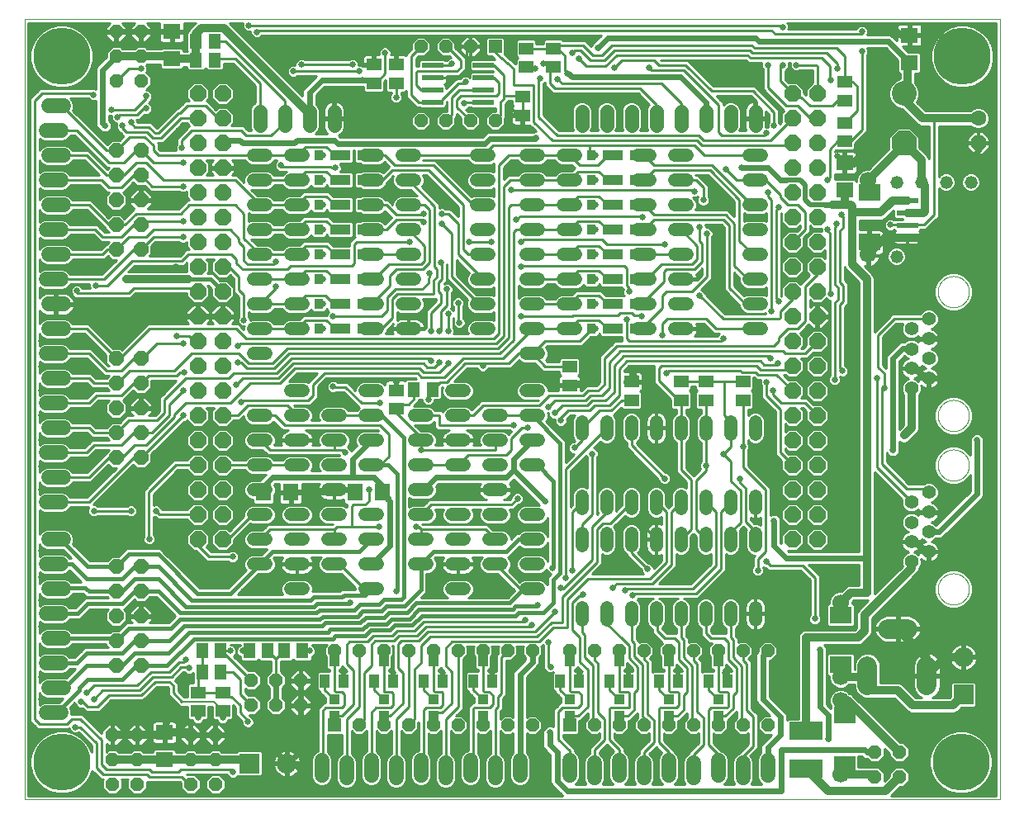
<source format=gtl>
G75*
%MOIN*%
%OFA0B0*%
%FSLAX25Y25*%
%IPPOS*%
%LPD*%
%AMOC8*
5,1,8,0,0,1.08239X$1,22.5*
%
%ADD10C,0.00000*%
%ADD11OC8,0.06600*%
%ADD12C,0.23000*%
%ADD13C,0.07874*%
%ADD14C,0.05600*%
%ADD15R,0.05200X0.05200*%
%ADD16OC8,0.05200*%
%ADD17C,0.05200*%
%ADD18C,0.06000*%
%ADD19R,0.08661X0.02362*%
%ADD20C,0.10000*%
%ADD21OC8,0.10000*%
%ADD22C,0.06693*%
%ADD23R,0.07087X0.06299*%
%ADD24OC8,0.06300*%
%ADD25C,0.06300*%
%ADD26OC8,0.05600*%
%ADD27R,0.05118X0.05906*%
%ADD28R,0.05906X0.05118*%
%ADD29C,0.05600*%
%ADD30C,0.05200*%
%ADD31OC8,0.05937*%
%ADD32R,0.03937X0.05512*%
%ADD33R,0.04331X0.03937*%
%ADD34R,0.13386X0.07480*%
%ADD35R,0.03937X0.04331*%
%ADD36R,0.03740X0.04331*%
%ADD37R,0.06299X0.07087*%
%ADD38R,0.08000X0.08000*%
%ADD39C,0.08000*%
%ADD40R,0.08661X0.07087*%
%ADD41C,0.02578*%
%ADD42C,0.03200*%
%ADD43C,0.02400*%
%ADD44C,0.02000*%
%ADD45C,0.01000*%
%ADD46C,0.01600*%
%ADD47C,0.01800*%
%ADD48C,0.00800*%
D10*
X0003000Y0106000D02*
X0003000Y0420961D01*
X0396701Y0420961D01*
X0396701Y0106000D01*
X0003000Y0106000D01*
X0371701Y0191000D02*
X0371703Y0191158D01*
X0371709Y0191316D01*
X0371719Y0191474D01*
X0371733Y0191632D01*
X0371751Y0191789D01*
X0371772Y0191946D01*
X0371798Y0192102D01*
X0371828Y0192258D01*
X0371861Y0192413D01*
X0371899Y0192566D01*
X0371940Y0192719D01*
X0371985Y0192871D01*
X0372034Y0193022D01*
X0372087Y0193171D01*
X0372143Y0193319D01*
X0372203Y0193465D01*
X0372267Y0193610D01*
X0372335Y0193753D01*
X0372406Y0193895D01*
X0372480Y0194035D01*
X0372558Y0194172D01*
X0372640Y0194308D01*
X0372724Y0194442D01*
X0372813Y0194573D01*
X0372904Y0194702D01*
X0372999Y0194829D01*
X0373096Y0194954D01*
X0373197Y0195076D01*
X0373301Y0195195D01*
X0373408Y0195312D01*
X0373518Y0195426D01*
X0373631Y0195537D01*
X0373746Y0195646D01*
X0373864Y0195751D01*
X0373985Y0195853D01*
X0374108Y0195953D01*
X0374234Y0196049D01*
X0374362Y0196142D01*
X0374492Y0196232D01*
X0374625Y0196318D01*
X0374760Y0196402D01*
X0374896Y0196481D01*
X0375035Y0196558D01*
X0375176Y0196630D01*
X0375318Y0196700D01*
X0375462Y0196765D01*
X0375608Y0196827D01*
X0375755Y0196885D01*
X0375904Y0196940D01*
X0376054Y0196991D01*
X0376205Y0197038D01*
X0376357Y0197081D01*
X0376510Y0197120D01*
X0376665Y0197156D01*
X0376820Y0197187D01*
X0376976Y0197215D01*
X0377132Y0197239D01*
X0377289Y0197259D01*
X0377447Y0197275D01*
X0377604Y0197287D01*
X0377763Y0197295D01*
X0377921Y0197299D01*
X0378079Y0197299D01*
X0378237Y0197295D01*
X0378396Y0197287D01*
X0378553Y0197275D01*
X0378711Y0197259D01*
X0378868Y0197239D01*
X0379024Y0197215D01*
X0379180Y0197187D01*
X0379335Y0197156D01*
X0379490Y0197120D01*
X0379643Y0197081D01*
X0379795Y0197038D01*
X0379946Y0196991D01*
X0380096Y0196940D01*
X0380245Y0196885D01*
X0380392Y0196827D01*
X0380538Y0196765D01*
X0380682Y0196700D01*
X0380824Y0196630D01*
X0380965Y0196558D01*
X0381104Y0196481D01*
X0381240Y0196402D01*
X0381375Y0196318D01*
X0381508Y0196232D01*
X0381638Y0196142D01*
X0381766Y0196049D01*
X0381892Y0195953D01*
X0382015Y0195853D01*
X0382136Y0195751D01*
X0382254Y0195646D01*
X0382369Y0195537D01*
X0382482Y0195426D01*
X0382592Y0195312D01*
X0382699Y0195195D01*
X0382803Y0195076D01*
X0382904Y0194954D01*
X0383001Y0194829D01*
X0383096Y0194702D01*
X0383187Y0194573D01*
X0383276Y0194442D01*
X0383360Y0194308D01*
X0383442Y0194172D01*
X0383520Y0194035D01*
X0383594Y0193895D01*
X0383665Y0193753D01*
X0383733Y0193610D01*
X0383797Y0193465D01*
X0383857Y0193319D01*
X0383913Y0193171D01*
X0383966Y0193022D01*
X0384015Y0192871D01*
X0384060Y0192719D01*
X0384101Y0192566D01*
X0384139Y0192413D01*
X0384172Y0192258D01*
X0384202Y0192102D01*
X0384228Y0191946D01*
X0384249Y0191789D01*
X0384267Y0191632D01*
X0384281Y0191474D01*
X0384291Y0191316D01*
X0384297Y0191158D01*
X0384299Y0191000D01*
X0384297Y0190842D01*
X0384291Y0190684D01*
X0384281Y0190526D01*
X0384267Y0190368D01*
X0384249Y0190211D01*
X0384228Y0190054D01*
X0384202Y0189898D01*
X0384172Y0189742D01*
X0384139Y0189587D01*
X0384101Y0189434D01*
X0384060Y0189281D01*
X0384015Y0189129D01*
X0383966Y0188978D01*
X0383913Y0188829D01*
X0383857Y0188681D01*
X0383797Y0188535D01*
X0383733Y0188390D01*
X0383665Y0188247D01*
X0383594Y0188105D01*
X0383520Y0187965D01*
X0383442Y0187828D01*
X0383360Y0187692D01*
X0383276Y0187558D01*
X0383187Y0187427D01*
X0383096Y0187298D01*
X0383001Y0187171D01*
X0382904Y0187046D01*
X0382803Y0186924D01*
X0382699Y0186805D01*
X0382592Y0186688D01*
X0382482Y0186574D01*
X0382369Y0186463D01*
X0382254Y0186354D01*
X0382136Y0186249D01*
X0382015Y0186147D01*
X0381892Y0186047D01*
X0381766Y0185951D01*
X0381638Y0185858D01*
X0381508Y0185768D01*
X0381375Y0185682D01*
X0381240Y0185598D01*
X0381104Y0185519D01*
X0380965Y0185442D01*
X0380824Y0185370D01*
X0380682Y0185300D01*
X0380538Y0185235D01*
X0380392Y0185173D01*
X0380245Y0185115D01*
X0380096Y0185060D01*
X0379946Y0185009D01*
X0379795Y0184962D01*
X0379643Y0184919D01*
X0379490Y0184880D01*
X0379335Y0184844D01*
X0379180Y0184813D01*
X0379024Y0184785D01*
X0378868Y0184761D01*
X0378711Y0184741D01*
X0378553Y0184725D01*
X0378396Y0184713D01*
X0378237Y0184705D01*
X0378079Y0184701D01*
X0377921Y0184701D01*
X0377763Y0184705D01*
X0377604Y0184713D01*
X0377447Y0184725D01*
X0377289Y0184741D01*
X0377132Y0184761D01*
X0376976Y0184785D01*
X0376820Y0184813D01*
X0376665Y0184844D01*
X0376510Y0184880D01*
X0376357Y0184919D01*
X0376205Y0184962D01*
X0376054Y0185009D01*
X0375904Y0185060D01*
X0375755Y0185115D01*
X0375608Y0185173D01*
X0375462Y0185235D01*
X0375318Y0185300D01*
X0375176Y0185370D01*
X0375035Y0185442D01*
X0374896Y0185519D01*
X0374760Y0185598D01*
X0374625Y0185682D01*
X0374492Y0185768D01*
X0374362Y0185858D01*
X0374234Y0185951D01*
X0374108Y0186047D01*
X0373985Y0186147D01*
X0373864Y0186249D01*
X0373746Y0186354D01*
X0373631Y0186463D01*
X0373518Y0186574D01*
X0373408Y0186688D01*
X0373301Y0186805D01*
X0373197Y0186924D01*
X0373096Y0187046D01*
X0372999Y0187171D01*
X0372904Y0187298D01*
X0372813Y0187427D01*
X0372724Y0187558D01*
X0372640Y0187692D01*
X0372558Y0187828D01*
X0372480Y0187965D01*
X0372406Y0188105D01*
X0372335Y0188247D01*
X0372267Y0188390D01*
X0372203Y0188535D01*
X0372143Y0188681D01*
X0372087Y0188829D01*
X0372034Y0188978D01*
X0371985Y0189129D01*
X0371940Y0189281D01*
X0371899Y0189434D01*
X0371861Y0189587D01*
X0371828Y0189742D01*
X0371798Y0189898D01*
X0371772Y0190054D01*
X0371751Y0190211D01*
X0371733Y0190368D01*
X0371719Y0190526D01*
X0371709Y0190684D01*
X0371703Y0190842D01*
X0371701Y0191000D01*
X0371701Y0241000D02*
X0371703Y0241158D01*
X0371709Y0241316D01*
X0371719Y0241474D01*
X0371733Y0241632D01*
X0371751Y0241789D01*
X0371772Y0241946D01*
X0371798Y0242102D01*
X0371828Y0242258D01*
X0371861Y0242413D01*
X0371899Y0242566D01*
X0371940Y0242719D01*
X0371985Y0242871D01*
X0372034Y0243022D01*
X0372087Y0243171D01*
X0372143Y0243319D01*
X0372203Y0243465D01*
X0372267Y0243610D01*
X0372335Y0243753D01*
X0372406Y0243895D01*
X0372480Y0244035D01*
X0372558Y0244172D01*
X0372640Y0244308D01*
X0372724Y0244442D01*
X0372813Y0244573D01*
X0372904Y0244702D01*
X0372999Y0244829D01*
X0373096Y0244954D01*
X0373197Y0245076D01*
X0373301Y0245195D01*
X0373408Y0245312D01*
X0373518Y0245426D01*
X0373631Y0245537D01*
X0373746Y0245646D01*
X0373864Y0245751D01*
X0373985Y0245853D01*
X0374108Y0245953D01*
X0374234Y0246049D01*
X0374362Y0246142D01*
X0374492Y0246232D01*
X0374625Y0246318D01*
X0374760Y0246402D01*
X0374896Y0246481D01*
X0375035Y0246558D01*
X0375176Y0246630D01*
X0375318Y0246700D01*
X0375462Y0246765D01*
X0375608Y0246827D01*
X0375755Y0246885D01*
X0375904Y0246940D01*
X0376054Y0246991D01*
X0376205Y0247038D01*
X0376357Y0247081D01*
X0376510Y0247120D01*
X0376665Y0247156D01*
X0376820Y0247187D01*
X0376976Y0247215D01*
X0377132Y0247239D01*
X0377289Y0247259D01*
X0377447Y0247275D01*
X0377604Y0247287D01*
X0377763Y0247295D01*
X0377921Y0247299D01*
X0378079Y0247299D01*
X0378237Y0247295D01*
X0378396Y0247287D01*
X0378553Y0247275D01*
X0378711Y0247259D01*
X0378868Y0247239D01*
X0379024Y0247215D01*
X0379180Y0247187D01*
X0379335Y0247156D01*
X0379490Y0247120D01*
X0379643Y0247081D01*
X0379795Y0247038D01*
X0379946Y0246991D01*
X0380096Y0246940D01*
X0380245Y0246885D01*
X0380392Y0246827D01*
X0380538Y0246765D01*
X0380682Y0246700D01*
X0380824Y0246630D01*
X0380965Y0246558D01*
X0381104Y0246481D01*
X0381240Y0246402D01*
X0381375Y0246318D01*
X0381508Y0246232D01*
X0381638Y0246142D01*
X0381766Y0246049D01*
X0381892Y0245953D01*
X0382015Y0245853D01*
X0382136Y0245751D01*
X0382254Y0245646D01*
X0382369Y0245537D01*
X0382482Y0245426D01*
X0382592Y0245312D01*
X0382699Y0245195D01*
X0382803Y0245076D01*
X0382904Y0244954D01*
X0383001Y0244829D01*
X0383096Y0244702D01*
X0383187Y0244573D01*
X0383276Y0244442D01*
X0383360Y0244308D01*
X0383442Y0244172D01*
X0383520Y0244035D01*
X0383594Y0243895D01*
X0383665Y0243753D01*
X0383733Y0243610D01*
X0383797Y0243465D01*
X0383857Y0243319D01*
X0383913Y0243171D01*
X0383966Y0243022D01*
X0384015Y0242871D01*
X0384060Y0242719D01*
X0384101Y0242566D01*
X0384139Y0242413D01*
X0384172Y0242258D01*
X0384202Y0242102D01*
X0384228Y0241946D01*
X0384249Y0241789D01*
X0384267Y0241632D01*
X0384281Y0241474D01*
X0384291Y0241316D01*
X0384297Y0241158D01*
X0384299Y0241000D01*
X0384297Y0240842D01*
X0384291Y0240684D01*
X0384281Y0240526D01*
X0384267Y0240368D01*
X0384249Y0240211D01*
X0384228Y0240054D01*
X0384202Y0239898D01*
X0384172Y0239742D01*
X0384139Y0239587D01*
X0384101Y0239434D01*
X0384060Y0239281D01*
X0384015Y0239129D01*
X0383966Y0238978D01*
X0383913Y0238829D01*
X0383857Y0238681D01*
X0383797Y0238535D01*
X0383733Y0238390D01*
X0383665Y0238247D01*
X0383594Y0238105D01*
X0383520Y0237965D01*
X0383442Y0237828D01*
X0383360Y0237692D01*
X0383276Y0237558D01*
X0383187Y0237427D01*
X0383096Y0237298D01*
X0383001Y0237171D01*
X0382904Y0237046D01*
X0382803Y0236924D01*
X0382699Y0236805D01*
X0382592Y0236688D01*
X0382482Y0236574D01*
X0382369Y0236463D01*
X0382254Y0236354D01*
X0382136Y0236249D01*
X0382015Y0236147D01*
X0381892Y0236047D01*
X0381766Y0235951D01*
X0381638Y0235858D01*
X0381508Y0235768D01*
X0381375Y0235682D01*
X0381240Y0235598D01*
X0381104Y0235519D01*
X0380965Y0235442D01*
X0380824Y0235370D01*
X0380682Y0235300D01*
X0380538Y0235235D01*
X0380392Y0235173D01*
X0380245Y0235115D01*
X0380096Y0235060D01*
X0379946Y0235009D01*
X0379795Y0234962D01*
X0379643Y0234919D01*
X0379490Y0234880D01*
X0379335Y0234844D01*
X0379180Y0234813D01*
X0379024Y0234785D01*
X0378868Y0234761D01*
X0378711Y0234741D01*
X0378553Y0234725D01*
X0378396Y0234713D01*
X0378237Y0234705D01*
X0378079Y0234701D01*
X0377921Y0234701D01*
X0377763Y0234705D01*
X0377604Y0234713D01*
X0377447Y0234725D01*
X0377289Y0234741D01*
X0377132Y0234761D01*
X0376976Y0234785D01*
X0376820Y0234813D01*
X0376665Y0234844D01*
X0376510Y0234880D01*
X0376357Y0234919D01*
X0376205Y0234962D01*
X0376054Y0235009D01*
X0375904Y0235060D01*
X0375755Y0235115D01*
X0375608Y0235173D01*
X0375462Y0235235D01*
X0375318Y0235300D01*
X0375176Y0235370D01*
X0375035Y0235442D01*
X0374896Y0235519D01*
X0374760Y0235598D01*
X0374625Y0235682D01*
X0374492Y0235768D01*
X0374362Y0235858D01*
X0374234Y0235951D01*
X0374108Y0236047D01*
X0373985Y0236147D01*
X0373864Y0236249D01*
X0373746Y0236354D01*
X0373631Y0236463D01*
X0373518Y0236574D01*
X0373408Y0236688D01*
X0373301Y0236805D01*
X0373197Y0236924D01*
X0373096Y0237046D01*
X0372999Y0237171D01*
X0372904Y0237298D01*
X0372813Y0237427D01*
X0372724Y0237558D01*
X0372640Y0237692D01*
X0372558Y0237828D01*
X0372480Y0237965D01*
X0372406Y0238105D01*
X0372335Y0238247D01*
X0372267Y0238390D01*
X0372203Y0238535D01*
X0372143Y0238681D01*
X0372087Y0238829D01*
X0372034Y0238978D01*
X0371985Y0239129D01*
X0371940Y0239281D01*
X0371899Y0239434D01*
X0371861Y0239587D01*
X0371828Y0239742D01*
X0371798Y0239898D01*
X0371772Y0240054D01*
X0371751Y0240211D01*
X0371733Y0240368D01*
X0371719Y0240526D01*
X0371709Y0240684D01*
X0371703Y0240842D01*
X0371701Y0241000D01*
X0371701Y0261000D02*
X0371703Y0261158D01*
X0371709Y0261316D01*
X0371719Y0261474D01*
X0371733Y0261632D01*
X0371751Y0261789D01*
X0371772Y0261946D01*
X0371798Y0262102D01*
X0371828Y0262258D01*
X0371861Y0262413D01*
X0371899Y0262566D01*
X0371940Y0262719D01*
X0371985Y0262871D01*
X0372034Y0263022D01*
X0372087Y0263171D01*
X0372143Y0263319D01*
X0372203Y0263465D01*
X0372267Y0263610D01*
X0372335Y0263753D01*
X0372406Y0263895D01*
X0372480Y0264035D01*
X0372558Y0264172D01*
X0372640Y0264308D01*
X0372724Y0264442D01*
X0372813Y0264573D01*
X0372904Y0264702D01*
X0372999Y0264829D01*
X0373096Y0264954D01*
X0373197Y0265076D01*
X0373301Y0265195D01*
X0373408Y0265312D01*
X0373518Y0265426D01*
X0373631Y0265537D01*
X0373746Y0265646D01*
X0373864Y0265751D01*
X0373985Y0265853D01*
X0374108Y0265953D01*
X0374234Y0266049D01*
X0374362Y0266142D01*
X0374492Y0266232D01*
X0374625Y0266318D01*
X0374760Y0266402D01*
X0374896Y0266481D01*
X0375035Y0266558D01*
X0375176Y0266630D01*
X0375318Y0266700D01*
X0375462Y0266765D01*
X0375608Y0266827D01*
X0375755Y0266885D01*
X0375904Y0266940D01*
X0376054Y0266991D01*
X0376205Y0267038D01*
X0376357Y0267081D01*
X0376510Y0267120D01*
X0376665Y0267156D01*
X0376820Y0267187D01*
X0376976Y0267215D01*
X0377132Y0267239D01*
X0377289Y0267259D01*
X0377447Y0267275D01*
X0377604Y0267287D01*
X0377763Y0267295D01*
X0377921Y0267299D01*
X0378079Y0267299D01*
X0378237Y0267295D01*
X0378396Y0267287D01*
X0378553Y0267275D01*
X0378711Y0267259D01*
X0378868Y0267239D01*
X0379024Y0267215D01*
X0379180Y0267187D01*
X0379335Y0267156D01*
X0379490Y0267120D01*
X0379643Y0267081D01*
X0379795Y0267038D01*
X0379946Y0266991D01*
X0380096Y0266940D01*
X0380245Y0266885D01*
X0380392Y0266827D01*
X0380538Y0266765D01*
X0380682Y0266700D01*
X0380824Y0266630D01*
X0380965Y0266558D01*
X0381104Y0266481D01*
X0381240Y0266402D01*
X0381375Y0266318D01*
X0381508Y0266232D01*
X0381638Y0266142D01*
X0381766Y0266049D01*
X0381892Y0265953D01*
X0382015Y0265853D01*
X0382136Y0265751D01*
X0382254Y0265646D01*
X0382369Y0265537D01*
X0382482Y0265426D01*
X0382592Y0265312D01*
X0382699Y0265195D01*
X0382803Y0265076D01*
X0382904Y0264954D01*
X0383001Y0264829D01*
X0383096Y0264702D01*
X0383187Y0264573D01*
X0383276Y0264442D01*
X0383360Y0264308D01*
X0383442Y0264172D01*
X0383520Y0264035D01*
X0383594Y0263895D01*
X0383665Y0263753D01*
X0383733Y0263610D01*
X0383797Y0263465D01*
X0383857Y0263319D01*
X0383913Y0263171D01*
X0383966Y0263022D01*
X0384015Y0262871D01*
X0384060Y0262719D01*
X0384101Y0262566D01*
X0384139Y0262413D01*
X0384172Y0262258D01*
X0384202Y0262102D01*
X0384228Y0261946D01*
X0384249Y0261789D01*
X0384267Y0261632D01*
X0384281Y0261474D01*
X0384291Y0261316D01*
X0384297Y0261158D01*
X0384299Y0261000D01*
X0384297Y0260842D01*
X0384291Y0260684D01*
X0384281Y0260526D01*
X0384267Y0260368D01*
X0384249Y0260211D01*
X0384228Y0260054D01*
X0384202Y0259898D01*
X0384172Y0259742D01*
X0384139Y0259587D01*
X0384101Y0259434D01*
X0384060Y0259281D01*
X0384015Y0259129D01*
X0383966Y0258978D01*
X0383913Y0258829D01*
X0383857Y0258681D01*
X0383797Y0258535D01*
X0383733Y0258390D01*
X0383665Y0258247D01*
X0383594Y0258105D01*
X0383520Y0257965D01*
X0383442Y0257828D01*
X0383360Y0257692D01*
X0383276Y0257558D01*
X0383187Y0257427D01*
X0383096Y0257298D01*
X0383001Y0257171D01*
X0382904Y0257046D01*
X0382803Y0256924D01*
X0382699Y0256805D01*
X0382592Y0256688D01*
X0382482Y0256574D01*
X0382369Y0256463D01*
X0382254Y0256354D01*
X0382136Y0256249D01*
X0382015Y0256147D01*
X0381892Y0256047D01*
X0381766Y0255951D01*
X0381638Y0255858D01*
X0381508Y0255768D01*
X0381375Y0255682D01*
X0381240Y0255598D01*
X0381104Y0255519D01*
X0380965Y0255442D01*
X0380824Y0255370D01*
X0380682Y0255300D01*
X0380538Y0255235D01*
X0380392Y0255173D01*
X0380245Y0255115D01*
X0380096Y0255060D01*
X0379946Y0255009D01*
X0379795Y0254962D01*
X0379643Y0254919D01*
X0379490Y0254880D01*
X0379335Y0254844D01*
X0379180Y0254813D01*
X0379024Y0254785D01*
X0378868Y0254761D01*
X0378711Y0254741D01*
X0378553Y0254725D01*
X0378396Y0254713D01*
X0378237Y0254705D01*
X0378079Y0254701D01*
X0377921Y0254701D01*
X0377763Y0254705D01*
X0377604Y0254713D01*
X0377447Y0254725D01*
X0377289Y0254741D01*
X0377132Y0254761D01*
X0376976Y0254785D01*
X0376820Y0254813D01*
X0376665Y0254844D01*
X0376510Y0254880D01*
X0376357Y0254919D01*
X0376205Y0254962D01*
X0376054Y0255009D01*
X0375904Y0255060D01*
X0375755Y0255115D01*
X0375608Y0255173D01*
X0375462Y0255235D01*
X0375318Y0255300D01*
X0375176Y0255370D01*
X0375035Y0255442D01*
X0374896Y0255519D01*
X0374760Y0255598D01*
X0374625Y0255682D01*
X0374492Y0255768D01*
X0374362Y0255858D01*
X0374234Y0255951D01*
X0374108Y0256047D01*
X0373985Y0256147D01*
X0373864Y0256249D01*
X0373746Y0256354D01*
X0373631Y0256463D01*
X0373518Y0256574D01*
X0373408Y0256688D01*
X0373301Y0256805D01*
X0373197Y0256924D01*
X0373096Y0257046D01*
X0372999Y0257171D01*
X0372904Y0257298D01*
X0372813Y0257427D01*
X0372724Y0257558D01*
X0372640Y0257692D01*
X0372558Y0257828D01*
X0372480Y0257965D01*
X0372406Y0258105D01*
X0372335Y0258247D01*
X0372267Y0258390D01*
X0372203Y0258535D01*
X0372143Y0258681D01*
X0372087Y0258829D01*
X0372034Y0258978D01*
X0371985Y0259129D01*
X0371940Y0259281D01*
X0371899Y0259434D01*
X0371861Y0259587D01*
X0371828Y0259742D01*
X0371798Y0259898D01*
X0371772Y0260054D01*
X0371751Y0260211D01*
X0371733Y0260368D01*
X0371719Y0260526D01*
X0371709Y0260684D01*
X0371703Y0260842D01*
X0371701Y0261000D01*
X0371701Y0311000D02*
X0371703Y0311158D01*
X0371709Y0311316D01*
X0371719Y0311474D01*
X0371733Y0311632D01*
X0371751Y0311789D01*
X0371772Y0311946D01*
X0371798Y0312102D01*
X0371828Y0312258D01*
X0371861Y0312413D01*
X0371899Y0312566D01*
X0371940Y0312719D01*
X0371985Y0312871D01*
X0372034Y0313022D01*
X0372087Y0313171D01*
X0372143Y0313319D01*
X0372203Y0313465D01*
X0372267Y0313610D01*
X0372335Y0313753D01*
X0372406Y0313895D01*
X0372480Y0314035D01*
X0372558Y0314172D01*
X0372640Y0314308D01*
X0372724Y0314442D01*
X0372813Y0314573D01*
X0372904Y0314702D01*
X0372999Y0314829D01*
X0373096Y0314954D01*
X0373197Y0315076D01*
X0373301Y0315195D01*
X0373408Y0315312D01*
X0373518Y0315426D01*
X0373631Y0315537D01*
X0373746Y0315646D01*
X0373864Y0315751D01*
X0373985Y0315853D01*
X0374108Y0315953D01*
X0374234Y0316049D01*
X0374362Y0316142D01*
X0374492Y0316232D01*
X0374625Y0316318D01*
X0374760Y0316402D01*
X0374896Y0316481D01*
X0375035Y0316558D01*
X0375176Y0316630D01*
X0375318Y0316700D01*
X0375462Y0316765D01*
X0375608Y0316827D01*
X0375755Y0316885D01*
X0375904Y0316940D01*
X0376054Y0316991D01*
X0376205Y0317038D01*
X0376357Y0317081D01*
X0376510Y0317120D01*
X0376665Y0317156D01*
X0376820Y0317187D01*
X0376976Y0317215D01*
X0377132Y0317239D01*
X0377289Y0317259D01*
X0377447Y0317275D01*
X0377604Y0317287D01*
X0377763Y0317295D01*
X0377921Y0317299D01*
X0378079Y0317299D01*
X0378237Y0317295D01*
X0378396Y0317287D01*
X0378553Y0317275D01*
X0378711Y0317259D01*
X0378868Y0317239D01*
X0379024Y0317215D01*
X0379180Y0317187D01*
X0379335Y0317156D01*
X0379490Y0317120D01*
X0379643Y0317081D01*
X0379795Y0317038D01*
X0379946Y0316991D01*
X0380096Y0316940D01*
X0380245Y0316885D01*
X0380392Y0316827D01*
X0380538Y0316765D01*
X0380682Y0316700D01*
X0380824Y0316630D01*
X0380965Y0316558D01*
X0381104Y0316481D01*
X0381240Y0316402D01*
X0381375Y0316318D01*
X0381508Y0316232D01*
X0381638Y0316142D01*
X0381766Y0316049D01*
X0381892Y0315953D01*
X0382015Y0315853D01*
X0382136Y0315751D01*
X0382254Y0315646D01*
X0382369Y0315537D01*
X0382482Y0315426D01*
X0382592Y0315312D01*
X0382699Y0315195D01*
X0382803Y0315076D01*
X0382904Y0314954D01*
X0383001Y0314829D01*
X0383096Y0314702D01*
X0383187Y0314573D01*
X0383276Y0314442D01*
X0383360Y0314308D01*
X0383442Y0314172D01*
X0383520Y0314035D01*
X0383594Y0313895D01*
X0383665Y0313753D01*
X0383733Y0313610D01*
X0383797Y0313465D01*
X0383857Y0313319D01*
X0383913Y0313171D01*
X0383966Y0313022D01*
X0384015Y0312871D01*
X0384060Y0312719D01*
X0384101Y0312566D01*
X0384139Y0312413D01*
X0384172Y0312258D01*
X0384202Y0312102D01*
X0384228Y0311946D01*
X0384249Y0311789D01*
X0384267Y0311632D01*
X0384281Y0311474D01*
X0384291Y0311316D01*
X0384297Y0311158D01*
X0384299Y0311000D01*
X0384297Y0310842D01*
X0384291Y0310684D01*
X0384281Y0310526D01*
X0384267Y0310368D01*
X0384249Y0310211D01*
X0384228Y0310054D01*
X0384202Y0309898D01*
X0384172Y0309742D01*
X0384139Y0309587D01*
X0384101Y0309434D01*
X0384060Y0309281D01*
X0384015Y0309129D01*
X0383966Y0308978D01*
X0383913Y0308829D01*
X0383857Y0308681D01*
X0383797Y0308535D01*
X0383733Y0308390D01*
X0383665Y0308247D01*
X0383594Y0308105D01*
X0383520Y0307965D01*
X0383442Y0307828D01*
X0383360Y0307692D01*
X0383276Y0307558D01*
X0383187Y0307427D01*
X0383096Y0307298D01*
X0383001Y0307171D01*
X0382904Y0307046D01*
X0382803Y0306924D01*
X0382699Y0306805D01*
X0382592Y0306688D01*
X0382482Y0306574D01*
X0382369Y0306463D01*
X0382254Y0306354D01*
X0382136Y0306249D01*
X0382015Y0306147D01*
X0381892Y0306047D01*
X0381766Y0305951D01*
X0381638Y0305858D01*
X0381508Y0305768D01*
X0381375Y0305682D01*
X0381240Y0305598D01*
X0381104Y0305519D01*
X0380965Y0305442D01*
X0380824Y0305370D01*
X0380682Y0305300D01*
X0380538Y0305235D01*
X0380392Y0305173D01*
X0380245Y0305115D01*
X0380096Y0305060D01*
X0379946Y0305009D01*
X0379795Y0304962D01*
X0379643Y0304919D01*
X0379490Y0304880D01*
X0379335Y0304844D01*
X0379180Y0304813D01*
X0379024Y0304785D01*
X0378868Y0304761D01*
X0378711Y0304741D01*
X0378553Y0304725D01*
X0378396Y0304713D01*
X0378237Y0304705D01*
X0378079Y0304701D01*
X0377921Y0304701D01*
X0377763Y0304705D01*
X0377604Y0304713D01*
X0377447Y0304725D01*
X0377289Y0304741D01*
X0377132Y0304761D01*
X0376976Y0304785D01*
X0376820Y0304813D01*
X0376665Y0304844D01*
X0376510Y0304880D01*
X0376357Y0304919D01*
X0376205Y0304962D01*
X0376054Y0305009D01*
X0375904Y0305060D01*
X0375755Y0305115D01*
X0375608Y0305173D01*
X0375462Y0305235D01*
X0375318Y0305300D01*
X0375176Y0305370D01*
X0375035Y0305442D01*
X0374896Y0305519D01*
X0374760Y0305598D01*
X0374625Y0305682D01*
X0374492Y0305768D01*
X0374362Y0305858D01*
X0374234Y0305951D01*
X0374108Y0306047D01*
X0373985Y0306147D01*
X0373864Y0306249D01*
X0373746Y0306354D01*
X0373631Y0306463D01*
X0373518Y0306574D01*
X0373408Y0306688D01*
X0373301Y0306805D01*
X0373197Y0306924D01*
X0373096Y0307046D01*
X0372999Y0307171D01*
X0372904Y0307298D01*
X0372813Y0307427D01*
X0372724Y0307558D01*
X0372640Y0307692D01*
X0372558Y0307828D01*
X0372480Y0307965D01*
X0372406Y0308105D01*
X0372335Y0308247D01*
X0372267Y0308390D01*
X0372203Y0308535D01*
X0372143Y0308681D01*
X0372087Y0308829D01*
X0372034Y0308978D01*
X0371985Y0309129D01*
X0371940Y0309281D01*
X0371899Y0309434D01*
X0371861Y0309587D01*
X0371828Y0309742D01*
X0371798Y0309898D01*
X0371772Y0310054D01*
X0371751Y0310211D01*
X0371733Y0310368D01*
X0371719Y0310526D01*
X0371709Y0310684D01*
X0371703Y0310842D01*
X0371701Y0311000D01*
D11*
X0323000Y0311000D03*
X0323000Y0301000D03*
X0323000Y0291000D03*
X0323000Y0281000D03*
X0323000Y0271000D03*
X0323000Y0261000D03*
X0323000Y0251000D03*
X0323000Y0241000D03*
X0323000Y0231000D03*
X0323000Y0221000D03*
X0323000Y0211000D03*
X0313000Y0211000D03*
X0313000Y0221000D03*
X0313000Y0231000D03*
X0313000Y0241000D03*
X0313000Y0251000D03*
X0313000Y0261000D03*
X0313000Y0271000D03*
X0313000Y0281000D03*
X0313000Y0291000D03*
X0313000Y0301000D03*
X0313000Y0311000D03*
X0313000Y0321000D03*
X0313000Y0331000D03*
X0313000Y0341000D03*
X0313000Y0351000D03*
X0313000Y0361000D03*
X0313000Y0371000D03*
X0313000Y0381000D03*
X0313000Y0391000D03*
X0323000Y0391000D03*
X0323000Y0381000D03*
X0323000Y0371000D03*
X0323000Y0361000D03*
X0323000Y0351000D03*
X0323000Y0341000D03*
X0323000Y0331000D03*
X0323000Y0321000D03*
X0083000Y0321000D03*
X0083000Y0311000D03*
X0083000Y0301000D03*
X0083000Y0291000D03*
X0083000Y0281000D03*
X0083000Y0271000D03*
X0083000Y0261000D03*
X0083000Y0251000D03*
X0083000Y0241000D03*
X0083000Y0231000D03*
X0083000Y0221000D03*
X0083000Y0211000D03*
X0073000Y0211000D03*
X0073000Y0221000D03*
X0073000Y0231000D03*
X0073000Y0241000D03*
X0073000Y0251000D03*
X0073000Y0261000D03*
X0073000Y0271000D03*
X0073000Y0281000D03*
X0073000Y0291000D03*
X0073000Y0301000D03*
X0073000Y0311000D03*
X0073000Y0321000D03*
X0073000Y0331000D03*
X0073000Y0341000D03*
X0073000Y0351000D03*
X0073000Y0361000D03*
X0073000Y0371000D03*
X0073000Y0381000D03*
X0073000Y0391000D03*
X0083000Y0391000D03*
X0083000Y0381000D03*
X0083000Y0371000D03*
X0083000Y0361000D03*
X0083000Y0351000D03*
X0083000Y0341000D03*
X0083000Y0331000D03*
D12*
X0018000Y0406000D03*
X0018000Y0121000D03*
X0381000Y0121000D03*
X0381500Y0406000D03*
D13*
X0359437Y0174898D02*
X0351563Y0174898D01*
X0343295Y0159937D02*
X0343295Y0152063D01*
X0367311Y0152063D02*
X0367311Y0159937D01*
D14*
X0360992Y0202004D03*
X0360992Y0210035D03*
X0360992Y0217949D03*
X0360992Y0225980D03*
X0368000Y0221965D03*
X0368000Y0214051D03*
X0368000Y0206020D03*
X0368000Y0229996D03*
X0360992Y0272004D03*
X0360992Y0280035D03*
X0360992Y0287949D03*
X0368000Y0284051D03*
X0368000Y0276020D03*
X0368000Y0291965D03*
X0368000Y0299996D03*
X0360992Y0295980D03*
D15*
X0223000Y0136000D03*
X0128000Y0136000D03*
X0193000Y0410000D03*
D16*
X0183000Y0410000D03*
X0173000Y0410000D03*
X0163000Y0410000D03*
X0163000Y0380000D03*
X0173000Y0380000D03*
X0183000Y0380000D03*
X0193000Y0380000D03*
X0188000Y0166000D03*
X0198000Y0166000D03*
X0208000Y0166000D03*
X0223000Y0166000D03*
X0233000Y0166000D03*
X0243000Y0166000D03*
X0253000Y0166000D03*
X0263000Y0166000D03*
X0273000Y0166000D03*
X0283000Y0166000D03*
X0293000Y0166000D03*
X0303000Y0166000D03*
X0303000Y0136000D03*
X0293000Y0136000D03*
X0283000Y0136000D03*
X0273000Y0136000D03*
X0263000Y0136000D03*
X0253000Y0136000D03*
X0243000Y0136000D03*
X0233000Y0136000D03*
X0208000Y0136000D03*
X0198000Y0136000D03*
X0188000Y0136000D03*
X0178000Y0136000D03*
X0168000Y0136000D03*
X0158000Y0136000D03*
X0148000Y0136000D03*
X0138000Y0136000D03*
X0138000Y0166000D03*
X0128000Y0166000D03*
X0148000Y0166000D03*
X0158000Y0166000D03*
X0168000Y0166000D03*
X0178000Y0166000D03*
D17*
X0180600Y0191000D02*
X0175400Y0191000D01*
X0175400Y0201000D02*
X0180600Y0201000D01*
X0190400Y0201000D02*
X0195600Y0201000D01*
X0195600Y0211000D02*
X0190400Y0211000D01*
X0180600Y0211000D02*
X0175400Y0211000D01*
X0165600Y0211000D02*
X0160400Y0211000D01*
X0160400Y0201000D02*
X0165600Y0201000D01*
X0165600Y0221000D02*
X0160400Y0221000D01*
X0160400Y0231000D02*
X0165600Y0231000D01*
X0165600Y0241000D02*
X0160400Y0241000D01*
X0160400Y0251000D02*
X0165600Y0251000D01*
X0175400Y0251000D02*
X0180600Y0251000D01*
X0190400Y0251000D02*
X0195600Y0251000D01*
X0195600Y0241000D02*
X0190400Y0241000D01*
X0180600Y0241000D02*
X0175400Y0241000D01*
X0190400Y0231000D02*
X0195600Y0231000D01*
X0195600Y0221000D02*
X0190400Y0221000D01*
X0180600Y0221000D02*
X0175400Y0221000D01*
X0145600Y0221000D02*
X0140400Y0221000D01*
X0140400Y0211000D02*
X0145600Y0211000D01*
X0145600Y0201000D02*
X0140400Y0201000D01*
X0140400Y0191000D02*
X0145600Y0191000D01*
X0130600Y0201000D02*
X0125400Y0201000D01*
X0125400Y0211000D02*
X0130600Y0211000D01*
X0130600Y0221000D02*
X0125400Y0221000D01*
X0125400Y0231000D02*
X0130600Y0231000D01*
X0130600Y0241000D02*
X0125400Y0241000D01*
X0125400Y0251000D02*
X0130600Y0251000D01*
X0130600Y0261000D02*
X0125400Y0261000D01*
X0115600Y0261000D02*
X0110400Y0261000D01*
X0100600Y0261000D02*
X0095400Y0261000D01*
X0095400Y0251000D02*
X0100600Y0251000D01*
X0110400Y0251000D02*
X0115600Y0251000D01*
X0115600Y0241000D02*
X0110400Y0241000D01*
X0100600Y0241000D02*
X0095400Y0241000D01*
X0095400Y0231000D02*
X0100600Y0231000D01*
X0100600Y0221000D02*
X0095400Y0221000D01*
X0095400Y0211000D02*
X0100600Y0211000D01*
X0110400Y0211000D02*
X0115600Y0211000D01*
X0115600Y0201000D02*
X0110400Y0201000D01*
X0100600Y0201000D02*
X0095400Y0201000D01*
X0110400Y0191000D02*
X0115600Y0191000D01*
X0115600Y0221000D02*
X0110400Y0221000D01*
X0140400Y0241000D02*
X0145600Y0241000D01*
X0145600Y0251000D02*
X0140400Y0251000D01*
X0140400Y0261000D02*
X0145600Y0261000D01*
X0145600Y0271000D02*
X0140400Y0271000D01*
X0160400Y0261000D02*
X0165600Y0261000D01*
X0175400Y0261000D02*
X0180600Y0261000D01*
X0190400Y0261000D02*
X0195600Y0261000D01*
X0205400Y0261000D02*
X0210600Y0261000D01*
X0210600Y0251000D02*
X0205400Y0251000D01*
X0205400Y0241000D02*
X0210600Y0241000D01*
X0210600Y0221000D02*
X0205400Y0221000D01*
X0205400Y0211000D02*
X0210600Y0211000D01*
X0210600Y0201000D02*
X0205400Y0201000D01*
X0205400Y0191000D02*
X0210600Y0191000D01*
X0228000Y0183600D02*
X0228000Y0178400D01*
X0238000Y0178400D02*
X0238000Y0183600D01*
X0248000Y0183600D02*
X0248000Y0178400D01*
X0258000Y0178400D02*
X0258000Y0183600D01*
X0268000Y0183600D02*
X0268000Y0178400D01*
X0278000Y0178400D02*
X0278000Y0183600D01*
X0288000Y0183600D02*
X0288000Y0178400D01*
X0298000Y0178400D02*
X0298000Y0183600D01*
X0298000Y0208400D02*
X0298000Y0213600D01*
X0298000Y0223400D02*
X0298000Y0228600D01*
X0288000Y0228600D02*
X0288000Y0223400D01*
X0288000Y0213600D02*
X0288000Y0208400D01*
X0278000Y0208400D02*
X0278000Y0213600D01*
X0278000Y0223400D02*
X0278000Y0228600D01*
X0268000Y0228600D02*
X0268000Y0223400D01*
X0268000Y0213600D02*
X0268000Y0208400D01*
X0258000Y0208400D02*
X0258000Y0213600D01*
X0258000Y0223400D02*
X0258000Y0228600D01*
X0248000Y0228600D02*
X0248000Y0223400D01*
X0248000Y0213600D02*
X0248000Y0208400D01*
X0238000Y0208400D02*
X0238000Y0213600D01*
X0238000Y0223400D02*
X0238000Y0228600D01*
X0228000Y0228600D02*
X0228000Y0223400D01*
X0228000Y0213600D02*
X0228000Y0208400D01*
X0228000Y0253400D02*
X0228000Y0258600D01*
X0238000Y0258600D02*
X0238000Y0253400D01*
X0248000Y0253400D02*
X0248000Y0258600D01*
X0258000Y0258600D02*
X0258000Y0253400D01*
X0268000Y0253400D02*
X0268000Y0258600D01*
X0278000Y0258600D02*
X0278000Y0253400D01*
X0288000Y0253400D02*
X0288000Y0258600D01*
X0298000Y0258600D02*
X0298000Y0253400D01*
X0295400Y0296000D02*
X0300600Y0296000D01*
X0300600Y0306000D02*
X0295400Y0306000D01*
X0295400Y0316000D02*
X0300600Y0316000D01*
X0300600Y0326000D02*
X0295400Y0326000D01*
X0295400Y0336000D02*
X0300600Y0336000D01*
X0300600Y0346000D02*
X0295400Y0346000D01*
X0295400Y0356000D02*
X0300600Y0356000D01*
X0300600Y0366000D02*
X0295400Y0366000D01*
X0270600Y0366000D02*
X0265400Y0366000D01*
X0265400Y0356000D02*
X0270600Y0356000D01*
X0270600Y0346000D02*
X0265400Y0346000D01*
X0265400Y0336000D02*
X0270600Y0336000D01*
X0270600Y0326000D02*
X0265400Y0326000D01*
X0265400Y0316000D02*
X0270600Y0316000D01*
X0270600Y0306000D02*
X0265400Y0306000D01*
X0265400Y0296000D02*
X0270600Y0296000D01*
X0255600Y0296000D02*
X0250400Y0296000D01*
X0250400Y0306000D02*
X0255600Y0306000D01*
X0255600Y0316000D02*
X0250400Y0316000D01*
X0250400Y0326000D02*
X0255600Y0326000D01*
X0255600Y0336000D02*
X0250400Y0336000D01*
X0250400Y0346000D02*
X0255600Y0346000D01*
X0255600Y0356000D02*
X0250400Y0356000D01*
X0250400Y0366000D02*
X0255600Y0366000D01*
X0225600Y0366000D02*
X0220400Y0366000D01*
X0220400Y0356000D02*
X0225600Y0356000D01*
X0225600Y0346000D02*
X0220400Y0346000D01*
X0220400Y0336000D02*
X0225600Y0336000D01*
X0225600Y0326000D02*
X0220400Y0326000D01*
X0220400Y0316000D02*
X0225600Y0316000D01*
X0225600Y0306000D02*
X0220400Y0306000D01*
X0220400Y0296000D02*
X0225600Y0296000D01*
X0210600Y0296000D02*
X0205400Y0296000D01*
X0205400Y0286000D02*
X0210600Y0286000D01*
X0210600Y0271000D02*
X0205400Y0271000D01*
X0190600Y0296000D02*
X0185400Y0296000D01*
X0185400Y0306000D02*
X0190600Y0306000D01*
X0190600Y0316000D02*
X0185400Y0316000D01*
X0185400Y0326000D02*
X0190600Y0326000D01*
X0190600Y0336000D02*
X0185400Y0336000D01*
X0185400Y0346000D02*
X0190600Y0346000D01*
X0190600Y0356000D02*
X0185400Y0356000D01*
X0185400Y0366000D02*
X0190600Y0366000D01*
X0205400Y0366000D02*
X0210600Y0366000D01*
X0210600Y0356000D02*
X0205400Y0356000D01*
X0205400Y0346000D02*
X0210600Y0346000D01*
X0210600Y0336000D02*
X0205400Y0336000D01*
X0205400Y0326000D02*
X0210600Y0326000D01*
X0210600Y0316000D02*
X0205400Y0316000D01*
X0205400Y0306000D02*
X0210600Y0306000D01*
X0180600Y0271000D02*
X0175400Y0271000D01*
X0160600Y0296000D02*
X0155400Y0296000D01*
X0145600Y0296000D02*
X0140400Y0296000D01*
X0140400Y0306000D02*
X0145600Y0306000D01*
X0155400Y0306000D02*
X0160600Y0306000D01*
X0160600Y0316000D02*
X0155400Y0316000D01*
X0145600Y0316000D02*
X0140400Y0316000D01*
X0140400Y0326000D02*
X0145600Y0326000D01*
X0155400Y0326000D02*
X0160600Y0326000D01*
X0160600Y0336000D02*
X0155400Y0336000D01*
X0155400Y0346000D02*
X0160600Y0346000D01*
X0160600Y0356000D02*
X0155400Y0356000D01*
X0145600Y0356000D02*
X0140400Y0356000D01*
X0140400Y0346000D02*
X0145600Y0346000D01*
X0145600Y0336000D02*
X0140400Y0336000D01*
X0140400Y0366000D02*
X0145600Y0366000D01*
X0155400Y0366000D02*
X0160600Y0366000D01*
X0115600Y0366000D02*
X0110400Y0366000D01*
X0100600Y0366000D02*
X0095400Y0366000D01*
X0095400Y0356000D02*
X0100600Y0356000D01*
X0110400Y0356000D02*
X0115600Y0356000D01*
X0115600Y0346000D02*
X0110400Y0346000D01*
X0110400Y0336000D02*
X0115600Y0336000D01*
X0115600Y0326000D02*
X0110400Y0326000D01*
X0100600Y0326000D02*
X0095400Y0326000D01*
X0095400Y0316000D02*
X0100600Y0316000D01*
X0110400Y0316000D02*
X0115600Y0316000D01*
X0115600Y0306000D02*
X0110400Y0306000D01*
X0100600Y0306000D02*
X0095400Y0306000D01*
X0095400Y0296000D02*
X0100600Y0296000D01*
X0110400Y0296000D02*
X0115600Y0296000D01*
X0100600Y0286000D02*
X0095400Y0286000D01*
X0110400Y0271000D02*
X0115600Y0271000D01*
X0100600Y0336000D02*
X0095400Y0336000D01*
X0095400Y0346000D02*
X0100600Y0346000D01*
D18*
X0018705Y0346000D02*
X0012705Y0346000D01*
X0011705Y0336000D02*
X0017705Y0336000D01*
X0018705Y0326000D02*
X0012705Y0326000D01*
X0011705Y0316000D02*
X0017705Y0316000D01*
X0018705Y0306000D02*
X0012705Y0306000D01*
X0012705Y0296000D02*
X0018705Y0296000D01*
X0017705Y0286000D02*
X0011705Y0286000D01*
X0012705Y0276000D02*
X0018705Y0276000D01*
X0017705Y0266000D02*
X0011705Y0266000D01*
X0012705Y0256000D02*
X0018705Y0256000D01*
X0017705Y0246000D02*
X0011705Y0246000D01*
X0012705Y0236000D02*
X0018705Y0236000D01*
X0017705Y0226000D02*
X0011705Y0226000D01*
X0012705Y0211000D02*
X0018705Y0211000D01*
X0017705Y0201000D02*
X0011705Y0201000D01*
X0012705Y0191000D02*
X0018705Y0191000D01*
X0017705Y0181000D02*
X0011705Y0181000D01*
X0012705Y0171000D02*
X0018705Y0171000D01*
X0017705Y0161000D02*
X0011705Y0161000D01*
X0012705Y0151000D02*
X0018705Y0151000D01*
X0017705Y0141000D02*
X0011705Y0141000D01*
X0123000Y0121705D02*
X0123000Y0115705D01*
X0133000Y0114705D02*
X0133000Y0120705D01*
X0143000Y0121705D02*
X0143000Y0115705D01*
X0153000Y0114705D02*
X0153000Y0120705D01*
X0163000Y0121705D02*
X0163000Y0115705D01*
X0173000Y0114705D02*
X0173000Y0120705D01*
X0183000Y0121705D02*
X0183000Y0115705D01*
X0193000Y0114705D02*
X0193000Y0120705D01*
X0203000Y0121705D02*
X0203000Y0115705D01*
X0223000Y0115705D02*
X0223000Y0121705D01*
X0233000Y0120705D02*
X0233000Y0114705D01*
X0243000Y0115705D02*
X0243000Y0121705D01*
X0253000Y0120705D02*
X0253000Y0114705D01*
X0263000Y0115705D02*
X0263000Y0121705D01*
X0273000Y0120705D02*
X0273000Y0114705D01*
X0283000Y0115705D02*
X0283000Y0121705D01*
X0293000Y0120705D02*
X0293000Y0114705D01*
X0303000Y0115705D02*
X0303000Y0121705D01*
X0017705Y0356000D02*
X0011705Y0356000D01*
X0012705Y0366000D02*
X0018705Y0366000D01*
X0017705Y0376000D02*
X0011705Y0376000D01*
X0012705Y0386000D02*
X0018705Y0386000D01*
D19*
X0167764Y0387500D03*
X0167764Y0392500D03*
X0167764Y0397500D03*
X0167764Y0402500D03*
X0188236Y0402500D03*
X0188236Y0397500D03*
X0188236Y0392500D03*
X0188236Y0387500D03*
X0359364Y0347900D03*
X0359364Y0342900D03*
X0359364Y0337900D03*
X0359364Y0332900D03*
X0379836Y0332900D03*
X0379836Y0337900D03*
X0379836Y0342900D03*
X0379836Y0347900D03*
D20*
X0358000Y0391000D03*
D21*
X0358000Y0371000D03*
D22*
X0343500Y0356000D03*
X0343500Y0326000D03*
X0332500Y0185500D03*
X0332500Y0155500D03*
X0332500Y0146000D03*
X0332500Y0116000D03*
D23*
X0334000Y0351988D03*
X0334000Y0363012D03*
X0360200Y0403588D03*
X0360200Y0414612D03*
X0062500Y0416000D03*
X0062500Y0404976D03*
X0059500Y0133000D03*
X0059500Y0121976D03*
D24*
X0388000Y0371000D03*
D25*
X0388000Y0381000D03*
D26*
X0356000Y0125000D03*
X0356000Y0115000D03*
X0346000Y0115000D03*
X0346000Y0125000D03*
X0114500Y0144000D03*
X0114500Y0154000D03*
X0104500Y0154000D03*
X0104500Y0144000D03*
X0094500Y0144000D03*
X0094500Y0154000D03*
X0080000Y0132000D03*
X0080000Y0122000D03*
X0080000Y0112000D03*
X0070000Y0112000D03*
X0070000Y0122000D03*
X0070000Y0132000D03*
X0048500Y0132000D03*
X0048500Y0122000D03*
X0048500Y0112000D03*
X0038500Y0112000D03*
X0038500Y0122000D03*
X0038500Y0132000D03*
X0040000Y0396000D03*
X0040000Y0406000D03*
X0040000Y0416000D03*
X0050000Y0416000D03*
X0050000Y0406000D03*
X0050000Y0396000D03*
D27*
X0072260Y0404500D03*
X0079740Y0404500D03*
X0079740Y0412000D03*
X0072260Y0412000D03*
X0160260Y0271500D03*
X0167740Y0271500D03*
X0115240Y0166000D03*
X0107760Y0166000D03*
X0101240Y0166000D03*
X0093760Y0166000D03*
X0082240Y0166000D03*
X0074760Y0166000D03*
X0074760Y0157500D03*
X0082240Y0157500D03*
D28*
X0083000Y0149240D03*
X0083000Y0141760D03*
X0073000Y0141760D03*
X0073000Y0149240D03*
X0153000Y0263760D03*
X0153000Y0271240D03*
X0223000Y0273260D03*
X0223000Y0280740D03*
X0248000Y0274740D03*
X0248000Y0267260D03*
X0268000Y0267260D03*
X0268000Y0274740D03*
X0278000Y0274740D03*
X0278000Y0267260D03*
X0293000Y0267260D03*
X0293000Y0274740D03*
X0334000Y0371760D03*
X0334000Y0379240D03*
X0334000Y0388260D03*
X0334000Y0395740D03*
X0216500Y0401760D03*
X0216500Y0409240D03*
X0205500Y0409240D03*
X0205500Y0401760D03*
X0204000Y0389740D03*
X0204000Y0382260D03*
X0153000Y0395260D03*
X0153000Y0402740D03*
X0144000Y0402740D03*
X0144000Y0395260D03*
D29*
X0128000Y0383800D02*
X0128000Y0378200D01*
X0118000Y0378200D02*
X0118000Y0383800D01*
X0108000Y0383800D02*
X0108000Y0378200D01*
X0098000Y0378200D02*
X0098000Y0383800D01*
X0228000Y0383800D02*
X0228000Y0378200D01*
X0238000Y0378200D02*
X0238000Y0383800D01*
X0248000Y0383800D02*
X0248000Y0378200D01*
X0258000Y0378200D02*
X0258000Y0383800D01*
X0268000Y0383800D02*
X0268000Y0378200D01*
X0278000Y0378200D02*
X0278000Y0383800D01*
X0288000Y0383800D02*
X0288000Y0378200D01*
X0298000Y0378200D02*
X0298000Y0383800D01*
D30*
X0355000Y0355200D03*
X0365000Y0355200D03*
X0375000Y0355200D03*
X0385000Y0355200D03*
X0385000Y0325200D03*
X0375000Y0325200D03*
X0365000Y0325200D03*
X0355000Y0325200D03*
D31*
X0050000Y0328000D03*
X0050000Y0338000D03*
X0050000Y0348000D03*
X0050000Y0358000D03*
X0050000Y0368000D03*
X0040000Y0368000D03*
X0040000Y0358000D03*
X0040000Y0348000D03*
X0040000Y0338000D03*
X0040000Y0328000D03*
X0040000Y0284000D03*
X0040000Y0274000D03*
X0040000Y0264000D03*
X0040000Y0254000D03*
X0040000Y0244000D03*
X0050000Y0244000D03*
X0050000Y0254000D03*
X0050000Y0264000D03*
X0050000Y0274000D03*
X0050000Y0284000D03*
X0050000Y0200000D03*
X0050000Y0190000D03*
X0050000Y0180000D03*
X0050000Y0170000D03*
X0050000Y0160000D03*
X0040000Y0160000D03*
X0040000Y0170000D03*
X0040000Y0180000D03*
X0040000Y0190000D03*
X0040000Y0200000D03*
D32*
X0124260Y0153669D03*
X0131740Y0153669D03*
X0128000Y0162331D03*
X0144260Y0153669D03*
X0151740Y0153669D03*
X0148000Y0162331D03*
X0164260Y0153669D03*
X0171740Y0153669D03*
X0168000Y0162331D03*
X0184260Y0153669D03*
X0191740Y0153669D03*
X0188000Y0162331D03*
X0219260Y0153669D03*
X0226740Y0153669D03*
X0223000Y0162331D03*
X0239260Y0153669D03*
X0246740Y0153669D03*
X0243000Y0162331D03*
X0259260Y0153669D03*
X0266740Y0153669D03*
X0263000Y0162331D03*
X0279260Y0153669D03*
X0286740Y0153669D03*
X0283000Y0162331D03*
D33*
X0283000Y0146346D03*
X0283000Y0139654D03*
X0263000Y0139654D03*
X0263000Y0146346D03*
X0243000Y0146346D03*
X0243000Y0139654D03*
X0223000Y0139654D03*
X0223000Y0146346D03*
X0188000Y0146346D03*
X0188000Y0139654D03*
X0168000Y0139654D03*
X0168000Y0146346D03*
X0148000Y0146346D03*
X0148000Y0139654D03*
X0128000Y0139654D03*
X0128000Y0146346D03*
D34*
X0318500Y0133677D03*
X0318500Y0118323D03*
D35*
X0249346Y0296000D03*
X0242654Y0296000D03*
X0238346Y0296000D03*
X0238346Y0306000D03*
X0242654Y0306000D03*
X0249346Y0306000D03*
X0249346Y0316000D03*
X0242654Y0316000D03*
X0238346Y0316000D03*
X0238346Y0326000D03*
X0242654Y0326000D03*
X0249346Y0326000D03*
X0249346Y0336000D03*
X0249346Y0346000D03*
X0242654Y0346000D03*
X0238346Y0346000D03*
X0238346Y0336000D03*
X0242654Y0336000D03*
X0242654Y0356000D03*
X0238346Y0356000D03*
X0238346Y0366000D03*
X0242654Y0366000D03*
X0249346Y0366000D03*
X0249346Y0356000D03*
X0139346Y0356000D03*
X0132654Y0356000D03*
X0128346Y0356000D03*
X0128346Y0346000D03*
X0132654Y0346000D03*
X0139346Y0346000D03*
X0139346Y0336000D03*
X0132654Y0336000D03*
X0128346Y0336000D03*
X0128346Y0326000D03*
X0132654Y0326000D03*
X0139346Y0326000D03*
X0139346Y0316000D03*
X0132654Y0316000D03*
X0128346Y0316000D03*
X0128346Y0306000D03*
X0132654Y0306000D03*
X0139346Y0306000D03*
X0139346Y0296000D03*
X0132654Y0296000D03*
X0128346Y0296000D03*
X0128346Y0366000D03*
X0132654Y0366000D03*
X0139346Y0366000D03*
D36*
X0121752Y0366000D03*
X0121752Y0356000D03*
X0121752Y0346000D03*
X0121752Y0336000D03*
X0121752Y0326000D03*
X0121752Y0316000D03*
X0121752Y0306000D03*
X0121752Y0296000D03*
X0231752Y0296000D03*
X0231752Y0306000D03*
X0231752Y0316000D03*
X0231752Y0326000D03*
X0231752Y0336000D03*
X0231752Y0346000D03*
X0231752Y0356000D03*
X0231752Y0366000D03*
D37*
X0147512Y0230000D03*
X0136488Y0230000D03*
X0110512Y0230000D03*
X0099488Y0230000D03*
D38*
X0093800Y0120500D03*
X0382000Y0148300D03*
D39*
X0382000Y0163480D03*
X0108980Y0120500D03*
D40*
X0334000Y0119961D03*
X0334000Y0140039D03*
X0332500Y0160461D03*
X0332500Y0180539D03*
X0344000Y0330961D03*
X0344000Y0351039D03*
D41*
X0351000Y0345500D03*
X0353400Y0347900D03*
X0348500Y0343000D03*
X0352500Y0338000D03*
X0368500Y0334000D03*
X0372500Y0334000D03*
X0372500Y0338000D03*
X0373500Y0343000D03*
X0387500Y0344000D03*
X0387500Y0340000D03*
X0387500Y0336000D03*
X0387500Y0332000D03*
X0391500Y0332000D03*
X0391500Y0328000D03*
X0391500Y0336000D03*
X0391500Y0340000D03*
X0391500Y0344000D03*
X0391500Y0348000D03*
X0391500Y0352000D03*
X0387500Y0348000D03*
X0377500Y0364500D03*
X0377500Y0373500D03*
X0366500Y0373500D03*
X0370000Y0388000D03*
X0350000Y0381500D03*
X0348000Y0402500D03*
X0341000Y0408000D03*
X0341000Y0416000D03*
X0354000Y0417500D03*
X0369000Y0416500D03*
X0331000Y0401000D03*
X0328600Y0396400D03*
X0317500Y0397000D03*
X0314500Y0402500D03*
X0309000Y0402500D03*
X0303011Y0402500D03*
X0293000Y0400500D03*
X0280500Y0400500D03*
X0302500Y0375000D03*
X0305500Y0378000D03*
X0292500Y0361000D03*
X0286000Y0360500D03*
X0283500Y0348000D03*
X0277000Y0348000D03*
X0273500Y0351500D03*
X0275500Y0337000D03*
X0278500Y0334500D03*
X0283500Y0334000D03*
X0298500Y0341000D03*
X0307500Y0345000D03*
X0303000Y0351000D03*
X0309500Y0336000D03*
X0318000Y0326000D03*
X0327300Y0336000D03*
X0330800Y0338600D03*
X0332800Y0342200D03*
X0327200Y0356000D03*
X0331000Y0365812D03*
X0309000Y0417900D03*
X0255000Y0401500D03*
X0244000Y0389500D03*
X0238500Y0389500D03*
X0241000Y0401500D03*
X0234500Y0409500D03*
X0231500Y0413500D03*
X0223500Y0413500D03*
X0224000Y0407500D03*
X0226811Y0405000D03*
X0222000Y0399200D03*
X0218000Y0396900D03*
X0212500Y0403000D03*
X0209000Y0401000D03*
X0211100Y0397089D03*
X0214500Y0384000D03*
X0222000Y0378000D03*
X0209500Y0373000D03*
X0198000Y0377500D03*
X0198500Y0386500D03*
X0180500Y0387000D03*
X0181000Y0395700D03*
X0175500Y0403000D03*
X0154000Y0411000D03*
X0148500Y0407500D03*
X0144000Y0409000D03*
X0138000Y0400000D03*
X0139500Y0396500D03*
X0135400Y0402800D03*
X0133500Y0411000D03*
X0135500Y0389500D03*
X0136500Y0377500D03*
X0145000Y0377500D03*
X0145000Y0385000D03*
X0153000Y0389500D03*
X0160500Y0374500D03*
X0165500Y0374500D03*
X0170000Y0374500D03*
X0177500Y0360000D03*
X0167500Y0352000D03*
X0164000Y0342500D03*
X0164011Y0339200D03*
X0171500Y0338500D03*
X0171500Y0342500D03*
X0182600Y0331000D03*
X0191500Y0331000D03*
X0203500Y0331000D03*
X0201500Y0340000D03*
X0199500Y0352000D03*
X0200000Y0361000D03*
X0215500Y0361000D03*
X0233500Y0356000D03*
X0233500Y0346000D03*
X0233500Y0336000D03*
X0233500Y0326000D03*
X0233500Y0316000D03*
X0233500Y0306000D03*
X0233500Y0296000D03*
X0246000Y0299800D03*
X0252000Y0301000D03*
X0247000Y0311000D03*
X0260500Y0293500D03*
X0262000Y0278000D03*
X0249000Y0277000D03*
X0231000Y0277000D03*
X0219000Y0286000D03*
X0203500Y0301000D03*
X0215500Y0310500D03*
X0203500Y0321000D03*
X0180000Y0317000D03*
X0173500Y0312000D03*
X0178000Y0306500D03*
X0174000Y0302000D03*
X0178500Y0298500D03*
X0180000Y0295200D03*
X0174000Y0295000D03*
X0170500Y0295000D03*
X0167000Y0295000D03*
X0167000Y0283200D03*
X0170500Y0282500D03*
X0174000Y0282000D03*
X0187500Y0273500D03*
X0188000Y0281111D03*
X0196500Y0274000D03*
X0200500Y0257000D03*
X0206000Y0256000D03*
X0214500Y0264500D03*
X0217000Y0262000D03*
X0219500Y0259000D03*
X0221500Y0254000D03*
X0225000Y0248000D03*
X0232200Y0245600D03*
X0227000Y0236500D03*
X0238500Y0236500D03*
X0248000Y0236500D03*
X0261400Y0235600D03*
X0272000Y0241000D03*
X0278000Y0240800D03*
X0285000Y0245600D03*
X0293000Y0248500D03*
X0299500Y0244500D03*
X0304000Y0235000D03*
X0291800Y0235600D03*
X0305500Y0218500D03*
X0302500Y0202000D03*
X0299000Y0198500D03*
X0293000Y0187000D03*
X0281500Y0189000D03*
X0275000Y0201000D03*
X0268000Y0201000D03*
X0254500Y0199000D03*
X0248600Y0188400D03*
X0245400Y0190400D03*
X0240600Y0191600D03*
X0243500Y0201000D03*
X0228650Y0188800D03*
X0221400Y0195600D03*
X0224200Y0198400D03*
X0216211Y0199500D03*
X0219411Y0191390D03*
X0217000Y0181800D03*
X0210000Y0184400D03*
X0205000Y0178389D03*
X0207800Y0176400D03*
X0214600Y0169600D03*
X0215389Y0159600D03*
X0207000Y0154500D03*
X0203000Y0162500D03*
X0191665Y0157265D03*
X0183000Y0160500D03*
X0171800Y0157200D03*
X0151800Y0157200D03*
X0131800Y0157200D03*
X0123500Y0159000D03*
X0118000Y0166000D03*
X0110000Y0149000D03*
X0108500Y0138000D03*
X0117500Y0136500D03*
X0128000Y0126500D03*
X0148000Y0126500D03*
X0158000Y0126500D03*
X0177500Y0126000D03*
X0197500Y0126000D03*
X0208000Y0113000D03*
X0215000Y0133000D03*
X0228500Y0131000D03*
X0228000Y0124000D03*
X0238000Y0124500D03*
X0248500Y0128000D03*
X0257500Y0124000D03*
X0265500Y0128500D03*
X0271500Y0128500D03*
X0284500Y0130000D03*
X0291500Y0130000D03*
X0299500Y0125500D03*
X0306000Y0148000D03*
X0306000Y0157000D03*
X0322000Y0179000D03*
X0325500Y0184500D03*
X0332000Y0196000D03*
X0343000Y0189500D03*
X0349000Y0199000D03*
X0355000Y0213000D03*
X0338500Y0236000D03*
X0330500Y0236000D03*
X0338500Y0245500D03*
X0353500Y0247000D03*
X0358000Y0253000D03*
X0350000Y0272000D03*
X0347000Y0276000D03*
X0336500Y0267000D03*
X0330000Y0275500D03*
X0333000Y0279000D03*
X0328600Y0310000D03*
X0307500Y0307000D03*
X0304500Y0303000D03*
X0298000Y0311000D03*
X0290500Y0303500D03*
X0283000Y0307500D03*
X0281000Y0313500D03*
X0275500Y0309500D03*
X0285000Y0292000D03*
X0302500Y0274600D03*
X0305200Y0271200D03*
X0303000Y0262500D03*
X0307300Y0282200D03*
X0304000Y0284200D03*
X0273000Y0250500D03*
X0243000Y0249000D03*
X0213000Y0226500D03*
X0202000Y0227500D03*
X0200000Y0216000D03*
X0206500Y0206000D03*
X0207500Y0196000D03*
X0193000Y0192000D03*
X0168500Y0192500D03*
X0153000Y0190000D03*
X0134500Y0185500D03*
X0126000Y0193500D03*
X0104500Y0196000D03*
X0091500Y0190000D03*
X0083500Y0196000D03*
X0087000Y0204000D03*
X0089500Y0226000D03*
X0065000Y0230000D03*
X0056000Y0222500D03*
X0046000Y0222500D03*
X0042500Y0231000D03*
X0031000Y0222500D03*
X0018500Y0218500D03*
X0011000Y0218500D03*
X0009800Y0231200D03*
X0009700Y0240600D03*
X0009800Y0251200D03*
X0009800Y0261000D03*
X0009800Y0271200D03*
X0009800Y0280800D03*
X0009800Y0291200D03*
X0024200Y0311400D03*
X0031700Y0313500D03*
X0022500Y0321500D03*
X0024000Y0331000D03*
X0024000Y0340500D03*
X0023500Y0351500D03*
X0024000Y0361000D03*
X0023500Y0371000D03*
X0035500Y0378000D03*
X0039000Y0375000D03*
X0042500Y0378000D03*
X0046000Y0379500D03*
X0040600Y0381500D03*
X0038000Y0384500D03*
X0030811Y0390500D03*
X0024500Y0386500D03*
X0006000Y0392000D03*
X0050000Y0401000D03*
X0052000Y0390000D03*
X0052000Y0385000D03*
X0063500Y0387500D03*
X0064500Y0395000D03*
X0065000Y0376000D03*
X0062500Y0372000D03*
X0066500Y0369000D03*
X0067000Y0363000D03*
X0067000Y0353511D03*
X0060000Y0348000D03*
X0067000Y0339500D03*
X0067000Y0333000D03*
X0061500Y0327000D03*
X0064000Y0321000D03*
X0065500Y0306000D03*
X0055500Y0301000D03*
X0045500Y0295500D03*
X0044000Y0316000D03*
X0047500Y0316000D03*
X0051000Y0316000D03*
X0064500Y0293000D03*
X0067000Y0290000D03*
X0067500Y0278500D03*
X0067000Y0271000D03*
X0067000Y0261000D03*
X0065000Y0249500D03*
X0089500Y0255500D03*
X0090500Y0266500D03*
X0088500Y0273500D03*
X0089000Y0282500D03*
X0089000Y0289000D03*
X0091500Y0299500D03*
X0105500Y0301000D03*
X0104500Y0313000D03*
X0104500Y0323000D03*
X0106000Y0331000D03*
X0105500Y0341000D03*
X0105500Y0351000D03*
X0106500Y0362000D03*
X0123500Y0366000D03*
X0128500Y0361000D03*
X0123500Y0356000D03*
X0123500Y0346000D03*
X0123500Y0336000D03*
X0123500Y0326000D03*
X0123500Y0316000D03*
X0123482Y0305982D03*
X0127500Y0301000D03*
X0123500Y0296000D03*
X0114000Y0276500D03*
X0127600Y0272700D03*
X0125500Y0267500D03*
X0135500Y0253500D03*
X0132500Y0246000D03*
X0120500Y0243500D03*
X0118000Y0230000D03*
X0142000Y0231000D03*
X0149750Y0227250D03*
X0146000Y0216000D03*
X0161000Y0216000D03*
X0178000Y0230000D03*
X0163000Y0247000D03*
X0166000Y0267500D03*
X0153000Y0274500D03*
X0146500Y0266000D03*
X0136000Y0275000D03*
X0166500Y0318500D03*
X0171100Y0322800D03*
X0158500Y0331000D03*
X0147500Y0341000D03*
X0150000Y0351500D03*
X0113500Y0394500D03*
X0111500Y0400000D03*
X0114800Y0402800D03*
X0102000Y0407000D03*
X0096800Y0415800D03*
X0093500Y0418500D03*
X0086000Y0400500D03*
X0093500Y0390500D03*
X0090000Y0385500D03*
X0199500Y0410000D03*
X0233500Y0366000D03*
X0252500Y0341000D03*
X0261500Y0330000D03*
X0332000Y0216500D03*
X0358500Y0185000D03*
X0355500Y0161500D03*
X0355500Y0155500D03*
X0355000Y0143000D03*
X0356000Y0136000D03*
X0343500Y0145000D03*
X0328500Y0150000D03*
X0324000Y0166500D03*
X0332000Y0167000D03*
X0327500Y0130500D03*
X0285965Y0156965D03*
X0267000Y0158000D03*
X0263000Y0175500D03*
X0253500Y0173500D03*
X0247000Y0158000D03*
X0227000Y0157000D03*
X0099500Y0149000D03*
X0097000Y0159500D03*
X0091000Y0166000D03*
X0086000Y0166000D03*
X0069500Y0159000D03*
X0068000Y0162500D03*
X0066500Y0153000D03*
X0064500Y0140000D03*
X0061000Y0140000D03*
X0073000Y0139000D03*
X0083000Y0139000D03*
X0093200Y0137300D03*
X0087200Y0117000D03*
X0093000Y0111500D03*
X0097000Y0111500D03*
X0062000Y0111000D03*
X0055500Y0111000D03*
X0059500Y0127500D03*
X0047000Y0141500D03*
X0042500Y0144500D03*
X0030989Y0146500D03*
X0028011Y0149000D03*
X0025800Y0145400D03*
X0023500Y0135289D03*
X0009700Y0146400D03*
X0009700Y0155500D03*
X0010000Y0166200D03*
X0009700Y0175800D03*
X0009900Y0186600D03*
X0009900Y0195700D03*
X0009900Y0206400D03*
X0021500Y0176000D03*
X0041000Y0210000D03*
X0053400Y0211200D03*
X0066500Y0206000D03*
X0062000Y0180000D03*
X0038500Y0127000D03*
X0006000Y0134500D03*
X0355500Y0313500D03*
X0382500Y0272000D03*
X0391000Y0283500D03*
X0390000Y0311500D03*
X0387500Y0251000D03*
X0382000Y0231000D03*
X0391000Y0220000D03*
X0391000Y0198500D03*
D42*
X0360992Y0199492D02*
X0342000Y0180500D01*
X0342000Y0174000D01*
X0339500Y0171500D01*
X0318500Y0171500D01*
X0318500Y0133677D01*
X0318500Y0118323D02*
X0327323Y0109500D01*
X0350500Y0109500D01*
X0356000Y0115000D01*
X0356000Y0125000D02*
X0335000Y0146000D01*
X0332500Y0146000D01*
X0334000Y0145000D01*
X0334000Y0140039D01*
X0343500Y0150000D02*
X0343000Y0150500D01*
X0343000Y0155705D01*
X0342795Y0155500D01*
X0332500Y0155500D01*
X0332500Y0160461D01*
X0343000Y0155705D02*
X0343295Y0156000D01*
X0343500Y0150000D02*
X0355500Y0150000D01*
X0361500Y0144000D01*
X0377700Y0144000D01*
X0382000Y0148300D01*
X0382000Y0163480D02*
X0374791Y0163480D01*
X0367311Y0156000D01*
X0367311Y0163087D01*
X0355500Y0174898D01*
X0343000Y0189500D02*
X0336500Y0189500D01*
X0332500Y0185500D01*
X0332500Y0180539D01*
X0343000Y0189500D02*
X0343000Y0203500D01*
X0343000Y0316000D01*
X0337000Y0322000D01*
X0337000Y0343000D01*
X0337000Y0345500D01*
X0336500Y0346000D01*
X0333500Y0346000D01*
X0334000Y0346500D01*
X0334000Y0351988D01*
X0333500Y0346000D02*
X0329000Y0346000D01*
X0337000Y0343000D02*
X0348500Y0343000D01*
X0351000Y0345500D01*
X0353400Y0347900D01*
X0359364Y0347900D01*
X0359364Y0342900D02*
X0365900Y0342900D01*
X0366500Y0343500D01*
X0366500Y0353700D01*
X0365000Y0355200D01*
X0365000Y0364000D01*
X0358000Y0371000D01*
X0358000Y0370500D01*
X0343500Y0356000D01*
X0337800Y0362812D02*
X0334000Y0362812D01*
X0337800Y0362812D02*
X0353244Y0378256D01*
X0353988Y0379000D01*
X0361000Y0379000D01*
X0366500Y0373500D01*
X0365500Y0381000D02*
X0370000Y0381000D01*
X0388000Y0381000D01*
X0365500Y0381000D02*
X0358000Y0388500D01*
X0358000Y0391000D01*
X0358000Y0391500D01*
X0359500Y0393000D01*
X0359500Y0402888D01*
X0360200Y0403588D01*
X0359364Y0332900D02*
X0350400Y0332900D01*
X0343500Y0326000D01*
X0359364Y0332900D02*
X0364500Y0332900D01*
X0365000Y0332400D01*
X0365000Y0325200D01*
X0364500Y0332900D02*
X0375000Y0332900D01*
X0375000Y0325200D01*
X0379836Y0330364D02*
X0379836Y0332900D01*
X0375000Y0332900D01*
X0379836Y0330364D02*
X0385000Y0325200D01*
X0360992Y0272004D02*
X0360992Y0255992D01*
X0358000Y0253000D01*
X0360992Y0202004D02*
X0360992Y0199492D01*
X0334000Y0119961D02*
X0334000Y0117000D01*
X0332500Y0116000D01*
X0345000Y0116000D01*
X0346000Y0115000D01*
X0117500Y0383500D02*
X0083500Y0417500D01*
X0074500Y0417500D01*
X0072260Y0415260D01*
X0072260Y0412000D02*
X0072260Y0404500D01*
X0072000Y0405000D02*
X0062524Y0405000D01*
X0061476Y0406000D02*
X0050000Y0406000D01*
X0040000Y0406000D01*
X0044000Y0316000D02*
X0069000Y0316000D01*
X0069000Y0133000D02*
X0059500Y0133000D01*
X0058500Y0132000D01*
X0048500Y0132000D01*
X0038500Y0132000D01*
X0038500Y0122000D02*
X0048500Y0122000D01*
X0059476Y0122000D01*
X0059500Y0121976D02*
X0069976Y0121976D01*
X0070000Y0122000D02*
X0080000Y0122000D01*
X0093300Y0122000D01*
D43*
X0093800Y0120500D01*
X0091500Y0127500D02*
X0102980Y0127500D01*
X0108980Y0120500D01*
X0112000Y0120500D01*
X0121000Y0109500D01*
X0208000Y0109500D01*
X0208000Y0113000D01*
X0203000Y0118705D02*
X0203000Y0156500D01*
X0208000Y0161500D01*
X0208000Y0166000D01*
X0215000Y0133000D02*
X0215000Y0128000D01*
X0218000Y0125000D01*
X0218000Y0113500D01*
X0222000Y0109500D01*
X0308500Y0109500D01*
X0308500Y0126000D01*
X0342000Y0126000D01*
X0343000Y0125000D01*
X0346000Y0125000D01*
X0327500Y0130500D02*
X0327500Y0140000D01*
X0324000Y0143500D01*
X0324000Y0166500D01*
X0303000Y0166000D02*
X0301000Y0164000D01*
X0301000Y0146500D01*
X0308000Y0139500D01*
X0308000Y0132000D01*
X0303000Y0127000D01*
X0303000Y0118705D01*
X0310500Y0203500D02*
X0343000Y0203500D01*
X0360992Y0210035D02*
X0368000Y0206020D01*
X0368000Y0214051D02*
X0372051Y0214051D01*
X0387500Y0229500D01*
X0387500Y0251000D01*
X0372520Y0276020D02*
X0368000Y0276020D01*
X0360992Y0280035D01*
X0360992Y0287949D02*
X0360941Y0288000D01*
X0357500Y0288000D01*
X0353500Y0284000D01*
X0353500Y0247000D01*
X0372520Y0276020D02*
X0376000Y0279500D01*
X0376000Y0288000D01*
X0372000Y0292000D01*
X0368035Y0292000D01*
X0368000Y0291965D01*
X0343500Y0326000D02*
X0344000Y0326500D01*
X0344000Y0330961D01*
X0344000Y0351039D02*
X0344000Y0355500D01*
X0343500Y0356000D01*
X0329000Y0346000D02*
X0326000Y0346000D01*
X0310500Y0356000D02*
X0308000Y0356000D01*
X0303000Y0361000D01*
X0292500Y0361000D01*
X0278000Y0381000D02*
X0278000Y0387500D01*
X0267800Y0397700D01*
X0224000Y0397700D01*
X0222500Y0399200D01*
X0222000Y0399200D01*
X0234500Y0409500D02*
X0238500Y0413500D01*
X0298000Y0413500D01*
X0299500Y0412000D01*
X0351788Y0412000D01*
X0360200Y0403588D01*
X0360200Y0414612D02*
X0356888Y0414612D01*
X0354000Y0417500D01*
X0350000Y0381500D02*
X0353244Y0378256D01*
X0380000Y0360000D02*
X0380000Y0348064D01*
X0379836Y0347900D01*
X0379836Y0342900D01*
X0379836Y0337900D01*
X0379836Y0332900D01*
X0380000Y0360000D02*
X0388000Y0368000D01*
X0388000Y0371000D01*
X0305500Y0218500D02*
X0305500Y0208500D01*
X0310500Y0203500D01*
X0213000Y0226500D02*
X0200500Y0239000D01*
X0197500Y0236000D01*
X0169000Y0236000D01*
X0164000Y0231000D01*
X0163000Y0231000D01*
X0150400Y0226600D02*
X0149750Y0227250D01*
X0149750Y0227762D01*
X0147512Y0230000D01*
X0147512Y0232488D01*
X0144000Y0236000D01*
X0135000Y0236000D01*
X0103000Y0236000D01*
X0098000Y0231000D01*
X0110512Y0230000D02*
X0118000Y0230000D01*
X0127000Y0230000D01*
X0128000Y0231000D01*
X0135488Y0231000D01*
X0136488Y0230000D01*
X0135000Y0236000D02*
X0135750Y0236750D01*
X0135500Y0237000D01*
X0135500Y0243500D01*
X0143000Y0251000D01*
X0150400Y0226600D02*
X0150400Y0208400D01*
X0143000Y0201000D01*
X0114500Y0154000D02*
X0114500Y0144000D01*
X0114500Y0125520D01*
X0108980Y0120500D01*
X0104500Y0144000D02*
X0104500Y0154000D01*
X0085500Y0132000D02*
X0091500Y0127500D01*
X0085500Y0132000D02*
X0080000Y0132000D01*
X0070000Y0132000D01*
X0069000Y0133000D01*
X0064500Y0140000D02*
X0061000Y0140000D01*
X0059500Y0133000D01*
X0059476Y0122000D02*
X0059500Y0121976D01*
X0069976Y0121976D02*
X0070000Y0122000D01*
X0200500Y0239000D02*
X0200500Y0243500D01*
X0208000Y0251000D01*
X0188982Y0370800D02*
X0129400Y0370800D01*
X0128000Y0372200D01*
X0113000Y0372200D01*
X0111800Y0371000D01*
X0091000Y0371000D01*
X0089800Y0372200D01*
X0084200Y0372200D01*
X0083000Y0371000D01*
X0072260Y0404500D02*
X0072260Y0404740D01*
X0072000Y0405000D01*
X0072260Y0412000D02*
X0072260Y0415260D01*
X0062500Y0416000D02*
X0050000Y0416000D01*
X0040000Y0416000D01*
X0040000Y0406000D02*
X0034500Y0400500D01*
X0034500Y0379000D01*
X0035500Y0378000D01*
X0062500Y0404976D02*
X0062524Y0405000D01*
X0062500Y0404976D02*
X0061476Y0406000D01*
X0118000Y0391500D02*
X0118000Y0381000D01*
X0117500Y0381500D01*
X0117500Y0383500D01*
X0118000Y0391500D02*
X0123000Y0396500D01*
X0139500Y0396500D01*
X0142760Y0396500D01*
X0144000Y0395260D01*
X0188982Y0370800D02*
X0190882Y0372700D01*
X0209200Y0372700D01*
X0209500Y0373000D01*
X0083000Y0301000D02*
X0073000Y0301000D01*
X0055500Y0301000D01*
D44*
X0098000Y0231000D02*
X0099000Y0230000D01*
X0099488Y0230000D01*
X0246740Y0274740D02*
X0248000Y0274740D01*
X0246740Y0274740D02*
X0249000Y0277000D01*
X0310500Y0356000D02*
X0316000Y0356000D01*
X0318000Y0354000D01*
X0318000Y0348000D01*
X0320000Y0346000D01*
X0326000Y0346000D01*
X0334000Y0362812D02*
X0331000Y0365812D01*
X0334000Y0363012D02*
X0334000Y0362812D01*
D45*
X0334500Y0362617D02*
X0345733Y0362617D01*
X0344735Y0361619D02*
X0339043Y0361619D01*
X0339043Y0362512D02*
X0339043Y0359665D01*
X0338941Y0359283D01*
X0338744Y0358941D01*
X0338464Y0358662D01*
X0338122Y0358464D01*
X0337741Y0358362D01*
X0334500Y0358362D01*
X0334500Y0362512D01*
X0334500Y0363512D01*
X0333500Y0363512D01*
X0333500Y0367661D01*
X0330259Y0367661D01*
X0330000Y0367592D01*
X0330000Y0367672D01*
X0330440Y0368111D01*
X0330550Y0368001D01*
X0337450Y0368001D01*
X0338153Y0368704D01*
X0338153Y0370824D01*
X0343000Y0375672D01*
X0343000Y0406480D01*
X0343110Y0406590D01*
X0343489Y0407505D01*
X0343489Y0408495D01*
X0343156Y0409300D01*
X0350670Y0409300D01*
X0355457Y0404513D01*
X0355457Y0399942D01*
X0356160Y0399239D01*
X0356400Y0399239D01*
X0356400Y0397048D01*
X0354488Y0396256D01*
X0352744Y0394512D01*
X0351800Y0392233D01*
X0351800Y0389767D01*
X0352744Y0387488D01*
X0354488Y0385744D01*
X0356767Y0384800D01*
X0357316Y0384800D01*
X0362872Y0379244D01*
X0363744Y0378372D01*
X0364883Y0377900D01*
X0368000Y0377900D01*
X0368000Y0364858D01*
X0367628Y0365756D01*
X0366756Y0366628D01*
X0364200Y0369184D01*
X0364200Y0373568D01*
X0360568Y0377200D01*
X0355432Y0377200D01*
X0351800Y0373568D01*
X0351800Y0368684D01*
X0343662Y0360546D01*
X0342596Y0360546D01*
X0340925Y0359854D01*
X0339646Y0358575D01*
X0338954Y0356904D01*
X0338954Y0355564D01*
X0338743Y0355354D01*
X0338743Y0355635D01*
X0338040Y0356338D01*
X0330031Y0356338D01*
X0330079Y0356397D01*
X0330000Y0357111D01*
X0330000Y0358432D01*
X0330259Y0358362D01*
X0333500Y0358362D01*
X0333500Y0362512D01*
X0334500Y0362512D01*
X0339043Y0362512D01*
X0339043Y0363512D02*
X0339043Y0366359D01*
X0338941Y0366740D01*
X0338744Y0367082D01*
X0338464Y0367362D01*
X0338122Y0367559D01*
X0337741Y0367661D01*
X0334500Y0367661D01*
X0334500Y0363512D01*
X0339043Y0363512D01*
X0339043Y0363616D02*
X0346732Y0363616D01*
X0347730Y0364614D02*
X0339043Y0364614D01*
X0339043Y0365613D02*
X0348729Y0365613D01*
X0349727Y0366611D02*
X0338976Y0366611D01*
X0337933Y0367610D02*
X0350726Y0367610D01*
X0351724Y0368608D02*
X0338057Y0368608D01*
X0338153Y0369607D02*
X0351800Y0369607D01*
X0351800Y0370605D02*
X0338153Y0370605D01*
X0338932Y0371604D02*
X0351800Y0371604D01*
X0351800Y0372603D02*
X0339931Y0372603D01*
X0340929Y0373601D02*
X0351833Y0373601D01*
X0352831Y0374600D02*
X0341928Y0374600D01*
X0342926Y0375598D02*
X0353830Y0375598D01*
X0354828Y0376597D02*
X0343000Y0376597D01*
X0343000Y0377595D02*
X0368000Y0377595D01*
X0368000Y0376597D02*
X0361172Y0376597D01*
X0362170Y0375598D02*
X0368000Y0375598D01*
X0368000Y0374600D02*
X0363169Y0374600D01*
X0364167Y0373601D02*
X0368000Y0373601D01*
X0368000Y0372603D02*
X0364200Y0372603D01*
X0364200Y0371604D02*
X0368000Y0371604D01*
X0368000Y0370605D02*
X0364200Y0370605D01*
X0364200Y0369607D02*
X0368000Y0369607D01*
X0368000Y0368608D02*
X0364776Y0368608D01*
X0365774Y0367610D02*
X0368000Y0367610D01*
X0368000Y0366611D02*
X0366773Y0366611D01*
X0367687Y0365613D02*
X0368000Y0365613D01*
X0372000Y0365613D02*
X0395201Y0365613D01*
X0395201Y0366611D02*
X0390188Y0366611D01*
X0389926Y0366350D02*
X0392650Y0369074D01*
X0392650Y0370700D01*
X0388300Y0370700D01*
X0388300Y0371300D01*
X0387700Y0371300D01*
X0387700Y0375650D01*
X0386074Y0375650D01*
X0383350Y0372926D01*
X0383350Y0371300D01*
X0387700Y0371300D01*
X0387700Y0370700D01*
X0383350Y0370700D01*
X0383350Y0369074D01*
X0386074Y0366350D01*
X0387700Y0366350D01*
X0387700Y0370700D01*
X0388300Y0370700D01*
X0388300Y0366350D01*
X0389926Y0366350D01*
X0388300Y0366611D02*
X0387700Y0366611D01*
X0387700Y0367610D02*
X0388300Y0367610D01*
X0388300Y0368608D02*
X0387700Y0368608D01*
X0387700Y0369607D02*
X0388300Y0369607D01*
X0388300Y0370605D02*
X0387700Y0370605D01*
X0388300Y0371300D02*
X0392650Y0371300D01*
X0392650Y0372926D01*
X0389926Y0375650D01*
X0388300Y0375650D01*
X0388300Y0371300D01*
X0388300Y0371604D02*
X0387700Y0371604D01*
X0387700Y0372603D02*
X0388300Y0372603D01*
X0388300Y0373601D02*
X0387700Y0373601D01*
X0387700Y0374600D02*
X0388300Y0374600D01*
X0388300Y0375598D02*
X0387700Y0375598D01*
X0387135Y0376650D02*
X0388865Y0376650D01*
X0390464Y0377312D01*
X0391688Y0378536D01*
X0392350Y0380135D01*
X0392350Y0381865D01*
X0391688Y0383464D01*
X0390464Y0384688D01*
X0388865Y0385350D01*
X0387135Y0385350D01*
X0385536Y0384688D01*
X0384948Y0384100D01*
X0366784Y0384100D01*
X0363297Y0387587D01*
X0364200Y0389767D01*
X0364200Y0392233D01*
X0363256Y0394512D01*
X0362600Y0395168D01*
X0362600Y0399239D01*
X0364240Y0399239D01*
X0364943Y0399942D01*
X0364943Y0407235D01*
X0364240Y0407938D01*
X0359669Y0407938D01*
X0357644Y0409962D01*
X0359700Y0409962D01*
X0359700Y0414112D01*
X0355157Y0414112D01*
X0355157Y0412450D01*
X0353318Y0414289D01*
X0352325Y0414700D01*
X0343156Y0414700D01*
X0343489Y0415505D01*
X0343489Y0416495D01*
X0343110Y0417410D01*
X0342410Y0418110D01*
X0341495Y0418489D01*
X0340505Y0418489D01*
X0339590Y0418110D01*
X0338890Y0417410D01*
X0338720Y0417000D01*
X0311321Y0417000D01*
X0311489Y0417405D01*
X0311489Y0418395D01*
X0311110Y0419310D01*
X0310959Y0419461D01*
X0395201Y0419461D01*
X0395201Y0107500D01*
X0352884Y0107500D01*
X0353128Y0107744D01*
X0356384Y0111000D01*
X0357657Y0111000D01*
X0360000Y0113343D01*
X0360000Y0116657D01*
X0357657Y0119000D01*
X0354343Y0119000D01*
X0352000Y0116657D01*
X0352000Y0115384D01*
X0350000Y0113384D01*
X0350000Y0116657D01*
X0347657Y0119000D01*
X0345858Y0119000D01*
X0345617Y0119100D01*
X0339531Y0119100D01*
X0339531Y0123300D01*
X0340882Y0123300D01*
X0341471Y0122711D01*
X0342463Y0122300D01*
X0343043Y0122300D01*
X0344343Y0121000D01*
X0347657Y0121000D01*
X0350000Y0123343D01*
X0350000Y0126616D01*
X0352000Y0124616D01*
X0352000Y0123343D01*
X0354343Y0121000D01*
X0357657Y0121000D01*
X0360000Y0123343D01*
X0360000Y0126657D01*
X0357657Y0129000D01*
X0356384Y0129000D01*
X0337628Y0147756D01*
X0336756Y0148628D01*
X0335980Y0148949D01*
X0335075Y0149854D01*
X0333404Y0150546D01*
X0331596Y0150546D01*
X0329925Y0149854D01*
X0328646Y0148575D01*
X0327954Y0146904D01*
X0327954Y0145096D01*
X0328469Y0143851D01*
X0328469Y0142849D01*
X0326700Y0144618D01*
X0326700Y0167037D01*
X0326289Y0168029D01*
X0325918Y0168400D01*
X0340117Y0168400D01*
X0341256Y0168872D01*
X0344628Y0172244D01*
X0345100Y0173383D01*
X0345100Y0179216D01*
X0363620Y0197736D01*
X0364092Y0198875D01*
X0364092Y0199447D01*
X0364383Y0199738D01*
X0364992Y0201208D01*
X0364992Y0202800D01*
X0364888Y0203050D01*
X0365199Y0202740D01*
X0365746Y0202342D01*
X0366349Y0202035D01*
X0366993Y0201826D01*
X0367614Y0201727D01*
X0367614Y0205634D01*
X0363708Y0205634D01*
X0363806Y0205013D01*
X0363886Y0204767D01*
X0363258Y0205395D01*
X0362101Y0205874D01*
X0362643Y0206050D01*
X0363246Y0206358D01*
X0363759Y0206731D01*
X0363708Y0206406D01*
X0367614Y0206406D01*
X0367614Y0205634D01*
X0368386Y0205634D01*
X0368386Y0206406D01*
X0372292Y0206406D01*
X0372194Y0207027D01*
X0371985Y0207670D01*
X0371678Y0208273D01*
X0371280Y0208821D01*
X0370801Y0209300D01*
X0370254Y0209697D01*
X0369651Y0210005D01*
X0369109Y0210181D01*
X0370266Y0210660D01*
X0370957Y0211351D01*
X0372588Y0211351D01*
X0373581Y0211762D01*
X0389029Y0227211D01*
X0389789Y0227971D01*
X0390200Y0228963D01*
X0390200Y0251537D01*
X0389789Y0252529D01*
X0389029Y0253289D01*
X0388037Y0253700D01*
X0386963Y0253700D01*
X0385971Y0253289D01*
X0385211Y0252529D01*
X0384800Y0251537D01*
X0384800Y0244964D01*
X0384612Y0245418D01*
X0382418Y0247612D01*
X0379551Y0248799D01*
X0376449Y0248799D01*
X0373582Y0247612D01*
X0371388Y0245418D01*
X0370201Y0242551D01*
X0370201Y0239449D01*
X0371388Y0236582D01*
X0373582Y0234388D01*
X0376449Y0233201D01*
X0379551Y0233201D01*
X0382418Y0234388D01*
X0384612Y0236582D01*
X0384800Y0237036D01*
X0384800Y0230618D01*
X0370945Y0216763D01*
X0370266Y0217442D01*
X0369268Y0217855D01*
X0369651Y0217980D01*
X0370254Y0218287D01*
X0370801Y0218685D01*
X0371280Y0219163D01*
X0371678Y0219711D01*
X0371985Y0220314D01*
X0372194Y0220958D01*
X0372292Y0221579D01*
X0368386Y0221579D01*
X0368386Y0222350D01*
X0372292Y0222350D01*
X0372194Y0222971D01*
X0371985Y0223615D01*
X0371678Y0224218D01*
X0371280Y0224766D01*
X0370801Y0225244D01*
X0370254Y0225642D01*
X0369651Y0225950D01*
X0369109Y0226126D01*
X0370266Y0226605D01*
X0371391Y0227730D01*
X0372000Y0229200D01*
X0372000Y0230792D01*
X0371391Y0232262D01*
X0370266Y0233387D01*
X0368796Y0233996D01*
X0367204Y0233996D01*
X0366007Y0233500D01*
X0359828Y0233500D01*
X0351000Y0242328D01*
X0351000Y0245980D01*
X0351211Y0245471D01*
X0351971Y0244711D01*
X0352963Y0244300D01*
X0354037Y0244300D01*
X0355029Y0244711D01*
X0355789Y0245471D01*
X0356200Y0246463D01*
X0356200Y0250416D01*
X0356244Y0250372D01*
X0357383Y0249900D01*
X0358617Y0249900D01*
X0359756Y0250372D01*
X0363620Y0254236D01*
X0364092Y0255375D01*
X0364092Y0269447D01*
X0364383Y0269738D01*
X0364992Y0271208D01*
X0364992Y0272800D01*
X0364888Y0273050D01*
X0365199Y0272740D01*
X0365746Y0272342D01*
X0366349Y0272035D01*
X0366993Y0271826D01*
X0367614Y0271727D01*
X0367614Y0275634D01*
X0363708Y0275634D01*
X0363806Y0275013D01*
X0363886Y0274767D01*
X0363258Y0275395D01*
X0362101Y0275874D01*
X0362643Y0276050D01*
X0363246Y0276358D01*
X0363759Y0276731D01*
X0363708Y0276406D01*
X0367614Y0276406D01*
X0367614Y0275634D01*
X0368386Y0275634D01*
X0368386Y0276406D01*
X0372292Y0276406D01*
X0372194Y0277027D01*
X0371985Y0277670D01*
X0371678Y0278273D01*
X0371280Y0278821D01*
X0370801Y0279300D01*
X0370254Y0279697D01*
X0369651Y0280005D01*
X0369109Y0280181D01*
X0370266Y0280660D01*
X0371391Y0281785D01*
X0372000Y0283256D01*
X0372000Y0284847D01*
X0371391Y0286317D01*
X0370266Y0287442D01*
X0369268Y0287855D01*
X0369651Y0287980D01*
X0370254Y0288287D01*
X0370801Y0288685D01*
X0371280Y0289163D01*
X0371678Y0289711D01*
X0371985Y0290314D01*
X0372194Y0290958D01*
X0372292Y0291579D01*
X0368386Y0291579D01*
X0368386Y0292350D01*
X0372292Y0292350D01*
X0372194Y0292971D01*
X0371985Y0293615D01*
X0371678Y0294218D01*
X0371280Y0294766D01*
X0370801Y0295244D01*
X0370254Y0295642D01*
X0369651Y0295950D01*
X0369109Y0296126D01*
X0370266Y0296605D01*
X0371391Y0297730D01*
X0372000Y0299200D01*
X0372000Y0300792D01*
X0371391Y0302262D01*
X0370266Y0303387D01*
X0368796Y0303996D01*
X0367204Y0303996D01*
X0365734Y0303387D01*
X0364609Y0302262D01*
X0364499Y0301996D01*
X0354832Y0301996D01*
X0354828Y0302000D01*
X0353172Y0302000D01*
X0352000Y0300828D01*
X0346100Y0294928D01*
X0346100Y0316617D01*
X0345628Y0317756D01*
X0341989Y0321395D01*
X0342365Y0321273D01*
X0343000Y0321172D01*
X0343000Y0325500D01*
X0344000Y0325500D01*
X0344000Y0326500D01*
X0344500Y0326500D01*
X0344500Y0325917D01*
X0348528Y0325917D01*
X0348910Y0326020D01*
X0349252Y0326217D01*
X0349531Y0326496D01*
X0349728Y0326838D01*
X0349831Y0327220D01*
X0349831Y0330461D01*
X0345421Y0330461D01*
X0345360Y0330491D01*
X0344635Y0330727D01*
X0344500Y0330748D01*
X0344500Y0331461D01*
X0343500Y0331461D01*
X0343500Y0336004D01*
X0340100Y0336004D01*
X0340100Y0339900D01*
X0349117Y0339900D01*
X0350256Y0340372D01*
X0352756Y0342872D01*
X0353833Y0343949D01*
X0353833Y0341222D01*
X0354536Y0340519D01*
X0357361Y0340519D01*
X0357599Y0340281D01*
X0354536Y0340281D01*
X0354255Y0340000D01*
X0354020Y0340000D01*
X0353910Y0340110D01*
X0352995Y0340489D01*
X0352005Y0340489D01*
X0351090Y0340110D01*
X0350390Y0339410D01*
X0350011Y0338495D01*
X0350011Y0337505D01*
X0350390Y0336590D01*
X0351090Y0335890D01*
X0352005Y0335511D01*
X0352995Y0335511D01*
X0353910Y0335890D01*
X0354020Y0336000D01*
X0354055Y0336000D01*
X0354536Y0335519D01*
X0354604Y0335519D01*
X0354454Y0335479D01*
X0354112Y0335281D01*
X0353833Y0335002D01*
X0353635Y0334660D01*
X0353533Y0334279D01*
X0353533Y0332991D01*
X0359273Y0332991D01*
X0359273Y0332809D01*
X0359454Y0332809D01*
X0359454Y0330219D01*
X0363892Y0330219D01*
X0364273Y0330321D01*
X0364616Y0330519D01*
X0364895Y0330798D01*
X0365092Y0331140D01*
X0365194Y0331521D01*
X0365194Y0332809D01*
X0359454Y0332809D01*
X0359454Y0332991D01*
X0365194Y0332991D01*
X0365194Y0334279D01*
X0365092Y0334660D01*
X0364895Y0335002D01*
X0364616Y0335281D01*
X0364273Y0335479D01*
X0364124Y0335519D01*
X0364192Y0335519D01*
X0364673Y0336000D01*
X0366828Y0336000D01*
X0370828Y0340000D01*
X0372000Y0341172D01*
X0372000Y0352826D01*
X0372847Y0351979D01*
X0374244Y0351400D01*
X0375756Y0351400D01*
X0377153Y0351979D01*
X0378221Y0353047D01*
X0378800Y0354444D01*
X0378800Y0355956D01*
X0378221Y0357353D01*
X0377153Y0358421D01*
X0375756Y0359000D01*
X0374244Y0359000D01*
X0372847Y0358421D01*
X0372000Y0357574D01*
X0372000Y0377900D01*
X0384948Y0377900D01*
X0385536Y0377312D01*
X0387135Y0376650D01*
X0386022Y0375598D02*
X0372000Y0375598D01*
X0372000Y0374600D02*
X0385023Y0374600D01*
X0384025Y0373601D02*
X0372000Y0373601D01*
X0372000Y0372603D02*
X0383350Y0372603D01*
X0383350Y0371604D02*
X0372000Y0371604D01*
X0372000Y0370605D02*
X0383350Y0370605D01*
X0383350Y0369607D02*
X0372000Y0369607D01*
X0372000Y0368608D02*
X0383815Y0368608D01*
X0384814Y0367610D02*
X0372000Y0367610D01*
X0372000Y0366611D02*
X0385812Y0366611D01*
X0391186Y0367610D02*
X0395201Y0367610D01*
X0395201Y0368608D02*
X0392185Y0368608D01*
X0392650Y0369607D02*
X0395201Y0369607D01*
X0395201Y0370605D02*
X0392650Y0370605D01*
X0392650Y0371604D02*
X0395201Y0371604D01*
X0395201Y0372603D02*
X0392650Y0372603D01*
X0391975Y0373601D02*
X0395201Y0373601D01*
X0395201Y0374600D02*
X0390977Y0374600D01*
X0389978Y0375598D02*
X0395201Y0375598D01*
X0395201Y0376597D02*
X0372000Y0376597D01*
X0372000Y0377595D02*
X0385253Y0377595D01*
X0390747Y0377595D02*
X0395201Y0377595D01*
X0395201Y0378594D02*
X0391712Y0378594D01*
X0392125Y0379592D02*
X0395201Y0379592D01*
X0395201Y0380591D02*
X0392350Y0380591D01*
X0392350Y0381589D02*
X0395201Y0381589D01*
X0395201Y0382588D02*
X0392051Y0382588D01*
X0391566Y0383586D02*
X0395201Y0383586D01*
X0395201Y0384585D02*
X0390567Y0384585D01*
X0395201Y0385583D02*
X0365301Y0385583D01*
X0366299Y0384585D02*
X0385433Y0384585D01*
X0383172Y0393300D02*
X0386402Y0394165D01*
X0389298Y0395837D01*
X0391663Y0398202D01*
X0393335Y0401098D01*
X0394200Y0404328D01*
X0394200Y0407672D01*
X0393335Y0410902D01*
X0391663Y0413798D01*
X0389298Y0416163D01*
X0386402Y0417835D01*
X0383172Y0418700D01*
X0379828Y0418700D01*
X0376598Y0417835D01*
X0373702Y0416163D01*
X0371337Y0413798D01*
X0369665Y0410902D01*
X0368800Y0407672D01*
X0368800Y0404328D01*
X0369665Y0401098D01*
X0371337Y0398202D01*
X0373702Y0395837D01*
X0376598Y0394165D01*
X0379828Y0393300D01*
X0383172Y0393300D01*
X0384184Y0393571D02*
X0395201Y0393571D01*
X0395201Y0392573D02*
X0364059Y0392573D01*
X0364200Y0391574D02*
X0395201Y0391574D01*
X0395201Y0390576D02*
X0364200Y0390576D01*
X0364121Y0389577D02*
X0395201Y0389577D01*
X0395201Y0388579D02*
X0363708Y0388579D01*
X0363304Y0387580D02*
X0395201Y0387580D01*
X0395201Y0386582D02*
X0364302Y0386582D01*
X0360527Y0381589D02*
X0343000Y0381589D01*
X0343000Y0380591D02*
X0361525Y0380591D01*
X0362524Y0379592D02*
X0343000Y0379592D01*
X0343000Y0378594D02*
X0363522Y0378594D01*
X0359528Y0382588D02*
X0343000Y0382588D01*
X0343000Y0383586D02*
X0358530Y0383586D01*
X0357531Y0384585D02*
X0343000Y0384585D01*
X0343000Y0385583D02*
X0354876Y0385583D01*
X0353650Y0386582D02*
X0343000Y0386582D01*
X0343000Y0387580D02*
X0352706Y0387580D01*
X0352292Y0388579D02*
X0343000Y0388579D01*
X0343000Y0389577D02*
X0351878Y0389577D01*
X0351800Y0390576D02*
X0343000Y0390576D01*
X0343000Y0391574D02*
X0351800Y0391574D01*
X0351941Y0392573D02*
X0343000Y0392573D01*
X0343000Y0393571D02*
X0352354Y0393571D01*
X0352802Y0394570D02*
X0343000Y0394570D01*
X0343000Y0395568D02*
X0353800Y0395568D01*
X0355238Y0396567D02*
X0343000Y0396567D01*
X0343000Y0397565D02*
X0356400Y0397565D01*
X0356400Y0398564D02*
X0343000Y0398564D01*
X0343000Y0399562D02*
X0355836Y0399562D01*
X0355457Y0400561D02*
X0343000Y0400561D01*
X0343000Y0401559D02*
X0355457Y0401559D01*
X0355457Y0402558D02*
X0343000Y0402558D01*
X0343000Y0403556D02*
X0355457Y0403556D01*
X0355415Y0404555D02*
X0343000Y0404555D01*
X0343000Y0405553D02*
X0354416Y0405553D01*
X0353418Y0406552D02*
X0343072Y0406552D01*
X0343489Y0407550D02*
X0352419Y0407550D01*
X0351421Y0408549D02*
X0343467Y0408549D01*
X0341000Y0408000D02*
X0341000Y0376500D01*
X0334760Y0370260D01*
X0334000Y0371760D01*
X0331260Y0371760D01*
X0328000Y0368500D01*
X0328000Y0357000D01*
X0327200Y0356000D01*
X0330054Y0356626D02*
X0338954Y0356626D01*
X0338954Y0355628D02*
X0338743Y0355628D01*
X0339252Y0357625D02*
X0330000Y0357625D01*
X0333500Y0358623D02*
X0334500Y0358623D01*
X0334500Y0359622D02*
X0333500Y0359622D01*
X0333500Y0360620D02*
X0334500Y0360620D01*
X0334500Y0361619D02*
X0333500Y0361619D01*
X0333500Y0363616D02*
X0334500Y0363616D01*
X0334500Y0364614D02*
X0333500Y0364614D01*
X0333500Y0365613D02*
X0334500Y0365613D01*
X0334500Y0366611D02*
X0333500Y0366611D01*
X0333500Y0367610D02*
X0334500Y0367610D01*
X0330067Y0367610D02*
X0330000Y0367610D01*
X0339043Y0360620D02*
X0343736Y0360620D01*
X0340692Y0359622D02*
X0339032Y0359622D01*
X0338398Y0358623D02*
X0339694Y0358623D01*
X0332800Y0342200D02*
X0333500Y0341500D01*
X0333500Y0337000D01*
X0332000Y0335500D01*
X0332000Y0314828D01*
X0333500Y0313328D01*
X0333500Y0307172D01*
X0332000Y0305672D01*
X0332000Y0280000D01*
X0333000Y0279000D01*
X0334780Y0280739D02*
X0339900Y0280739D01*
X0339900Y0279741D02*
X0335387Y0279741D01*
X0335489Y0279495D02*
X0335110Y0280410D01*
X0334410Y0281110D01*
X0334000Y0281280D01*
X0334000Y0304843D01*
X0334328Y0305172D01*
X0335500Y0306343D01*
X0335500Y0314157D01*
X0334328Y0315328D01*
X0334000Y0315657D01*
X0334000Y0321142D01*
X0334372Y0320244D01*
X0335244Y0319372D01*
X0339900Y0314716D01*
X0339900Y0206200D01*
X0311618Y0206200D01*
X0311318Y0206500D01*
X0314864Y0206500D01*
X0317500Y0209136D01*
X0317500Y0212864D01*
X0314864Y0215500D01*
X0311136Y0215500D01*
X0308500Y0212864D01*
X0308500Y0209318D01*
X0308200Y0209618D01*
X0308200Y0219037D01*
X0307789Y0220029D01*
X0307029Y0220789D01*
X0306037Y0221200D01*
X0304963Y0221200D01*
X0304000Y0220801D01*
X0304000Y0231828D01*
X0302828Y0233000D01*
X0295000Y0240828D01*
X0295000Y0246980D01*
X0295110Y0247090D01*
X0295489Y0248005D01*
X0295489Y0248995D01*
X0295110Y0249910D01*
X0295000Y0250020D01*
X0295000Y0251026D01*
X0295847Y0250179D01*
X0297244Y0249600D01*
X0298756Y0249600D01*
X0300153Y0250179D01*
X0301221Y0251247D01*
X0301800Y0252644D01*
X0301800Y0259356D01*
X0301221Y0260753D01*
X0300153Y0261821D01*
X0298756Y0262400D01*
X0297244Y0262400D01*
X0295847Y0261821D01*
X0295000Y0260974D01*
X0295000Y0263501D01*
X0296450Y0263501D01*
X0297153Y0264204D01*
X0297153Y0270316D01*
X0296469Y0271000D01*
X0297153Y0271684D01*
X0297153Y0276500D01*
X0297343Y0276500D01*
X0298343Y0275500D01*
X0300179Y0275500D01*
X0300011Y0275095D01*
X0300011Y0274105D01*
X0300390Y0273190D01*
X0300500Y0273080D01*
X0300500Y0268172D01*
X0306000Y0262672D01*
X0306000Y0245172D01*
X0307172Y0244000D01*
X0308500Y0242672D01*
X0308500Y0239136D01*
X0311136Y0236500D01*
X0314864Y0236500D01*
X0317500Y0239136D01*
X0317500Y0242864D01*
X0314864Y0245500D01*
X0311328Y0245500D01*
X0310000Y0246828D01*
X0310000Y0247636D01*
X0311136Y0246500D01*
X0314864Y0246500D01*
X0317500Y0249136D01*
X0317500Y0252864D01*
X0314864Y0255500D01*
X0311136Y0255500D01*
X0310000Y0254364D01*
X0310000Y0257636D01*
X0311136Y0256500D01*
X0314864Y0256500D01*
X0317500Y0259136D01*
X0317500Y0262864D01*
X0316364Y0264000D01*
X0317172Y0264000D01*
X0318500Y0262672D01*
X0318500Y0259136D01*
X0321136Y0256500D01*
X0324864Y0256500D01*
X0327500Y0259136D01*
X0327500Y0262864D01*
X0324864Y0265500D01*
X0321328Y0265500D01*
X0320000Y0266828D01*
X0318828Y0268000D01*
X0316364Y0268000D01*
X0317500Y0269136D01*
X0317500Y0272864D01*
X0314864Y0275500D01*
X0311328Y0275500D01*
X0309328Y0277500D01*
X0310136Y0277500D01*
X0311136Y0276500D01*
X0314864Y0276500D01*
X0317500Y0279136D01*
X0317500Y0282864D01*
X0316364Y0284000D01*
X0318828Y0284000D01*
X0321328Y0286500D01*
X0324864Y0286500D01*
X0327500Y0289136D01*
X0327500Y0292864D01*
X0324864Y0295500D01*
X0321136Y0295500D01*
X0318500Y0292864D01*
X0318500Y0289328D01*
X0317172Y0288000D01*
X0316364Y0288000D01*
X0317500Y0289136D01*
X0317500Y0292864D01*
X0316096Y0294268D01*
X0318828Y0297000D01*
X0319520Y0297692D01*
X0321012Y0296200D01*
X0322516Y0296200D01*
X0322516Y0300516D01*
X0323484Y0300516D01*
X0323484Y0296200D01*
X0324988Y0296200D01*
X0327800Y0299012D01*
X0327800Y0300516D01*
X0323484Y0300516D01*
X0323484Y0301484D01*
X0322516Y0301484D01*
X0322516Y0305800D01*
X0321012Y0305800D01*
X0320000Y0304788D01*
X0320000Y0307636D01*
X0321136Y0306500D01*
X0324864Y0306500D01*
X0326722Y0308358D01*
X0327190Y0307890D01*
X0328105Y0307511D01*
X0328183Y0307511D01*
X0328000Y0307328D01*
X0328000Y0277020D01*
X0327890Y0276910D01*
X0327511Y0275995D01*
X0327511Y0275005D01*
X0327890Y0274090D01*
X0328590Y0273390D01*
X0329505Y0273011D01*
X0330495Y0273011D01*
X0331410Y0273390D01*
X0332110Y0274090D01*
X0332489Y0275005D01*
X0332489Y0275995D01*
X0332228Y0276626D01*
X0332505Y0276511D01*
X0333495Y0276511D01*
X0334410Y0276890D01*
X0335110Y0277590D01*
X0335489Y0278505D01*
X0335489Y0279495D01*
X0335489Y0278742D02*
X0339900Y0278742D01*
X0339900Y0277744D02*
X0335174Y0277744D01*
X0334061Y0276745D02*
X0339900Y0276745D01*
X0339900Y0275747D02*
X0332489Y0275747D01*
X0332383Y0274748D02*
X0339900Y0274748D01*
X0339900Y0273750D02*
X0331770Y0273750D01*
X0330000Y0275500D02*
X0330000Y0306500D01*
X0331500Y0308000D01*
X0331500Y0312500D01*
X0330000Y0314000D01*
X0330000Y0337000D01*
X0330800Y0337800D01*
X0330800Y0338600D01*
X0327300Y0336000D02*
X0328000Y0334500D01*
X0328000Y0310600D01*
X0328600Y0310000D01*
X0327650Y0307699D02*
X0326063Y0307699D01*
X0325065Y0306701D02*
X0328000Y0306701D01*
X0328000Y0305702D02*
X0325086Y0305702D01*
X0324988Y0305800D02*
X0323484Y0305800D01*
X0323484Y0301484D01*
X0327800Y0301484D01*
X0327800Y0302988D01*
X0324988Y0305800D01*
X0323484Y0305702D02*
X0322516Y0305702D01*
X0322516Y0304704D02*
X0323484Y0304704D01*
X0323484Y0303705D02*
X0322516Y0303705D01*
X0322516Y0302707D02*
X0323484Y0302707D01*
X0323484Y0301708D02*
X0322516Y0301708D01*
X0323484Y0300710D02*
X0328000Y0300710D01*
X0328000Y0301708D02*
X0327800Y0301708D01*
X0327800Y0302707D02*
X0328000Y0302707D01*
X0328000Y0303705D02*
X0327083Y0303705D01*
X0328000Y0304704D02*
X0326084Y0304704D01*
X0320914Y0305702D02*
X0320000Y0305702D01*
X0320000Y0306701D02*
X0320935Y0306701D01*
X0318000Y0313000D02*
X0323000Y0318000D01*
X0323000Y0321000D01*
X0319904Y0317732D02*
X0318500Y0319136D01*
X0318500Y0322864D01*
X0321136Y0325500D01*
X0324864Y0325500D01*
X0326000Y0324364D01*
X0326000Y0327636D01*
X0324864Y0326500D01*
X0321136Y0326500D01*
X0318500Y0329136D01*
X0318500Y0332864D01*
X0321136Y0335500D01*
X0324813Y0335500D01*
X0324811Y0335505D01*
X0324811Y0336495D01*
X0324813Y0336500D01*
X0321136Y0336500D01*
X0320000Y0337636D01*
X0320000Y0335172D01*
X0318828Y0334000D01*
X0317500Y0332672D01*
X0317500Y0329136D01*
X0314864Y0326500D01*
X0311136Y0326500D01*
X0308500Y0329136D01*
X0308500Y0332864D01*
X0311136Y0335500D01*
X0314672Y0335500D01*
X0316000Y0336828D01*
X0316000Y0337636D01*
X0314864Y0336500D01*
X0311136Y0336500D01*
X0308500Y0339136D01*
X0308500Y0342720D01*
X0308500Y0342720D01*
X0308500Y0309280D01*
X0308500Y0309280D01*
X0308500Y0312864D01*
X0311136Y0315500D01*
X0314864Y0315500D01*
X0316268Y0314096D01*
X0319904Y0317732D01*
X0319856Y0317684D02*
X0316048Y0317684D01*
X0315050Y0316686D02*
X0318857Y0316686D01*
X0317859Y0315687D02*
X0308500Y0315687D01*
X0308500Y0314689D02*
X0310325Y0314689D01*
X0309326Y0313690D02*
X0308500Y0313690D01*
X0308500Y0312692D02*
X0308500Y0312692D01*
X0308500Y0311693D02*
X0308500Y0311693D01*
X0308500Y0310695D02*
X0308500Y0310695D01*
X0308500Y0309696D02*
X0308500Y0309696D01*
X0306500Y0308000D02*
X0307500Y0307000D01*
X0306500Y0308000D02*
X0306500Y0344000D01*
X0307500Y0345000D01*
X0308500Y0342647D02*
X0308500Y0342647D01*
X0308500Y0341649D02*
X0308500Y0341649D01*
X0308500Y0340650D02*
X0308500Y0340650D01*
X0308500Y0339652D02*
X0308500Y0339652D01*
X0308500Y0338653D02*
X0308983Y0338653D01*
X0308500Y0337655D02*
X0309981Y0337655D01*
X0310980Y0336656D02*
X0308500Y0336656D01*
X0308500Y0335658D02*
X0314829Y0335658D01*
X0315020Y0336656D02*
X0315828Y0336656D01*
X0318000Y0336000D02*
X0318000Y0343000D01*
X0315000Y0346000D01*
X0311000Y0346000D01*
X0308000Y0349000D01*
X0308000Y0350000D01*
X0302000Y0356000D01*
X0298000Y0356000D01*
X0290500Y0356000D01*
X0286000Y0360500D01*
X0280500Y0362000D02*
X0257000Y0362000D01*
X0253000Y0366000D01*
X0249346Y0366000D01*
X0242654Y0366000D02*
X0238346Y0366000D01*
X0234346Y0362000D01*
X0227000Y0362000D01*
X0223000Y0366000D01*
X0208000Y0366000D01*
X0198500Y0366000D01*
X0194500Y0362000D01*
X0194500Y0294000D01*
X0192500Y0292000D01*
X0092500Y0292000D01*
X0088500Y0296000D01*
X0053500Y0296000D01*
X0041500Y0284000D01*
X0040000Y0284000D01*
X0028000Y0296000D01*
X0015705Y0296000D01*
X0016205Y0301500D02*
X0019059Y0301500D01*
X0019758Y0301611D01*
X0020432Y0301830D01*
X0021063Y0302151D01*
X0021636Y0302568D01*
X0022137Y0303068D01*
X0022553Y0303641D01*
X0022875Y0304273D01*
X0023094Y0304946D01*
X0023182Y0305500D01*
X0016205Y0305500D01*
X0016205Y0306500D01*
X0023182Y0306500D01*
X0023094Y0307054D01*
X0022875Y0307727D01*
X0022553Y0308359D01*
X0022137Y0308932D01*
X0021636Y0309432D01*
X0021063Y0309849D01*
X0020432Y0310170D01*
X0019758Y0310389D01*
X0019059Y0310500D01*
X0016205Y0310500D01*
X0016205Y0306500D01*
X0015205Y0306500D01*
X0015205Y0310500D01*
X0012351Y0310500D01*
X0011651Y0310389D01*
X0010977Y0310170D01*
X0010346Y0309849D01*
X0009773Y0309432D01*
X0009272Y0308932D01*
X0009000Y0308557D01*
X0009000Y0312765D01*
X0009326Y0312439D01*
X0010869Y0311800D01*
X0018540Y0311800D01*
X0020084Y0312439D01*
X0021265Y0313621D01*
X0021422Y0314000D01*
X0029213Y0314000D01*
X0029211Y0313995D01*
X0029211Y0313005D01*
X0029420Y0312500D01*
X0026438Y0312500D01*
X0026310Y0312810D01*
X0025610Y0313510D01*
X0024695Y0313889D01*
X0023705Y0313889D01*
X0022790Y0313510D01*
X0022090Y0312810D01*
X0021711Y0311895D01*
X0021711Y0310905D01*
X0022044Y0310102D01*
X0022021Y0309897D01*
X0022100Y0309798D01*
X0022100Y0309672D01*
X0022607Y0309164D01*
X0023056Y0308604D01*
X0023182Y0308590D01*
X0023272Y0308500D01*
X0023989Y0308500D01*
X0024702Y0308421D01*
X0024802Y0308500D01*
X0045828Y0308500D01*
X0047000Y0309672D01*
X0047828Y0310500D01*
X0068500Y0310500D01*
X0068500Y0309136D01*
X0071136Y0306500D01*
X0074864Y0306500D01*
X0077500Y0309136D01*
X0077500Y0312864D01*
X0076764Y0313600D01*
X0077006Y0313600D01*
X0078500Y0312106D01*
X0078500Y0309136D01*
X0081136Y0306500D01*
X0084864Y0306500D01*
X0087500Y0309136D01*
X0087500Y0312864D01*
X0084864Y0315500D01*
X0081894Y0315500D01*
X0080035Y0317359D01*
X0079359Y0318035D01*
X0078477Y0318400D01*
X0076764Y0318400D01*
X0077500Y0319136D01*
X0077500Y0322864D01*
X0076364Y0324000D01*
X0079636Y0324000D01*
X0078500Y0322864D01*
X0078500Y0319136D01*
X0081136Y0316500D01*
X0084864Y0316500D01*
X0086018Y0317654D01*
X0087500Y0316172D01*
X0087500Y0310843D01*
X0089500Y0308843D01*
X0089500Y0301020D01*
X0089390Y0300910D01*
X0089011Y0299995D01*
X0089011Y0299005D01*
X0089390Y0298090D01*
X0090090Y0297390D01*
X0091005Y0297011D01*
X0091706Y0297011D01*
X0091600Y0296756D01*
X0091600Y0295728D01*
X0090500Y0296828D01*
X0089328Y0298000D01*
X0086788Y0298000D01*
X0087800Y0299012D01*
X0087800Y0300516D01*
X0083484Y0300516D01*
X0083484Y0301484D01*
X0082516Y0301484D01*
X0082516Y0300516D01*
X0078200Y0300516D01*
X0078200Y0299012D01*
X0079212Y0298000D01*
X0076788Y0298000D01*
X0077800Y0299012D01*
X0077800Y0300516D01*
X0073484Y0300516D01*
X0073484Y0301484D01*
X0072516Y0301484D01*
X0072516Y0300516D01*
X0068200Y0300516D01*
X0068200Y0299012D01*
X0069212Y0298000D01*
X0052672Y0298000D01*
X0042283Y0287612D01*
X0041727Y0288168D01*
X0038660Y0288168D01*
X0030000Y0296828D01*
X0028828Y0298000D01*
X0022422Y0298000D01*
X0022265Y0298379D01*
X0021084Y0299561D01*
X0019540Y0300200D01*
X0011869Y0300200D01*
X0010326Y0299561D01*
X0009144Y0298379D01*
X0009000Y0298031D01*
X0009000Y0303443D01*
X0009272Y0303068D01*
X0009773Y0302568D01*
X0010346Y0302151D01*
X0010977Y0301830D01*
X0011651Y0301611D01*
X0012351Y0301500D01*
X0015205Y0301500D01*
X0015205Y0305500D01*
X0016205Y0305500D01*
X0016205Y0301500D01*
X0016205Y0301708D02*
X0015205Y0301708D01*
X0015205Y0302707D02*
X0016205Y0302707D01*
X0016205Y0303705D02*
X0015205Y0303705D01*
X0015205Y0304704D02*
X0016205Y0304704D01*
X0016205Y0305702D02*
X0070914Y0305702D01*
X0071012Y0305800D02*
X0068200Y0302988D01*
X0068200Y0301484D01*
X0072516Y0301484D01*
X0072516Y0305800D01*
X0071012Y0305800D01*
X0070935Y0306701D02*
X0023150Y0306701D01*
X0022884Y0307699D02*
X0069937Y0307699D01*
X0068938Y0308698D02*
X0046026Y0308698D01*
X0047025Y0309696D02*
X0068500Y0309696D01*
X0071500Y0312500D02*
X0047000Y0312500D01*
X0045000Y0310500D01*
X0024100Y0310500D01*
X0024200Y0311400D01*
X0025175Y0313690D02*
X0029211Y0313690D01*
X0029341Y0312692D02*
X0026359Y0312692D01*
X0023225Y0313690D02*
X0021294Y0313690D01*
X0022041Y0312692D02*
X0020336Y0312692D01*
X0021711Y0311693D02*
X0009000Y0311693D01*
X0009000Y0310695D02*
X0021798Y0310695D01*
X0022100Y0309696D02*
X0021273Y0309696D01*
X0022307Y0308698D02*
X0022980Y0308698D01*
X0023015Y0304704D02*
X0069916Y0304704D01*
X0068917Y0303705D02*
X0022586Y0303705D01*
X0021775Y0302707D02*
X0068200Y0302707D01*
X0068200Y0301708D02*
X0020058Y0301708D01*
X0020720Y0299711D02*
X0068200Y0299711D01*
X0068499Y0298713D02*
X0021932Y0298713D01*
X0022422Y0294000D02*
X0027172Y0294000D01*
X0035831Y0285340D01*
X0035831Y0282273D01*
X0037105Y0281000D01*
X0036828Y0281000D01*
X0029828Y0288000D01*
X0021422Y0288000D01*
X0021265Y0288379D01*
X0020084Y0289561D01*
X0018540Y0290200D01*
X0010869Y0290200D01*
X0009326Y0289561D01*
X0009000Y0289235D01*
X0009000Y0293969D01*
X0009144Y0293621D01*
X0010326Y0292439D01*
X0011869Y0291800D01*
X0019540Y0291800D01*
X0021084Y0292439D01*
X0022265Y0293621D01*
X0022422Y0294000D01*
X0022306Y0293720D02*
X0027451Y0293720D01*
X0028450Y0292722D02*
X0021366Y0292722D01*
X0019684Y0289726D02*
X0031445Y0289726D01*
X0030447Y0290725D02*
X0009000Y0290725D01*
X0009000Y0291723D02*
X0029448Y0291723D01*
X0032110Y0294719D02*
X0049390Y0294719D01*
X0050389Y0295717D02*
X0031111Y0295717D01*
X0030113Y0296716D02*
X0051387Y0296716D01*
X0052386Y0297714D02*
X0029114Y0297714D01*
X0033108Y0293720D02*
X0048392Y0293720D01*
X0047393Y0292722D02*
X0034107Y0292722D01*
X0035105Y0291723D02*
X0046395Y0291723D01*
X0045396Y0290725D02*
X0036104Y0290725D01*
X0037102Y0289726D02*
X0044398Y0289726D01*
X0043399Y0288728D02*
X0038101Y0288728D01*
X0035440Y0285732D02*
X0032096Y0285732D01*
X0031098Y0286731D02*
X0034441Y0286731D01*
X0033443Y0287729D02*
X0030099Y0287729D01*
X0029000Y0286000D02*
X0036000Y0279000D01*
X0042000Y0279000D01*
X0047000Y0284000D01*
X0050000Y0284000D01*
X0050500Y0284000D01*
X0056500Y0290000D01*
X0067000Y0290000D01*
X0069500Y0293000D02*
X0064500Y0293000D01*
X0069500Y0293000D02*
X0071500Y0291000D01*
X0073000Y0291000D01*
X0070500Y0286000D02*
X0063500Y0279000D01*
X0045500Y0279000D01*
X0040500Y0274000D01*
X0040000Y0274000D01*
X0031000Y0274000D01*
X0029000Y0276000D01*
X0015705Y0276000D01*
X0019540Y0271800D02*
X0011869Y0271800D01*
X0010326Y0272439D01*
X0009144Y0273621D01*
X0009000Y0273969D01*
X0009000Y0269235D01*
X0009326Y0269561D01*
X0010869Y0270200D01*
X0018540Y0270200D01*
X0020084Y0269561D01*
X0021265Y0268379D01*
X0021422Y0268000D01*
X0028172Y0268000D01*
X0031172Y0271000D01*
X0037105Y0271000D01*
X0036105Y0272000D01*
X0030172Y0272000D01*
X0028172Y0274000D01*
X0022422Y0274000D01*
X0022265Y0273621D01*
X0021084Y0272439D01*
X0019540Y0271800D01*
X0019612Y0269756D02*
X0029927Y0269756D01*
X0028929Y0268757D02*
X0020887Y0268757D01*
X0021396Y0272751D02*
X0029420Y0272751D01*
X0028422Y0273750D02*
X0022319Y0273750D01*
X0022422Y0278000D02*
X0022265Y0278379D01*
X0021084Y0279561D01*
X0019540Y0280200D01*
X0011869Y0280200D01*
X0010326Y0279561D01*
X0009144Y0278379D01*
X0009000Y0278031D01*
X0009000Y0282765D01*
X0009326Y0282439D01*
X0010869Y0281800D01*
X0018540Y0281800D01*
X0020084Y0282439D01*
X0021265Y0283621D01*
X0021422Y0284000D01*
X0028172Y0284000D01*
X0034000Y0278172D01*
X0035172Y0277000D01*
X0037105Y0277000D01*
X0036105Y0276000D01*
X0031828Y0276000D01*
X0029828Y0278000D01*
X0022422Y0278000D01*
X0021902Y0278742D02*
X0033429Y0278742D01*
X0034428Y0277744D02*
X0030084Y0277744D01*
X0031083Y0276745D02*
X0036850Y0276745D01*
X0036367Y0281738D02*
X0036090Y0281738D01*
X0035831Y0282737D02*
X0035092Y0282737D01*
X0035831Y0283735D02*
X0034093Y0283735D01*
X0033095Y0284734D02*
X0035831Y0284734D01*
X0032444Y0288728D02*
X0020917Y0288728D01*
X0021313Y0283735D02*
X0028437Y0283735D01*
X0029435Y0282737D02*
X0020381Y0282737D01*
X0020648Y0279741D02*
X0032431Y0279741D01*
X0031432Y0280739D02*
X0009000Y0280739D01*
X0009000Y0279741D02*
X0010761Y0279741D01*
X0009507Y0278742D02*
X0009000Y0278742D01*
X0009000Y0281738D02*
X0030434Y0281738D01*
X0029000Y0286000D02*
X0014705Y0286000D01*
X0009725Y0289726D02*
X0009000Y0289726D01*
X0009000Y0292722D02*
X0010043Y0292722D01*
X0009103Y0293720D02*
X0009000Y0293720D01*
X0005000Y0293720D02*
X0004500Y0293720D01*
X0004500Y0292722D02*
X0005000Y0292722D01*
X0005000Y0291723D02*
X0004500Y0291723D01*
X0004500Y0290725D02*
X0005000Y0290725D01*
X0005000Y0289726D02*
X0004500Y0289726D01*
X0004500Y0288728D02*
X0005000Y0288728D01*
X0005000Y0287729D02*
X0004500Y0287729D01*
X0004500Y0286731D02*
X0005000Y0286731D01*
X0005000Y0285732D02*
X0004500Y0285732D01*
X0004500Y0284734D02*
X0005000Y0284734D01*
X0005000Y0283735D02*
X0004500Y0283735D01*
X0004500Y0282737D02*
X0005000Y0282737D01*
X0005000Y0281738D02*
X0004500Y0281738D01*
X0004500Y0280739D02*
X0005000Y0280739D01*
X0005000Y0279741D02*
X0004500Y0279741D01*
X0004500Y0278742D02*
X0005000Y0278742D01*
X0005000Y0277744D02*
X0004500Y0277744D01*
X0004500Y0276745D02*
X0005000Y0276745D01*
X0005000Y0275747D02*
X0004500Y0275747D01*
X0004500Y0274748D02*
X0005000Y0274748D01*
X0005000Y0273750D02*
X0004500Y0273750D01*
X0004500Y0272751D02*
X0005000Y0272751D01*
X0005000Y0271753D02*
X0004500Y0271753D01*
X0004500Y0270754D02*
X0005000Y0270754D01*
X0005000Y0269756D02*
X0004500Y0269756D01*
X0004500Y0268757D02*
X0005000Y0268757D01*
X0005000Y0267759D02*
X0004500Y0267759D01*
X0004500Y0266760D02*
X0005000Y0266760D01*
X0005000Y0265762D02*
X0004500Y0265762D01*
X0004500Y0264763D02*
X0005000Y0264763D01*
X0005000Y0263765D02*
X0004500Y0263765D01*
X0004500Y0262766D02*
X0005000Y0262766D01*
X0005000Y0261768D02*
X0004500Y0261768D01*
X0004500Y0260769D02*
X0005000Y0260769D01*
X0005000Y0259771D02*
X0004500Y0259771D01*
X0004500Y0258772D02*
X0005000Y0258772D01*
X0005000Y0257774D02*
X0004500Y0257774D01*
X0004500Y0256775D02*
X0005000Y0256775D01*
X0005000Y0255777D02*
X0004500Y0255777D01*
X0004500Y0254778D02*
X0005000Y0254778D01*
X0005000Y0253780D02*
X0004500Y0253780D01*
X0004500Y0252781D02*
X0005000Y0252781D01*
X0005000Y0251783D02*
X0004500Y0251783D01*
X0004500Y0250784D02*
X0005000Y0250784D01*
X0005000Y0249786D02*
X0004500Y0249786D01*
X0004500Y0248787D02*
X0005000Y0248787D01*
X0005000Y0247789D02*
X0004500Y0247789D01*
X0004500Y0246790D02*
X0005000Y0246790D01*
X0005000Y0245792D02*
X0004500Y0245792D01*
X0004500Y0244793D02*
X0005000Y0244793D01*
X0005000Y0243795D02*
X0004500Y0243795D01*
X0004500Y0242796D02*
X0005000Y0242796D01*
X0005000Y0241798D02*
X0004500Y0241798D01*
X0004500Y0240799D02*
X0005000Y0240799D01*
X0005000Y0239801D02*
X0004500Y0239801D01*
X0004500Y0238802D02*
X0005000Y0238802D01*
X0005000Y0237803D02*
X0004500Y0237803D01*
X0004500Y0236805D02*
X0005000Y0236805D01*
X0005000Y0235806D02*
X0004500Y0235806D01*
X0004500Y0234808D02*
X0005000Y0234808D01*
X0005000Y0233809D02*
X0004500Y0233809D01*
X0004500Y0232811D02*
X0005000Y0232811D01*
X0005000Y0231812D02*
X0004500Y0231812D01*
X0004500Y0230814D02*
X0005000Y0230814D01*
X0005000Y0229815D02*
X0004500Y0229815D01*
X0004500Y0228817D02*
X0005000Y0228817D01*
X0005000Y0227818D02*
X0004500Y0227818D01*
X0004500Y0226820D02*
X0005000Y0226820D01*
X0005000Y0225821D02*
X0004500Y0225821D01*
X0004500Y0224823D02*
X0005000Y0224823D01*
X0005000Y0223824D02*
X0004500Y0223824D01*
X0004500Y0222826D02*
X0005000Y0222826D01*
X0005000Y0221827D02*
X0004500Y0221827D01*
X0004500Y0220829D02*
X0005000Y0220829D01*
X0005000Y0219830D02*
X0004500Y0219830D01*
X0004500Y0218832D02*
X0005000Y0218832D01*
X0005000Y0217833D02*
X0004500Y0217833D01*
X0004500Y0216835D02*
X0005000Y0216835D01*
X0005000Y0215836D02*
X0004500Y0215836D01*
X0004500Y0214838D02*
X0005000Y0214838D01*
X0005000Y0213839D02*
X0004500Y0213839D01*
X0004500Y0212841D02*
X0005000Y0212841D01*
X0005000Y0211842D02*
X0004500Y0211842D01*
X0004500Y0210844D02*
X0005000Y0210844D01*
X0005000Y0209845D02*
X0004500Y0209845D01*
X0004500Y0208847D02*
X0005000Y0208847D01*
X0005000Y0207848D02*
X0004500Y0207848D01*
X0004500Y0206850D02*
X0005000Y0206850D01*
X0005000Y0205851D02*
X0004500Y0205851D01*
X0004500Y0204853D02*
X0005000Y0204853D01*
X0005000Y0203854D02*
X0004500Y0203854D01*
X0004500Y0202856D02*
X0005000Y0202856D01*
X0005000Y0201857D02*
X0004500Y0201857D01*
X0004500Y0200859D02*
X0005000Y0200859D01*
X0005000Y0199860D02*
X0004500Y0199860D01*
X0004500Y0198862D02*
X0005000Y0198862D01*
X0005000Y0197863D02*
X0004500Y0197863D01*
X0004500Y0196865D02*
X0005000Y0196865D01*
X0005000Y0195866D02*
X0004500Y0195866D01*
X0004500Y0194868D02*
X0005000Y0194868D01*
X0005000Y0193869D02*
X0004500Y0193869D01*
X0004500Y0192870D02*
X0005000Y0192870D01*
X0005000Y0191872D02*
X0004500Y0191872D01*
X0004500Y0190873D02*
X0005000Y0190873D01*
X0005000Y0189875D02*
X0004500Y0189875D01*
X0004500Y0188876D02*
X0005000Y0188876D01*
X0005000Y0187878D02*
X0004500Y0187878D01*
X0004500Y0186879D02*
X0005000Y0186879D01*
X0005000Y0185881D02*
X0004500Y0185881D01*
X0004500Y0184882D02*
X0005000Y0184882D01*
X0005000Y0183884D02*
X0004500Y0183884D01*
X0004500Y0182885D02*
X0005000Y0182885D01*
X0005000Y0181887D02*
X0004500Y0181887D01*
X0004500Y0180888D02*
X0005000Y0180888D01*
X0005000Y0179890D02*
X0004500Y0179890D01*
X0004500Y0178891D02*
X0005000Y0178891D01*
X0005000Y0177893D02*
X0004500Y0177893D01*
X0004500Y0176894D02*
X0005000Y0176894D01*
X0005000Y0175896D02*
X0004500Y0175896D01*
X0004500Y0174897D02*
X0005000Y0174897D01*
X0005000Y0173899D02*
X0004500Y0173899D01*
X0004500Y0172900D02*
X0005000Y0172900D01*
X0005000Y0171902D02*
X0004500Y0171902D01*
X0004500Y0170903D02*
X0005000Y0170903D01*
X0005000Y0169905D02*
X0004500Y0169905D01*
X0004500Y0168906D02*
X0005000Y0168906D01*
X0005000Y0167908D02*
X0004500Y0167908D01*
X0004500Y0166909D02*
X0005000Y0166909D01*
X0005000Y0165911D02*
X0004500Y0165911D01*
X0004500Y0164912D02*
X0005000Y0164912D01*
X0005000Y0163914D02*
X0004500Y0163914D01*
X0004500Y0162915D02*
X0005000Y0162915D01*
X0005000Y0161917D02*
X0004500Y0161917D01*
X0004500Y0160918D02*
X0005000Y0160918D01*
X0005000Y0159920D02*
X0004500Y0159920D01*
X0004500Y0158921D02*
X0005000Y0158921D01*
X0005000Y0157923D02*
X0004500Y0157923D01*
X0004500Y0156924D02*
X0005000Y0156924D01*
X0005000Y0155926D02*
X0004500Y0155926D01*
X0004500Y0154927D02*
X0005000Y0154927D01*
X0005000Y0153929D02*
X0004500Y0153929D01*
X0004500Y0152930D02*
X0005000Y0152930D01*
X0005000Y0151932D02*
X0004500Y0151932D01*
X0004500Y0150933D02*
X0005000Y0150933D01*
X0005000Y0149934D02*
X0004500Y0149934D01*
X0004500Y0148936D02*
X0005000Y0148936D01*
X0005000Y0147937D02*
X0004500Y0147937D01*
X0004500Y0146939D02*
X0005000Y0146939D01*
X0005000Y0145940D02*
X0004500Y0145940D01*
X0004500Y0144942D02*
X0005000Y0144942D01*
X0005000Y0143943D02*
X0004500Y0143943D01*
X0004500Y0142945D02*
X0005000Y0142945D01*
X0005000Y0141946D02*
X0004500Y0141946D01*
X0004500Y0140948D02*
X0005000Y0140948D01*
X0005000Y0139949D02*
X0004500Y0139949D01*
X0004500Y0138951D02*
X0005000Y0138951D01*
X0005000Y0137952D02*
X0004500Y0137952D01*
X0005000Y0137672D02*
X0006172Y0136500D01*
X0007000Y0135672D01*
X0008172Y0134500D01*
X0020828Y0134500D01*
X0021044Y0134715D01*
X0021390Y0133879D01*
X0022090Y0133179D01*
X0023005Y0132800D01*
X0023995Y0132800D01*
X0024736Y0133107D01*
X0030000Y0127843D01*
X0030000Y0125284D01*
X0029835Y0125902D01*
X0028163Y0128798D01*
X0025798Y0131163D01*
X0022902Y0132835D01*
X0019672Y0133700D01*
X0016328Y0133700D01*
X0013098Y0132835D01*
X0010202Y0131163D01*
X0007837Y0128798D01*
X0006165Y0125902D01*
X0005300Y0122672D01*
X0005300Y0119328D01*
X0006165Y0116098D01*
X0007837Y0113202D01*
X0010202Y0110837D01*
X0013098Y0109165D01*
X0016328Y0108300D01*
X0019672Y0108300D01*
X0022902Y0109165D01*
X0025798Y0110837D01*
X0028163Y0113202D01*
X0029835Y0116098D01*
X0030238Y0117605D01*
X0031172Y0116672D01*
X0032672Y0115172D01*
X0033843Y0114000D01*
X0034843Y0114000D01*
X0034500Y0113657D01*
X0034500Y0110343D01*
X0036843Y0108000D01*
X0040157Y0108000D01*
X0042500Y0110343D01*
X0042500Y0113657D01*
X0042157Y0114000D01*
X0044843Y0114000D01*
X0044500Y0113657D01*
X0044500Y0110343D01*
X0046843Y0108000D01*
X0050157Y0108000D01*
X0052500Y0110343D01*
X0052500Y0113172D01*
X0052672Y0113000D01*
X0065672Y0113000D01*
X0066000Y0112672D01*
X0066000Y0110343D01*
X0068343Y0108000D01*
X0071657Y0108000D01*
X0074000Y0110343D01*
X0074000Y0113657D01*
X0071657Y0116000D01*
X0068343Y0116000D01*
X0068336Y0115993D01*
X0068328Y0116000D01*
X0084920Y0116000D01*
X0085090Y0115590D01*
X0085790Y0114890D01*
X0086705Y0114511D01*
X0087695Y0114511D01*
X0088610Y0114890D01*
X0089161Y0115442D01*
X0089303Y0115300D01*
X0098297Y0115300D01*
X0099000Y0116003D01*
X0099000Y0124997D01*
X0098297Y0125700D01*
X0089303Y0125700D01*
X0088703Y0125100D01*
X0082557Y0125100D01*
X0081657Y0126000D01*
X0078343Y0126000D01*
X0077443Y0125100D01*
X0072557Y0125100D01*
X0071657Y0126000D01*
X0068343Y0126000D01*
X0067420Y0125076D01*
X0064243Y0125076D01*
X0064243Y0125623D01*
X0063540Y0126326D01*
X0055460Y0126326D01*
X0054757Y0125623D01*
X0054757Y0125100D01*
X0051057Y0125100D01*
X0050157Y0126000D01*
X0046843Y0126000D01*
X0045943Y0125100D01*
X0041057Y0125100D01*
X0040157Y0126000D01*
X0036843Y0126000D01*
X0036000Y0125157D01*
X0036000Y0128419D01*
X0036719Y0127700D01*
X0038100Y0127700D01*
X0038100Y0131600D01*
X0038900Y0131600D01*
X0038900Y0132400D01*
X0038100Y0132400D01*
X0038100Y0136300D01*
X0036719Y0136300D01*
X0034200Y0133781D01*
X0034200Y0132628D01*
X0027500Y0139328D01*
X0026328Y0140500D01*
X0021905Y0140500D01*
X0021905Y0141835D01*
X0021373Y0143120D01*
X0023311Y0145058D01*
X0023311Y0144905D01*
X0023690Y0143990D01*
X0024390Y0143290D01*
X0025305Y0142911D01*
X0026261Y0142911D01*
X0026500Y0142672D01*
X0027672Y0141500D01*
X0033328Y0141500D01*
X0037828Y0146000D01*
X0050985Y0146000D01*
X0056485Y0151500D01*
X0060672Y0151500D01*
X0061000Y0151172D01*
X0061000Y0148172D01*
X0062172Y0147000D01*
X0065672Y0143500D01*
X0067328Y0143500D01*
X0067428Y0143600D01*
X0068847Y0143600D01*
X0068847Y0138704D01*
X0069550Y0138001D01*
X0070720Y0138001D01*
X0070890Y0137590D01*
X0071590Y0136890D01*
X0072505Y0136511D01*
X0073495Y0136511D01*
X0074410Y0136890D01*
X0075110Y0137590D01*
X0075280Y0138001D01*
X0076450Y0138001D01*
X0077153Y0138704D01*
X0077153Y0143600D01*
X0078713Y0143600D01*
X0078847Y0143466D01*
X0078847Y0138704D01*
X0079550Y0138001D01*
X0080720Y0138001D01*
X0080890Y0137590D01*
X0081590Y0136890D01*
X0082505Y0136511D01*
X0083495Y0136511D01*
X0084410Y0136890D01*
X0085110Y0137590D01*
X0085280Y0138001D01*
X0086450Y0138001D01*
X0087153Y0138704D01*
X0087153Y0144019D01*
X0088000Y0143172D01*
X0088000Y0140172D01*
X0090711Y0137461D01*
X0090711Y0136805D01*
X0091090Y0135890D01*
X0091790Y0135190D01*
X0092705Y0134811D01*
X0093695Y0134811D01*
X0094610Y0135190D01*
X0095310Y0135890D01*
X0095689Y0136805D01*
X0095689Y0137795D01*
X0095310Y0138710D01*
X0094610Y0139410D01*
X0094283Y0139545D01*
X0094028Y0139800D01*
X0093828Y0140000D01*
X0096157Y0140000D01*
X0098500Y0142343D01*
X0098500Y0145657D01*
X0096157Y0148000D01*
X0093328Y0148000D01*
X0092000Y0149328D01*
X0092000Y0150843D01*
X0092843Y0150000D01*
X0096157Y0150000D01*
X0098500Y0152343D01*
X0098500Y0155657D01*
X0096157Y0158000D01*
X0093328Y0158000D01*
X0087424Y0163904D01*
X0088110Y0164590D01*
X0088489Y0165505D01*
X0088489Y0166495D01*
X0088110Y0167410D01*
X0087410Y0168110D01*
X0086495Y0168489D01*
X0085999Y0168489D01*
X0085999Y0168600D01*
X0090001Y0168600D01*
X0090001Y0168280D01*
X0089590Y0168110D01*
X0088890Y0167410D01*
X0088511Y0166495D01*
X0088511Y0165505D01*
X0088890Y0164590D01*
X0089590Y0163890D01*
X0090001Y0163720D01*
X0090001Y0162550D01*
X0090704Y0161847D01*
X0096816Y0161847D01*
X0097500Y0162531D01*
X0098184Y0161847D01*
X0102500Y0161847D01*
X0102500Y0157657D01*
X0100500Y0155657D01*
X0100500Y0152343D01*
X0101800Y0151043D01*
X0101800Y0146957D01*
X0100500Y0145657D01*
X0100500Y0142343D01*
X0102843Y0140000D01*
X0106157Y0140000D01*
X0108500Y0142343D01*
X0108500Y0145657D01*
X0107200Y0146957D01*
X0107200Y0151043D01*
X0108500Y0152343D01*
X0108500Y0155657D01*
X0106500Y0157657D01*
X0106500Y0161847D01*
X0110816Y0161847D01*
X0111500Y0162531D01*
X0112184Y0161847D01*
X0118296Y0161847D01*
X0118999Y0162550D01*
X0118999Y0163720D01*
X0119410Y0163890D01*
X0120110Y0164590D01*
X0120489Y0165505D01*
X0120489Y0166495D01*
X0120110Y0167410D01*
X0119410Y0168110D01*
X0118999Y0168280D01*
X0118999Y0168600D01*
X0125226Y0168600D01*
X0124200Y0167574D01*
X0124200Y0164426D01*
X0124831Y0163794D01*
X0124831Y0159078D01*
X0125534Y0158375D01*
X0126000Y0158375D01*
X0126000Y0157625D01*
X0121794Y0157625D01*
X0121091Y0156922D01*
X0121091Y0150416D01*
X0121794Y0149713D01*
X0122260Y0149713D01*
X0122260Y0149258D01*
X0123431Y0148087D01*
X0124635Y0146883D01*
X0124635Y0145000D01*
X0123772Y0145000D01*
X0122600Y0143828D01*
X0122572Y0143800D01*
X0122572Y0143800D01*
X0121400Y0142628D01*
X0121400Y0125588D01*
X0120621Y0125265D01*
X0119439Y0124084D01*
X0118800Y0122540D01*
X0118800Y0114869D01*
X0119439Y0113326D01*
X0120621Y0112144D01*
X0122165Y0111505D01*
X0123835Y0111505D01*
X0125379Y0112144D01*
X0126561Y0113326D01*
X0127200Y0114869D01*
X0127200Y0122540D01*
X0126561Y0124084D01*
X0125400Y0125244D01*
X0125400Y0132200D01*
X0131000Y0132200D01*
X0131000Y0124422D01*
X0130621Y0124265D01*
X0129439Y0123084D01*
X0128800Y0121540D01*
X0128800Y0113869D01*
X0129439Y0112326D01*
X0130621Y0111144D01*
X0132165Y0110505D01*
X0133835Y0110505D01*
X0135379Y0111144D01*
X0136561Y0112326D01*
X0137200Y0113869D01*
X0137200Y0121540D01*
X0136561Y0123084D01*
X0135379Y0124265D01*
X0135000Y0124422D01*
X0135000Y0133626D01*
X0136426Y0132200D01*
X0139574Y0132200D01*
X0141000Y0133626D01*
X0141000Y0125422D01*
X0140621Y0125265D01*
X0139439Y0124084D01*
X0138800Y0122540D01*
X0138800Y0114869D01*
X0139439Y0113326D01*
X0140621Y0112144D01*
X0142165Y0111505D01*
X0143835Y0111505D01*
X0145379Y0112144D01*
X0146561Y0113326D01*
X0147200Y0114869D01*
X0147200Y0122540D01*
X0146561Y0124084D01*
X0145379Y0125265D01*
X0145000Y0125422D01*
X0145000Y0133626D01*
X0146426Y0132200D01*
X0149574Y0132200D01*
X0151000Y0133626D01*
X0151000Y0124422D01*
X0150621Y0124265D01*
X0149439Y0123084D01*
X0148800Y0121540D01*
X0148800Y0113869D01*
X0149439Y0112326D01*
X0150621Y0111144D01*
X0152165Y0110505D01*
X0153835Y0110505D01*
X0155379Y0111144D01*
X0156561Y0112326D01*
X0157200Y0113869D01*
X0157200Y0121540D01*
X0156561Y0123084D01*
X0155379Y0124265D01*
X0155000Y0124422D01*
X0155000Y0133626D01*
X0156426Y0132200D01*
X0159574Y0132200D01*
X0161800Y0134426D01*
X0161800Y0136972D01*
X0162000Y0137172D01*
X0162000Y0125837D01*
X0160621Y0125265D01*
X0159439Y0124084D01*
X0158800Y0122540D01*
X0158800Y0114869D01*
X0159439Y0113326D01*
X0160621Y0112144D01*
X0162165Y0111505D01*
X0163835Y0111505D01*
X0165379Y0112144D01*
X0166561Y0113326D01*
X0167200Y0114869D01*
X0167200Y0122540D01*
X0166561Y0124084D01*
X0166000Y0124644D01*
X0166000Y0132626D01*
X0166426Y0132200D01*
X0169574Y0132200D01*
X0171000Y0133626D01*
X0171000Y0124422D01*
X0170621Y0124265D01*
X0169439Y0123084D01*
X0168800Y0121540D01*
X0168800Y0113869D01*
X0169439Y0112326D01*
X0170621Y0111144D01*
X0172165Y0110505D01*
X0173835Y0110505D01*
X0175379Y0111144D01*
X0176561Y0112326D01*
X0177200Y0113869D01*
X0177200Y0121540D01*
X0176561Y0123084D01*
X0175379Y0124265D01*
X0175000Y0124422D01*
X0175000Y0133626D01*
X0176426Y0132200D01*
X0179574Y0132200D01*
X0181800Y0134426D01*
X0181800Y0137574D01*
X0179574Y0139800D01*
X0177228Y0139800D01*
X0180000Y0142572D01*
X0180000Y0162626D01*
X0181800Y0164426D01*
X0181800Y0167574D01*
X0181574Y0167800D01*
X0184426Y0167800D01*
X0184200Y0167574D01*
X0184200Y0164426D01*
X0184831Y0163794D01*
X0184831Y0159078D01*
X0185534Y0158375D01*
X0186000Y0158375D01*
X0186000Y0157625D01*
X0181794Y0157625D01*
X0181091Y0156922D01*
X0181091Y0150416D01*
X0181794Y0149713D01*
X0182260Y0149713D01*
X0182260Y0149258D01*
X0183431Y0148087D01*
X0184635Y0146883D01*
X0184635Y0145000D01*
X0183772Y0145000D01*
X0183172Y0144400D01*
X0183172Y0144400D01*
X0182000Y0143228D01*
X0182000Y0125837D01*
X0180621Y0125265D01*
X0179439Y0124084D01*
X0178800Y0122540D01*
X0178800Y0114869D01*
X0179439Y0113326D01*
X0180621Y0112144D01*
X0182165Y0111505D01*
X0183835Y0111505D01*
X0185379Y0112144D01*
X0186561Y0113326D01*
X0187200Y0114869D01*
X0187200Y0122540D01*
X0186561Y0124084D01*
X0186000Y0124644D01*
X0186000Y0132626D01*
X0186426Y0132200D01*
X0189574Y0132200D01*
X0191000Y0133626D01*
X0191000Y0124422D01*
X0190621Y0124265D01*
X0189439Y0123084D01*
X0188800Y0121540D01*
X0188800Y0113869D01*
X0189439Y0112326D01*
X0190621Y0111144D01*
X0192165Y0110505D01*
X0193835Y0110505D01*
X0195379Y0111144D01*
X0196561Y0112326D01*
X0197200Y0113869D01*
X0197200Y0121540D01*
X0196561Y0123084D01*
X0195379Y0124265D01*
X0195000Y0124422D01*
X0195000Y0133626D01*
X0196426Y0132200D01*
X0199574Y0132200D01*
X0200300Y0132926D01*
X0200300Y0124944D01*
X0199439Y0124084D01*
X0198800Y0122540D01*
X0198800Y0114869D01*
X0199439Y0113326D01*
X0200621Y0112144D01*
X0202165Y0111505D01*
X0203835Y0111505D01*
X0205379Y0112144D01*
X0206561Y0113326D01*
X0207200Y0114869D01*
X0207200Y0122540D01*
X0206561Y0124084D01*
X0205700Y0124944D01*
X0205700Y0132926D01*
X0206426Y0132200D01*
X0209574Y0132200D01*
X0211800Y0134426D01*
X0211800Y0137574D01*
X0209574Y0139800D01*
X0206426Y0139800D01*
X0205700Y0139074D01*
X0205700Y0155382D01*
X0210289Y0159971D01*
X0210700Y0160963D01*
X0210700Y0163326D01*
X0211800Y0164426D01*
X0211800Y0167574D01*
X0211574Y0167800D01*
X0211628Y0167800D01*
X0212352Y0168523D01*
X0212490Y0168190D01*
X0212600Y0168080D01*
X0212600Y0160455D01*
X0212440Y0160130D01*
X0212600Y0159659D01*
X0212600Y0159161D01*
X0212856Y0158904D01*
X0212973Y0158561D01*
X0213164Y0158467D01*
X0213279Y0158190D01*
X0213979Y0157490D01*
X0214894Y0157111D01*
X0215884Y0157111D01*
X0216560Y0157391D01*
X0216091Y0156922D01*
X0216091Y0150416D01*
X0216794Y0149713D01*
X0217260Y0149713D01*
X0217260Y0149258D01*
X0218431Y0148087D01*
X0219635Y0146883D01*
X0219635Y0145000D01*
X0219172Y0145000D01*
X0218000Y0143828D01*
X0217672Y0143500D01*
X0216500Y0142328D01*
X0216500Y0135301D01*
X0215537Y0135700D01*
X0214463Y0135700D01*
X0213471Y0135289D01*
X0212711Y0134529D01*
X0212300Y0133537D01*
X0212300Y0127463D01*
X0212711Y0126471D01*
X0213471Y0125711D01*
X0215300Y0123882D01*
X0215300Y0112963D01*
X0215711Y0111971D01*
X0216471Y0111211D01*
X0219711Y0107971D01*
X0219711Y0107971D01*
X0220182Y0107500D01*
X0004500Y0107500D01*
X0004500Y0419461D01*
X0037380Y0419461D01*
X0035700Y0417781D01*
X0035700Y0416400D01*
X0039600Y0416400D01*
X0039600Y0415600D01*
X0040400Y0415600D01*
X0040400Y0416400D01*
X0044300Y0416400D01*
X0044300Y0417781D01*
X0042620Y0419461D01*
X0047380Y0419461D01*
X0045700Y0417781D01*
X0045700Y0416400D01*
X0049600Y0416400D01*
X0049600Y0415600D01*
X0050400Y0415600D01*
X0050400Y0416400D01*
X0054300Y0416400D01*
X0054300Y0417781D01*
X0052620Y0419461D01*
X0057487Y0419461D01*
X0057457Y0419347D01*
X0057457Y0416500D01*
X0062000Y0416500D01*
X0062000Y0415500D01*
X0063000Y0415500D01*
X0063000Y0416500D01*
X0067543Y0416500D01*
X0067543Y0419347D01*
X0067513Y0419461D01*
X0072077Y0419461D01*
X0069632Y0417016D01*
X0069274Y0416153D01*
X0069204Y0416153D01*
X0068501Y0415450D01*
X0068501Y0408550D01*
X0068801Y0408250D01*
X0068651Y0408100D01*
X0067243Y0408100D01*
X0067243Y0408623D01*
X0066540Y0409326D01*
X0058460Y0409326D01*
X0058234Y0409100D01*
X0052557Y0409100D01*
X0051657Y0410000D01*
X0048343Y0410000D01*
X0047443Y0409100D01*
X0042557Y0409100D01*
X0041657Y0410000D01*
X0038343Y0410000D01*
X0036000Y0407657D01*
X0036000Y0405818D01*
X0032971Y0402789D01*
X0032211Y0402029D01*
X0031800Y0401037D01*
X0031800Y0392784D01*
X0031306Y0392989D01*
X0031150Y0392989D01*
X0031139Y0393000D01*
X0009172Y0393000D01*
X0008000Y0391828D01*
X0006172Y0390000D01*
X0005000Y0388828D01*
X0005000Y0137672D01*
X0004500Y0136954D02*
X0005718Y0136954D01*
X0006716Y0135955D02*
X0004500Y0135955D01*
X0004500Y0134957D02*
X0007715Y0134957D01*
X0009000Y0136500D02*
X0007000Y0138500D01*
X0007000Y0388000D01*
X0010000Y0391000D01*
X0030311Y0391000D01*
X0030811Y0390500D01*
X0031800Y0388216D02*
X0031800Y0378463D01*
X0032211Y0377471D01*
X0032971Y0376711D01*
X0033971Y0375711D01*
X0034963Y0375300D01*
X0036037Y0375300D01*
X0037029Y0375711D01*
X0037789Y0376471D01*
X0038200Y0377463D01*
X0038200Y0378537D01*
X0037789Y0379529D01*
X0037200Y0380118D01*
X0037200Y0382137D01*
X0037505Y0382011D01*
X0038118Y0382011D01*
X0038111Y0381995D01*
X0038111Y0381005D01*
X0038490Y0380090D01*
X0039190Y0379390D01*
X0040105Y0379011D01*
X0040225Y0379011D01*
X0040011Y0378495D01*
X0040011Y0377505D01*
X0040390Y0376590D01*
X0040500Y0376480D01*
X0040500Y0376172D01*
X0041672Y0375000D01*
X0042000Y0374672D01*
X0042922Y0373750D01*
X0041340Y0372168D01*
X0038273Y0372168D01*
X0036467Y0370362D01*
X0022541Y0384287D01*
X0022905Y0385165D01*
X0022905Y0386835D01*
X0022265Y0388379D01*
X0021644Y0389000D01*
X0028791Y0389000D01*
X0029401Y0388390D01*
X0030316Y0388011D01*
X0031306Y0388011D01*
X0031800Y0388216D01*
X0031800Y0387580D02*
X0022596Y0387580D01*
X0022905Y0386582D02*
X0031800Y0386582D01*
X0031800Y0385583D02*
X0022905Y0385583D01*
X0022665Y0384585D02*
X0031800Y0384585D01*
X0031800Y0383586D02*
X0023242Y0383586D01*
X0024241Y0382588D02*
X0031800Y0382588D01*
X0031800Y0381589D02*
X0025239Y0381589D01*
X0026238Y0380591D02*
X0031800Y0380591D01*
X0031800Y0379592D02*
X0027236Y0379592D01*
X0028235Y0378594D02*
X0031800Y0378594D01*
X0032159Y0377595D02*
X0029233Y0377595D01*
X0030232Y0376597D02*
X0033085Y0376597D01*
X0034243Y0375598D02*
X0031230Y0375598D01*
X0032229Y0374600D02*
X0042072Y0374600D01*
X0042773Y0373601D02*
X0033227Y0373601D01*
X0034226Y0372603D02*
X0041774Y0372603D01*
X0041074Y0375598D02*
X0036757Y0375598D01*
X0037841Y0376597D02*
X0040387Y0376597D01*
X0040011Y0377595D02*
X0038200Y0377595D01*
X0038177Y0378594D02*
X0040052Y0378594D01*
X0038988Y0379592D02*
X0037726Y0379592D01*
X0037200Y0380591D02*
X0038283Y0380591D01*
X0038111Y0381589D02*
X0037200Y0381589D01*
X0038000Y0384500D02*
X0047500Y0384500D01*
X0052000Y0389000D01*
X0052000Y0390000D01*
X0052146Y0392489D02*
X0054000Y0394343D01*
X0054000Y0397657D01*
X0052088Y0399568D01*
X0052110Y0399590D01*
X0052489Y0400505D01*
X0052489Y0401495D01*
X0052110Y0402410D01*
X0052088Y0402432D01*
X0052557Y0402900D01*
X0057757Y0402900D01*
X0057757Y0401330D01*
X0058460Y0400627D01*
X0066540Y0400627D01*
X0067243Y0401330D01*
X0067243Y0401900D01*
X0068501Y0401900D01*
X0068501Y0401050D01*
X0069204Y0400347D01*
X0075316Y0400347D01*
X0076000Y0401031D01*
X0076684Y0400347D01*
X0082796Y0400347D01*
X0083499Y0401050D01*
X0083499Y0403000D01*
X0087172Y0403000D01*
X0096000Y0394172D01*
X0096000Y0387301D01*
X0095734Y0387191D01*
X0094609Y0386066D01*
X0094000Y0384596D01*
X0094000Y0377404D01*
X0094582Y0376000D01*
X0093328Y0376000D01*
X0092500Y0376828D01*
X0092500Y0376828D01*
X0091328Y0378000D01*
X0086364Y0378000D01*
X0087500Y0379136D01*
X0087500Y0382864D01*
X0084864Y0385500D01*
X0081136Y0385500D01*
X0080232Y0384596D01*
X0076828Y0388000D01*
X0076364Y0388000D01*
X0077500Y0389136D01*
X0077500Y0392864D01*
X0074864Y0395500D01*
X0071136Y0395500D01*
X0068500Y0392864D01*
X0068500Y0389136D01*
X0069636Y0388000D01*
X0067843Y0388000D01*
X0066672Y0386828D01*
X0064843Y0385000D01*
X0064343Y0385000D01*
X0056414Y0377071D01*
X0055157Y0378328D01*
X0053985Y0379500D01*
X0048489Y0379500D01*
X0048489Y0379995D01*
X0048280Y0380500D01*
X0049328Y0380500D01*
X0051388Y0382559D01*
X0051505Y0382511D01*
X0052495Y0382511D01*
X0053410Y0382890D01*
X0054110Y0383590D01*
X0054489Y0384505D01*
X0054489Y0385495D01*
X0054110Y0386410D01*
X0053410Y0387110D01*
X0053077Y0387248D01*
X0054000Y0388172D01*
X0054000Y0388480D01*
X0054110Y0388590D01*
X0054489Y0389505D01*
X0054489Y0390495D01*
X0054110Y0391410D01*
X0053410Y0392110D01*
X0052495Y0392489D01*
X0052146Y0392489D01*
X0052230Y0392573D02*
X0068500Y0392573D01*
X0068500Y0391574D02*
X0053946Y0391574D01*
X0054456Y0390576D02*
X0068500Y0390576D01*
X0068500Y0389577D02*
X0054489Y0389577D01*
X0054099Y0388579D02*
X0069057Y0388579D01*
X0067423Y0387580D02*
X0053409Y0387580D01*
X0053938Y0386582D02*
X0066425Y0386582D01*
X0066672Y0386828D02*
X0066672Y0386828D01*
X0065426Y0385583D02*
X0054452Y0385583D01*
X0054489Y0384585D02*
X0063928Y0384585D01*
X0062929Y0383586D02*
X0054106Y0383586D01*
X0052680Y0382588D02*
X0061931Y0382588D01*
X0060932Y0381589D02*
X0050418Y0381589D01*
X0049419Y0380591D02*
X0059934Y0380591D01*
X0058935Y0379592D02*
X0048489Y0379592D01*
X0047500Y0377500D02*
X0046000Y0379000D01*
X0046000Y0379500D01*
X0047500Y0377500D02*
X0053157Y0377500D01*
X0055657Y0375000D01*
X0057172Y0375000D01*
X0065172Y0383000D01*
X0065672Y0383000D01*
X0068672Y0386000D01*
X0076000Y0386000D01*
X0081000Y0381000D01*
X0083000Y0381000D01*
X0087500Y0380591D02*
X0094000Y0380591D01*
X0094000Y0381589D02*
X0087500Y0381589D01*
X0087500Y0382588D02*
X0094000Y0382588D01*
X0094000Y0383586D02*
X0086778Y0383586D01*
X0085779Y0384585D02*
X0094000Y0384585D01*
X0094409Y0385583D02*
X0079245Y0385583D01*
X0078247Y0386582D02*
X0081054Y0386582D01*
X0081136Y0386500D02*
X0084864Y0386500D01*
X0087500Y0389136D01*
X0087500Y0392864D01*
X0084864Y0395500D01*
X0081136Y0395500D01*
X0078500Y0392864D01*
X0078500Y0389136D01*
X0081136Y0386500D01*
X0080056Y0387580D02*
X0077248Y0387580D01*
X0076943Y0388579D02*
X0079057Y0388579D01*
X0078500Y0389577D02*
X0077500Y0389577D01*
X0077500Y0390576D02*
X0078500Y0390576D01*
X0078500Y0391574D02*
X0077500Y0391574D01*
X0077500Y0392573D02*
X0078500Y0392573D01*
X0079207Y0393571D02*
X0076793Y0393571D01*
X0075794Y0394570D02*
X0080206Y0394570D01*
X0085794Y0394570D02*
X0095602Y0394570D01*
X0096000Y0393571D02*
X0086793Y0393571D01*
X0087500Y0392573D02*
X0096000Y0392573D01*
X0096000Y0391574D02*
X0087500Y0391574D01*
X0087500Y0390576D02*
X0096000Y0390576D01*
X0096000Y0389577D02*
X0087500Y0389577D01*
X0086943Y0388579D02*
X0096000Y0388579D01*
X0096000Y0387580D02*
X0085944Y0387580D01*
X0084946Y0386582D02*
X0095125Y0386582D01*
X0098000Y0381000D02*
X0098000Y0395000D01*
X0088000Y0405000D01*
X0080000Y0405000D01*
X0079740Y0404740D01*
X0079740Y0404500D01*
X0083499Y0402558D02*
X0087614Y0402558D01*
X0088612Y0401559D02*
X0083499Y0401559D01*
X0083010Y0400561D02*
X0089611Y0400561D01*
X0090609Y0399562D02*
X0052095Y0399562D01*
X0052489Y0400561D02*
X0068990Y0400561D01*
X0068501Y0401559D02*
X0067243Y0401559D01*
X0062500Y0404976D02*
X0064024Y0406500D01*
X0067243Y0408549D02*
X0068502Y0408549D01*
X0068501Y0409547D02*
X0052109Y0409547D01*
X0051781Y0411700D02*
X0054300Y0414219D01*
X0054300Y0415600D01*
X0050400Y0415600D01*
X0050400Y0411700D01*
X0051781Y0411700D01*
X0052624Y0412543D02*
X0057486Y0412543D01*
X0057457Y0412653D02*
X0057559Y0412271D01*
X0057756Y0411929D01*
X0058036Y0411650D01*
X0058378Y0411453D01*
X0058759Y0411350D01*
X0062000Y0411350D01*
X0062000Y0415500D01*
X0057457Y0415500D01*
X0057457Y0412653D01*
X0057457Y0413541D02*
X0053623Y0413541D01*
X0054300Y0414540D02*
X0057457Y0414540D01*
X0057457Y0416537D02*
X0054300Y0416537D01*
X0054300Y0415539D02*
X0062000Y0415539D01*
X0062000Y0414540D02*
X0063000Y0414540D01*
X0063000Y0415500D02*
X0063000Y0411350D01*
X0066241Y0411350D01*
X0066622Y0411453D01*
X0066964Y0411650D01*
X0067244Y0411929D01*
X0067441Y0412271D01*
X0067543Y0412653D01*
X0067543Y0415500D01*
X0063000Y0415500D01*
X0063000Y0415539D02*
X0068589Y0415539D01*
X0068501Y0414540D02*
X0067543Y0414540D01*
X0067543Y0413541D02*
X0068501Y0413541D01*
X0068501Y0412543D02*
X0067514Y0412543D01*
X0066781Y0411544D02*
X0068501Y0411544D01*
X0068501Y0410546D02*
X0029930Y0410546D01*
X0029835Y0410902D02*
X0028163Y0413798D01*
X0025798Y0416163D01*
X0022902Y0417835D01*
X0019672Y0418700D01*
X0016328Y0418700D01*
X0013098Y0417835D01*
X0010202Y0416163D01*
X0007837Y0413798D01*
X0006165Y0410902D01*
X0005300Y0407672D01*
X0005300Y0404328D01*
X0006165Y0401098D01*
X0007837Y0398202D01*
X0010202Y0395837D01*
X0013098Y0394165D01*
X0016328Y0393300D01*
X0019672Y0393300D01*
X0022902Y0394165D01*
X0025798Y0395837D01*
X0028163Y0398202D01*
X0029835Y0401098D01*
X0030700Y0404328D01*
X0030700Y0407672D01*
X0029835Y0410902D01*
X0029464Y0411544D02*
X0058219Y0411544D01*
X0062000Y0411544D02*
X0063000Y0411544D01*
X0063000Y0412543D02*
X0062000Y0412543D01*
X0062000Y0413541D02*
X0063000Y0413541D01*
X0067543Y0416537D02*
X0069433Y0416537D01*
X0070151Y0417536D02*
X0067543Y0417536D01*
X0067543Y0418534D02*
X0071150Y0418534D01*
X0079740Y0412000D02*
X0084000Y0412000D01*
X0108000Y0388000D01*
X0108000Y0381000D01*
X0108000Y0379500D01*
X0102500Y0374000D01*
X0092500Y0374000D01*
X0090500Y0376000D01*
X0070500Y0376000D01*
X0066500Y0372000D01*
X0066500Y0369000D01*
X0064220Y0368000D02*
X0057828Y0368000D01*
X0057000Y0368828D01*
X0057000Y0370828D01*
X0056828Y0371000D01*
X0058828Y0371000D01*
X0060000Y0372172D01*
X0066828Y0379000D01*
X0068636Y0379000D01*
X0069654Y0377982D01*
X0068500Y0376828D01*
X0064500Y0372828D01*
X0064500Y0370520D01*
X0064390Y0370410D01*
X0064011Y0369495D01*
X0064011Y0368505D01*
X0064220Y0368000D01*
X0064011Y0368608D02*
X0057220Y0368608D01*
X0057000Y0369607D02*
X0064057Y0369607D01*
X0064500Y0370605D02*
X0057000Y0370605D01*
X0055000Y0370000D02*
X0051500Y0373500D01*
X0045500Y0373500D01*
X0040000Y0368000D01*
X0036000Y0368000D01*
X0018000Y0386000D01*
X0015705Y0386000D01*
X0008744Y0392573D02*
X0004500Y0392573D01*
X0004500Y0393571D02*
X0015316Y0393571D01*
X0012398Y0394570D02*
X0004500Y0394570D01*
X0004500Y0395568D02*
X0010668Y0395568D01*
X0009473Y0396567D02*
X0004500Y0396567D01*
X0004500Y0397565D02*
X0008474Y0397565D01*
X0007629Y0398564D02*
X0004500Y0398564D01*
X0004500Y0399562D02*
X0007052Y0399562D01*
X0006476Y0400561D02*
X0004500Y0400561D01*
X0004500Y0401559D02*
X0006042Y0401559D01*
X0005774Y0402558D02*
X0004500Y0402558D01*
X0004500Y0403556D02*
X0005507Y0403556D01*
X0005300Y0404555D02*
X0004500Y0404555D01*
X0004500Y0405553D02*
X0005300Y0405553D01*
X0005300Y0406552D02*
X0004500Y0406552D01*
X0004500Y0407550D02*
X0005300Y0407550D01*
X0005535Y0408549D02*
X0004500Y0408549D01*
X0004500Y0409547D02*
X0005803Y0409547D01*
X0006070Y0410546D02*
X0004500Y0410546D01*
X0004500Y0411544D02*
X0006536Y0411544D01*
X0007113Y0412543D02*
X0004500Y0412543D01*
X0004500Y0413541D02*
X0007689Y0413541D01*
X0008579Y0414540D02*
X0004500Y0414540D01*
X0004500Y0415539D02*
X0009578Y0415539D01*
X0010851Y0416537D02*
X0004500Y0416537D01*
X0004500Y0417536D02*
X0012580Y0417536D01*
X0015709Y0418534D02*
X0004500Y0418534D01*
X0020291Y0418534D02*
X0036453Y0418534D01*
X0035700Y0417536D02*
X0023420Y0417536D01*
X0025149Y0416537D02*
X0035700Y0416537D01*
X0035700Y0415600D02*
X0035700Y0414219D01*
X0038219Y0411700D01*
X0039600Y0411700D01*
X0039600Y0415600D01*
X0035700Y0415600D01*
X0035700Y0415539D02*
X0026422Y0415539D01*
X0027420Y0414540D02*
X0035700Y0414540D01*
X0036377Y0413541D02*
X0028311Y0413541D01*
X0028887Y0412543D02*
X0037376Y0412543D01*
X0039600Y0412543D02*
X0040400Y0412543D01*
X0040400Y0411700D02*
X0041781Y0411700D01*
X0044300Y0414219D01*
X0044300Y0415600D01*
X0040400Y0415600D01*
X0040400Y0411700D01*
X0040400Y0413541D02*
X0039600Y0413541D01*
X0039600Y0414540D02*
X0040400Y0414540D01*
X0040400Y0415539D02*
X0039600Y0415539D01*
X0042624Y0412543D02*
X0047376Y0412543D01*
X0048219Y0411700D02*
X0045700Y0414219D01*
X0045700Y0415600D01*
X0049600Y0415600D01*
X0049600Y0411700D01*
X0048219Y0411700D01*
X0049600Y0412543D02*
X0050400Y0412543D01*
X0050400Y0413541D02*
X0049600Y0413541D01*
X0049600Y0414540D02*
X0050400Y0414540D01*
X0050400Y0415539D02*
X0049600Y0415539D01*
X0046377Y0413541D02*
X0043623Y0413541D01*
X0044300Y0414540D02*
X0045700Y0414540D01*
X0045700Y0415539D02*
X0044300Y0415539D01*
X0044300Y0416537D02*
X0045700Y0416537D01*
X0045700Y0417536D02*
X0044300Y0417536D01*
X0043547Y0418534D02*
X0046453Y0418534D01*
X0047891Y0409547D02*
X0042109Y0409547D01*
X0037891Y0409547D02*
X0030197Y0409547D01*
X0030465Y0408549D02*
X0036892Y0408549D01*
X0036000Y0407550D02*
X0030700Y0407550D01*
X0030700Y0406552D02*
X0036000Y0406552D01*
X0035735Y0405553D02*
X0030700Y0405553D01*
X0030700Y0404555D02*
X0034737Y0404555D01*
X0033738Y0403556D02*
X0030493Y0403556D01*
X0030226Y0402558D02*
X0032739Y0402558D01*
X0032016Y0401559D02*
X0029958Y0401559D01*
X0029524Y0400561D02*
X0031800Y0400561D01*
X0031800Y0399562D02*
X0028948Y0399562D01*
X0028371Y0398564D02*
X0031800Y0398564D01*
X0031800Y0397565D02*
X0027526Y0397565D01*
X0026527Y0396567D02*
X0031800Y0396567D01*
X0031800Y0395568D02*
X0025332Y0395568D01*
X0023602Y0394570D02*
X0031800Y0394570D01*
X0031800Y0393571D02*
X0020684Y0393571D01*
X0022066Y0388579D02*
X0029212Y0388579D01*
X0040000Y0396000D02*
X0045000Y0401000D01*
X0050000Y0401000D01*
X0052462Y0401559D02*
X0057757Y0401559D01*
X0057757Y0402558D02*
X0052215Y0402558D01*
X0053093Y0398564D02*
X0091608Y0398564D01*
X0092606Y0397565D02*
X0054000Y0397565D01*
X0054000Y0396567D02*
X0093605Y0396567D01*
X0094603Y0395568D02*
X0054000Y0395568D01*
X0054000Y0394570D02*
X0070206Y0394570D01*
X0069207Y0393571D02*
X0053228Y0393571D01*
X0051500Y0385500D02*
X0052000Y0385000D01*
X0051500Y0385500D02*
X0048500Y0382500D01*
X0041500Y0382500D01*
X0041000Y0382000D01*
X0040600Y0381500D01*
X0042500Y0378000D02*
X0042500Y0377000D01*
X0044000Y0375500D01*
X0052328Y0375500D01*
X0054828Y0373000D01*
X0058000Y0373000D01*
X0066000Y0381000D01*
X0073000Y0381000D01*
X0069042Y0378594D02*
X0066422Y0378594D01*
X0065423Y0377595D02*
X0069267Y0377595D01*
X0068500Y0376828D02*
X0068500Y0376828D01*
X0068268Y0376597D02*
X0064425Y0376597D01*
X0063426Y0375598D02*
X0067270Y0375598D01*
X0066271Y0374600D02*
X0062428Y0374600D01*
X0061429Y0373601D02*
X0065273Y0373601D01*
X0064500Y0372603D02*
X0060431Y0372603D01*
X0059432Y0371604D02*
X0064500Y0371604D01*
X0067000Y0363000D02*
X0055000Y0363000D01*
X0050000Y0368000D01*
X0048000Y0368000D01*
X0043000Y0363000D01*
X0037000Y0363000D01*
X0024000Y0376000D01*
X0014705Y0376000D01*
X0018540Y0371800D02*
X0010869Y0371800D01*
X0009326Y0372439D01*
X0009000Y0372765D01*
X0009000Y0368031D01*
X0009144Y0368379D01*
X0010326Y0369561D01*
X0011869Y0370200D01*
X0019540Y0370200D01*
X0021084Y0369561D01*
X0022265Y0368379D01*
X0022422Y0368000D01*
X0028828Y0368000D01*
X0036467Y0360362D01*
X0037105Y0361000D01*
X0036172Y0361000D01*
X0023172Y0374000D01*
X0021422Y0374000D01*
X0021265Y0373621D01*
X0020084Y0372439D01*
X0018540Y0371800D01*
X0020247Y0372603D02*
X0024569Y0372603D01*
X0023571Y0373601D02*
X0021245Y0373601D01*
X0020972Y0369607D02*
X0027565Y0369607D01*
X0028563Y0368608D02*
X0022036Y0368608D01*
X0022422Y0364000D02*
X0027172Y0364000D01*
X0033172Y0358000D01*
X0021422Y0358000D01*
X0021265Y0358379D01*
X0020084Y0359561D01*
X0018540Y0360200D01*
X0010869Y0360200D01*
X0009326Y0359561D01*
X0009000Y0359235D01*
X0009000Y0363969D01*
X0009144Y0363621D01*
X0010326Y0362439D01*
X0011869Y0361800D01*
X0019540Y0361800D01*
X0021084Y0362439D01*
X0022265Y0363621D01*
X0022422Y0364000D01*
X0022260Y0363616D02*
X0027556Y0363616D01*
X0028554Y0362617D02*
X0021262Y0362617D01*
X0019936Y0359622D02*
X0031550Y0359622D01*
X0032548Y0358623D02*
X0021021Y0358623D01*
X0021422Y0354000D02*
X0033172Y0354000D01*
X0036172Y0351000D01*
X0037105Y0351000D01*
X0035831Y0349727D01*
X0035831Y0346273D01*
X0038273Y0343831D01*
X0041727Y0343831D01*
X0044168Y0346273D01*
X0044168Y0349727D01*
X0042862Y0351033D01*
X0044000Y0352172D01*
X0046967Y0355138D01*
X0048273Y0353831D01*
X0051340Y0353831D01*
X0053661Y0351511D01*
X0065480Y0351511D01*
X0065590Y0351401D01*
X0066505Y0351022D01*
X0067495Y0351022D01*
X0068410Y0351401D01*
X0068500Y0351491D01*
X0068500Y0349136D01*
X0069636Y0348000D01*
X0068672Y0348000D01*
X0067500Y0346828D01*
X0065172Y0344500D01*
X0052819Y0344500D01*
X0054468Y0346149D01*
X0054468Y0347516D01*
X0050484Y0347516D01*
X0050484Y0348484D01*
X0049516Y0348484D01*
X0049516Y0347516D01*
X0045531Y0347516D01*
X0045531Y0346149D01*
X0047181Y0344500D01*
X0047172Y0344500D01*
X0043283Y0340612D01*
X0041727Y0342168D01*
X0038273Y0342168D01*
X0036967Y0340862D01*
X0029828Y0348000D01*
X0022422Y0348000D01*
X0022265Y0348379D01*
X0021084Y0349561D01*
X0019540Y0350200D01*
X0011869Y0350200D01*
X0010326Y0349561D01*
X0009144Y0348379D01*
X0009000Y0348031D01*
X0009000Y0352765D01*
X0009326Y0352439D01*
X0010869Y0351800D01*
X0018540Y0351800D01*
X0020084Y0352439D01*
X0021265Y0353621D01*
X0021422Y0354000D01*
X0021269Y0353631D02*
X0033541Y0353631D01*
X0034539Y0352632D02*
X0020277Y0352632D01*
X0020900Y0349637D02*
X0035831Y0349637D01*
X0035831Y0348638D02*
X0022006Y0348638D01*
X0022422Y0344000D02*
X0028172Y0344000D01*
X0035831Y0336340D01*
X0035831Y0336273D01*
X0037105Y0335000D01*
X0035328Y0335000D01*
X0033500Y0336828D01*
X0032328Y0338000D01*
X0021422Y0338000D01*
X0021265Y0338379D01*
X0020084Y0339561D01*
X0018540Y0340200D01*
X0010869Y0340200D01*
X0009326Y0339561D01*
X0009000Y0339235D01*
X0009000Y0343969D01*
X0009144Y0343621D01*
X0010326Y0342439D01*
X0011869Y0341800D01*
X0019540Y0341800D01*
X0021084Y0342439D01*
X0022265Y0343621D01*
X0022422Y0344000D01*
X0022276Y0343646D02*
X0028526Y0343646D01*
X0029524Y0342647D02*
X0021292Y0342647D01*
X0019864Y0339652D02*
X0032520Y0339652D01*
X0031521Y0340650D02*
X0009000Y0340650D01*
X0009000Y0339652D02*
X0009545Y0339652D01*
X0009000Y0341649D02*
X0030523Y0341649D01*
X0033184Y0344644D02*
X0037461Y0344644D01*
X0036462Y0345643D02*
X0032186Y0345643D01*
X0031187Y0346641D02*
X0035831Y0346641D01*
X0035831Y0347640D02*
X0030189Y0347640D01*
X0029000Y0346000D02*
X0037000Y0338000D01*
X0039000Y0338000D01*
X0043500Y0338000D01*
X0048000Y0342500D01*
X0066000Y0342500D01*
X0069500Y0346000D01*
X0088000Y0346000D01*
X0091500Y0342500D01*
X0091500Y0332500D01*
X0098000Y0326000D01*
X0113000Y0326000D01*
X0116500Y0329500D01*
X0124846Y0329500D01*
X0128346Y0326000D01*
X0132654Y0326000D01*
X0134000Y0329365D02*
X0127810Y0329365D01*
X0126846Y0330328D01*
X0125675Y0331500D01*
X0115672Y0331500D01*
X0114500Y0330328D01*
X0113972Y0329800D01*
X0109644Y0329800D01*
X0108247Y0329221D01*
X0107179Y0328153D01*
X0107115Y0328000D01*
X0103885Y0328000D01*
X0103821Y0328153D01*
X0102753Y0329221D01*
X0101356Y0329800D01*
X0097028Y0329800D01*
X0094617Y0332211D01*
X0094644Y0332200D01*
X0101356Y0332200D01*
X0102753Y0332779D01*
X0103821Y0333847D01*
X0103885Y0334000D01*
X0107115Y0334000D01*
X0107179Y0333847D01*
X0108247Y0332779D01*
X0109644Y0332200D01*
X0116356Y0332200D01*
X0117753Y0332779D01*
X0118682Y0333708D01*
X0118682Y0333338D01*
X0119385Y0332635D01*
X0124119Y0332635D01*
X0124822Y0333338D01*
X0124822Y0333854D01*
X0124910Y0333890D01*
X0125178Y0334158D01*
X0125178Y0333338D01*
X0125881Y0332635D01*
X0135119Y0332635D01*
X0135822Y0333338D01*
X0135822Y0338662D01*
X0135119Y0339365D01*
X0127810Y0339365D01*
X0126846Y0340328D01*
X0125675Y0341500D01*
X0115672Y0341500D01*
X0114500Y0340328D01*
X0113972Y0339800D01*
X0109644Y0339800D01*
X0108247Y0339221D01*
X0107179Y0338153D01*
X0107115Y0338000D01*
X0103885Y0338000D01*
X0103821Y0338153D01*
X0102753Y0339221D01*
X0101356Y0339800D01*
X0094644Y0339800D01*
X0093500Y0339326D01*
X0093500Y0342674D01*
X0094644Y0342200D01*
X0101356Y0342200D01*
X0102753Y0342779D01*
X0103821Y0343847D01*
X0103885Y0344000D01*
X0107115Y0344000D01*
X0107179Y0343847D01*
X0108247Y0342779D01*
X0109644Y0342200D01*
X0116356Y0342200D01*
X0117753Y0342779D01*
X0118682Y0343708D01*
X0118682Y0343338D01*
X0119385Y0342635D01*
X0124119Y0342635D01*
X0124822Y0343338D01*
X0124822Y0343854D01*
X0124910Y0343890D01*
X0125178Y0344158D01*
X0125178Y0343338D01*
X0125881Y0342635D01*
X0135119Y0342635D01*
X0135822Y0343338D01*
X0135822Y0348662D01*
X0135119Y0349365D01*
X0127810Y0349365D01*
X0126846Y0350328D01*
X0125675Y0351500D01*
X0115672Y0351500D01*
X0114500Y0350328D01*
X0113972Y0349800D01*
X0109644Y0349800D01*
X0108247Y0349221D01*
X0107179Y0348153D01*
X0107115Y0348000D01*
X0103885Y0348000D01*
X0103821Y0348153D01*
X0102753Y0349221D01*
X0101356Y0349800D01*
X0097028Y0349800D01*
X0094617Y0352211D01*
X0094644Y0352200D01*
X0101356Y0352200D01*
X0102753Y0352779D01*
X0103821Y0353847D01*
X0103885Y0354000D01*
X0107115Y0354000D01*
X0107179Y0353847D01*
X0108247Y0352779D01*
X0109644Y0352200D01*
X0116356Y0352200D01*
X0117753Y0352779D01*
X0118682Y0353708D01*
X0118682Y0353338D01*
X0119385Y0352635D01*
X0124119Y0352635D01*
X0124822Y0353338D01*
X0124822Y0353854D01*
X0124910Y0353890D01*
X0125178Y0354158D01*
X0125178Y0353338D01*
X0125881Y0352635D01*
X0135119Y0352635D01*
X0135822Y0353338D01*
X0135822Y0358662D01*
X0135119Y0359365D01*
X0130385Y0359365D01*
X0130610Y0359590D01*
X0130989Y0360505D01*
X0130989Y0361495D01*
X0130610Y0362410D01*
X0130385Y0362635D01*
X0135119Y0362635D01*
X0135822Y0363338D01*
X0135822Y0368100D01*
X0136178Y0368100D01*
X0136178Y0363338D01*
X0136881Y0362635D01*
X0138595Y0362635D01*
X0139644Y0362200D01*
X0146356Y0362200D01*
X0147753Y0362779D01*
X0148323Y0363349D01*
X0150172Y0361500D01*
X0149500Y0360828D01*
X0147823Y0359151D01*
X0147753Y0359221D01*
X0146356Y0359800D01*
X0139644Y0359800D01*
X0138595Y0359365D01*
X0136881Y0359365D01*
X0136178Y0358662D01*
X0136178Y0353338D01*
X0136881Y0352635D01*
X0138595Y0352635D01*
X0139644Y0352200D01*
X0146356Y0352200D01*
X0147753Y0352779D01*
X0148821Y0353847D01*
X0149278Y0354950D01*
X0151965Y0357636D01*
X0151600Y0356756D01*
X0151600Y0355244D01*
X0152179Y0353847D01*
X0153247Y0352779D01*
X0154644Y0352200D01*
X0158972Y0352200D01*
X0161383Y0349789D01*
X0161356Y0349800D01*
X0154644Y0349800D01*
X0153247Y0349221D01*
X0152179Y0348153D01*
X0151600Y0346756D01*
X0151600Y0346228D01*
X0149828Y0348000D01*
X0148885Y0348000D01*
X0148821Y0348153D01*
X0147753Y0349221D01*
X0146356Y0349800D01*
X0139644Y0349800D01*
X0138595Y0349365D01*
X0136881Y0349365D01*
X0136178Y0348662D01*
X0136178Y0343338D01*
X0136881Y0342635D01*
X0138595Y0342635D01*
X0139644Y0342200D01*
X0146356Y0342200D01*
X0147753Y0342779D01*
X0148573Y0343599D01*
X0151000Y0341172D01*
X0151172Y0341000D01*
X0151000Y0340828D01*
X0148573Y0338401D01*
X0147753Y0339221D01*
X0146356Y0339800D01*
X0139644Y0339800D01*
X0138595Y0339365D01*
X0136881Y0339365D01*
X0136178Y0338662D01*
X0136178Y0333338D01*
X0136516Y0333000D01*
X0136172Y0333000D01*
X0135172Y0332000D01*
X0134000Y0330828D01*
X0134000Y0329365D01*
X0134000Y0329667D02*
X0127508Y0329667D01*
X0126510Y0330665D02*
X0134000Y0330665D01*
X0134835Y0331664D02*
X0095165Y0331664D01*
X0096163Y0330665D02*
X0114837Y0330665D01*
X0117471Y0332662D02*
X0119357Y0332662D01*
X0118682Y0333661D02*
X0118635Y0333661D01*
X0121752Y0336000D02*
X0123500Y0336000D01*
X0124822Y0333661D02*
X0125178Y0333661D01*
X0125853Y0332662D02*
X0124147Y0332662D01*
X0128346Y0336000D02*
X0124846Y0339500D01*
X0116500Y0339500D01*
X0113000Y0336000D01*
X0098000Y0336000D01*
X0094286Y0339652D02*
X0093500Y0339652D01*
X0093500Y0340650D02*
X0114822Y0340650D01*
X0117435Y0342647D02*
X0119372Y0342647D01*
X0118682Y0343646D02*
X0118620Y0343646D01*
X0121752Y0346000D02*
X0123500Y0346000D01*
X0124822Y0343646D02*
X0125178Y0343646D01*
X0125868Y0342647D02*
X0124132Y0342647D01*
X0126525Y0340650D02*
X0150822Y0340650D01*
X0151000Y0340828D02*
X0151000Y0340828D01*
X0150523Y0341649D02*
X0093500Y0341649D01*
X0093500Y0342647D02*
X0093565Y0342647D01*
X0098000Y0346000D02*
X0088000Y0356000D01*
X0059000Y0356000D01*
X0052000Y0363000D01*
X0048000Y0363000D01*
X0043000Y0358000D01*
X0040000Y0358000D01*
X0036000Y0358000D01*
X0028000Y0366000D01*
X0015705Y0366000D01*
X0010438Y0369607D02*
X0009000Y0369607D01*
X0009000Y0370605D02*
X0026566Y0370605D01*
X0025568Y0371604D02*
X0009000Y0371604D01*
X0009000Y0372603D02*
X0009163Y0372603D01*
X0009000Y0368608D02*
X0009374Y0368608D01*
X0005000Y0368608D02*
X0004500Y0368608D01*
X0004500Y0367610D02*
X0005000Y0367610D01*
X0005000Y0366611D02*
X0004500Y0366611D01*
X0004500Y0365613D02*
X0005000Y0365613D01*
X0005000Y0364614D02*
X0004500Y0364614D01*
X0004500Y0363616D02*
X0005000Y0363616D01*
X0005000Y0362617D02*
X0004500Y0362617D01*
X0004500Y0361619D02*
X0005000Y0361619D01*
X0005000Y0360620D02*
X0004500Y0360620D01*
X0004500Y0359622D02*
X0005000Y0359622D01*
X0005000Y0358623D02*
X0004500Y0358623D01*
X0004500Y0357625D02*
X0005000Y0357625D01*
X0005000Y0356626D02*
X0004500Y0356626D01*
X0004500Y0355628D02*
X0005000Y0355628D01*
X0005000Y0354629D02*
X0004500Y0354629D01*
X0004500Y0353631D02*
X0005000Y0353631D01*
X0005000Y0352632D02*
X0004500Y0352632D01*
X0004500Y0351634D02*
X0005000Y0351634D01*
X0005000Y0350635D02*
X0004500Y0350635D01*
X0004500Y0349637D02*
X0005000Y0349637D01*
X0005000Y0348638D02*
X0004500Y0348638D01*
X0004500Y0347640D02*
X0005000Y0347640D01*
X0005000Y0346641D02*
X0004500Y0346641D01*
X0004500Y0345643D02*
X0005000Y0345643D01*
X0005000Y0344644D02*
X0004500Y0344644D01*
X0004500Y0343646D02*
X0005000Y0343646D01*
X0005000Y0342647D02*
X0004500Y0342647D01*
X0004500Y0341649D02*
X0005000Y0341649D01*
X0005000Y0340650D02*
X0004500Y0340650D01*
X0004500Y0339652D02*
X0005000Y0339652D01*
X0005000Y0338653D02*
X0004500Y0338653D01*
X0004500Y0337655D02*
X0005000Y0337655D01*
X0005000Y0336656D02*
X0004500Y0336656D01*
X0004500Y0335658D02*
X0005000Y0335658D01*
X0005000Y0334659D02*
X0004500Y0334659D01*
X0004500Y0333661D02*
X0005000Y0333661D01*
X0005000Y0332662D02*
X0004500Y0332662D01*
X0004500Y0331664D02*
X0005000Y0331664D01*
X0005000Y0330665D02*
X0004500Y0330665D01*
X0004500Y0329667D02*
X0005000Y0329667D01*
X0005000Y0328668D02*
X0004500Y0328668D01*
X0004500Y0327670D02*
X0005000Y0327670D01*
X0005000Y0326671D02*
X0004500Y0326671D01*
X0004500Y0325672D02*
X0005000Y0325672D01*
X0005000Y0324674D02*
X0004500Y0324674D01*
X0004500Y0323675D02*
X0005000Y0323675D01*
X0005000Y0322677D02*
X0004500Y0322677D01*
X0004500Y0321678D02*
X0005000Y0321678D01*
X0005000Y0320680D02*
X0004500Y0320680D01*
X0004500Y0319681D02*
X0005000Y0319681D01*
X0005000Y0318683D02*
X0004500Y0318683D01*
X0004500Y0317684D02*
X0005000Y0317684D01*
X0005000Y0316686D02*
X0004500Y0316686D01*
X0004500Y0315687D02*
X0005000Y0315687D01*
X0005000Y0314689D02*
X0004500Y0314689D01*
X0004500Y0313690D02*
X0005000Y0313690D01*
X0005000Y0312692D02*
X0004500Y0312692D01*
X0004500Y0311693D02*
X0005000Y0311693D01*
X0005000Y0310695D02*
X0004500Y0310695D01*
X0004500Y0309696D02*
X0005000Y0309696D01*
X0005000Y0308698D02*
X0004500Y0308698D01*
X0004500Y0307699D02*
X0005000Y0307699D01*
X0005000Y0306701D02*
X0004500Y0306701D01*
X0004500Y0305702D02*
X0005000Y0305702D01*
X0005000Y0304704D02*
X0004500Y0304704D01*
X0004500Y0303705D02*
X0005000Y0303705D01*
X0005000Y0302707D02*
X0004500Y0302707D01*
X0004500Y0301708D02*
X0005000Y0301708D01*
X0005000Y0300710D02*
X0004500Y0300710D01*
X0004500Y0299711D02*
X0005000Y0299711D01*
X0005000Y0298713D02*
X0004500Y0298713D01*
X0004500Y0297714D02*
X0005000Y0297714D01*
X0005000Y0296716D02*
X0004500Y0296716D01*
X0004500Y0295717D02*
X0005000Y0295717D01*
X0005000Y0294719D02*
X0004500Y0294719D01*
X0009000Y0298713D02*
X0009478Y0298713D01*
X0009000Y0299711D02*
X0010689Y0299711D01*
X0009000Y0300710D02*
X0072516Y0300710D01*
X0073484Y0300710D02*
X0082516Y0300710D01*
X0082516Y0301484D02*
X0078200Y0301484D01*
X0078200Y0302988D01*
X0081012Y0305800D01*
X0082516Y0305800D01*
X0082516Y0301484D01*
X0082516Y0301708D02*
X0083484Y0301708D01*
X0083484Y0301484D02*
X0083484Y0305800D01*
X0084988Y0305800D01*
X0087800Y0302988D01*
X0087800Y0301484D01*
X0083484Y0301484D01*
X0083484Y0300710D02*
X0089307Y0300710D01*
X0089500Y0301708D02*
X0087800Y0301708D01*
X0087800Y0302707D02*
X0089500Y0302707D01*
X0089500Y0303705D02*
X0087083Y0303705D01*
X0086084Y0304704D02*
X0089500Y0304704D01*
X0089500Y0305702D02*
X0085086Y0305702D01*
X0085065Y0306701D02*
X0089500Y0306701D01*
X0089500Y0307699D02*
X0086063Y0307699D01*
X0087062Y0308698D02*
X0089500Y0308698D01*
X0088647Y0309696D02*
X0087500Y0309696D01*
X0087500Y0310695D02*
X0087648Y0310695D01*
X0087500Y0311693D02*
X0087500Y0311693D01*
X0087500Y0312692D02*
X0087500Y0312692D01*
X0087500Y0313690D02*
X0086674Y0313690D01*
X0087500Y0314689D02*
X0085675Y0314689D01*
X0087500Y0315687D02*
X0081707Y0315687D01*
X0080950Y0316686D02*
X0080708Y0316686D01*
X0079952Y0317684D02*
X0079710Y0317684D01*
X0078953Y0318683D02*
X0077047Y0318683D01*
X0077500Y0319681D02*
X0078500Y0319681D01*
X0078500Y0320680D02*
X0077500Y0320680D01*
X0077500Y0321678D02*
X0078500Y0321678D01*
X0078500Y0322677D02*
X0077500Y0322677D01*
X0076688Y0323675D02*
X0079312Y0323675D01*
X0083000Y0321000D02*
X0085500Y0321000D01*
X0089500Y0317000D01*
X0089500Y0311672D01*
X0091500Y0309672D01*
X0091500Y0299500D01*
X0093989Y0299529D02*
X0093989Y0299995D01*
X0093610Y0300910D01*
X0093500Y0301020D01*
X0093500Y0302674D01*
X0094644Y0302200D01*
X0101356Y0302200D01*
X0102753Y0302779D01*
X0103821Y0303847D01*
X0103885Y0304000D01*
X0107115Y0304000D01*
X0107179Y0303847D01*
X0108247Y0302779D01*
X0109644Y0302200D01*
X0116356Y0302200D01*
X0117753Y0302779D01*
X0118682Y0303708D01*
X0118682Y0303338D01*
X0119385Y0302635D01*
X0124119Y0302635D01*
X0124822Y0303338D01*
X0124822Y0303843D01*
X0124892Y0303872D01*
X0125178Y0304158D01*
X0125178Y0303338D01*
X0125748Y0302768D01*
X0125390Y0302410D01*
X0125013Y0301500D01*
X0115672Y0301500D01*
X0114500Y0300328D01*
X0113972Y0299800D01*
X0109644Y0299800D01*
X0108247Y0299221D01*
X0107179Y0298153D01*
X0107115Y0298000D01*
X0103885Y0298000D01*
X0103821Y0298153D01*
X0102753Y0299221D01*
X0101356Y0299800D01*
X0094644Y0299800D01*
X0093989Y0299529D01*
X0093989Y0299711D02*
X0094430Y0299711D01*
X0093693Y0300710D02*
X0114881Y0300710D01*
X0114500Y0300328D02*
X0114500Y0300328D01*
X0116500Y0299500D02*
X0113000Y0296000D01*
X0098000Y0296000D01*
X0101570Y0299711D02*
X0109430Y0299711D01*
X0107739Y0298713D02*
X0103261Y0298713D01*
X0102579Y0302707D02*
X0108421Y0302707D01*
X0107321Y0303705D02*
X0103679Y0303705D01*
X0098000Y0306000D02*
X0104500Y0312500D01*
X0104500Y0313000D01*
X0109000Y0320000D02*
X0091000Y0320000D01*
X0088500Y0322500D01*
X0088500Y0324000D01*
X0086500Y0326000D01*
X0069000Y0326000D01*
X0066500Y0323500D01*
X0046500Y0323500D01*
X0036500Y0313500D01*
X0031700Y0313500D01*
X0035000Y0316000D02*
X0014705Y0316000D01*
X0018540Y0320200D02*
X0010869Y0320200D01*
X0009326Y0319561D01*
X0009000Y0319235D01*
X0009000Y0323969D01*
X0009144Y0323621D01*
X0010326Y0322439D01*
X0011869Y0321800D01*
X0019540Y0321800D01*
X0021084Y0322439D01*
X0022265Y0323621D01*
X0022422Y0324000D01*
X0035328Y0324000D01*
X0036500Y0325172D01*
X0036717Y0325388D01*
X0038273Y0323831D01*
X0040003Y0323831D01*
X0034172Y0318000D01*
X0021422Y0318000D01*
X0021265Y0318379D01*
X0020084Y0319561D01*
X0018540Y0320200D01*
X0019792Y0319681D02*
X0035853Y0319681D01*
X0034855Y0318683D02*
X0020961Y0318683D01*
X0021321Y0322677D02*
X0038849Y0322677D01*
X0039847Y0323675D02*
X0022288Y0323675D01*
X0022422Y0328000D02*
X0022265Y0328379D01*
X0021084Y0329561D01*
X0019540Y0330200D01*
X0011869Y0330200D01*
X0010326Y0329561D01*
X0009144Y0328379D01*
X0009000Y0328031D01*
X0009000Y0332765D01*
X0009326Y0332439D01*
X0010869Y0331800D01*
X0018540Y0331800D01*
X0020084Y0332439D01*
X0021265Y0333621D01*
X0021422Y0334000D01*
X0030672Y0334000D01*
X0033672Y0331000D01*
X0037105Y0331000D01*
X0036105Y0330000D01*
X0035672Y0330000D01*
X0033672Y0328000D01*
X0022422Y0328000D01*
X0021976Y0328668D02*
X0034340Y0328668D01*
X0035338Y0329667D02*
X0020828Y0329667D01*
X0020306Y0332662D02*
X0032009Y0332662D01*
X0031011Y0333661D02*
X0021282Y0333661D01*
X0020991Y0338653D02*
X0033518Y0338653D01*
X0032674Y0337655D02*
X0034517Y0337655D01*
X0033672Y0336656D02*
X0035515Y0336656D01*
X0034671Y0335658D02*
X0036447Y0335658D01*
X0034500Y0333000D02*
X0031500Y0336000D01*
X0014705Y0336000D01*
X0009103Y0332662D02*
X0009000Y0332662D01*
X0009000Y0331664D02*
X0033008Y0331664D01*
X0034500Y0333000D02*
X0042000Y0333000D01*
X0047000Y0338000D01*
X0050000Y0338000D01*
X0051500Y0339500D01*
X0067000Y0339500D01*
X0065316Y0344644D02*
X0052964Y0344644D01*
X0053962Y0345643D02*
X0066314Y0345643D01*
X0067313Y0346641D02*
X0054468Y0346641D01*
X0054468Y0348484D02*
X0054468Y0349851D01*
X0051851Y0352468D01*
X0050484Y0352468D01*
X0050484Y0348484D01*
X0054468Y0348484D01*
X0054468Y0348638D02*
X0068998Y0348638D01*
X0068500Y0349637D02*
X0054468Y0349637D01*
X0053684Y0350635D02*
X0068500Y0350635D01*
X0068311Y0347640D02*
X0050484Y0347640D01*
X0049516Y0347640D02*
X0044168Y0347640D01*
X0044168Y0348638D02*
X0045531Y0348638D01*
X0045531Y0348484D02*
X0049516Y0348484D01*
X0049516Y0352468D01*
X0048149Y0352468D01*
X0045531Y0349851D01*
X0045531Y0348484D01*
X0045531Y0349637D02*
X0044168Y0349637D01*
X0043260Y0350635D02*
X0046316Y0350635D01*
X0047314Y0351634D02*
X0043462Y0351634D01*
X0044000Y0352172D02*
X0044000Y0352172D01*
X0044461Y0352632D02*
X0052539Y0352632D01*
X0052686Y0351634D02*
X0053538Y0351634D01*
X0054489Y0353511D02*
X0050000Y0358000D01*
X0047000Y0358000D01*
X0042000Y0353000D01*
X0037000Y0353000D01*
X0034000Y0356000D01*
X0014705Y0356000D01*
X0009474Y0359622D02*
X0009000Y0359622D01*
X0009000Y0360620D02*
X0030551Y0360620D01*
X0029553Y0361619D02*
X0009000Y0361619D01*
X0009000Y0362617D02*
X0010148Y0362617D01*
X0009149Y0363616D02*
X0009000Y0363616D01*
X0005000Y0369607D02*
X0004500Y0369607D01*
X0004500Y0370605D02*
X0005000Y0370605D01*
X0005000Y0371604D02*
X0004500Y0371604D01*
X0004500Y0372603D02*
X0005000Y0372603D01*
X0005000Y0373601D02*
X0004500Y0373601D01*
X0004500Y0374600D02*
X0005000Y0374600D01*
X0005000Y0375598D02*
X0004500Y0375598D01*
X0004500Y0376597D02*
X0005000Y0376597D01*
X0005000Y0377595D02*
X0004500Y0377595D01*
X0004500Y0378594D02*
X0005000Y0378594D01*
X0005000Y0379592D02*
X0004500Y0379592D01*
X0004500Y0380591D02*
X0005000Y0380591D01*
X0005000Y0381589D02*
X0004500Y0381589D01*
X0004500Y0382588D02*
X0005000Y0382588D01*
X0005000Y0383586D02*
X0004500Y0383586D01*
X0004500Y0384585D02*
X0005000Y0384585D01*
X0005000Y0385583D02*
X0004500Y0385583D01*
X0004500Y0386582D02*
X0005000Y0386582D01*
X0005000Y0387580D02*
X0004500Y0387580D01*
X0004500Y0388579D02*
X0005000Y0388579D01*
X0004500Y0389577D02*
X0005749Y0389577D01*
X0006747Y0390576D02*
X0004500Y0390576D01*
X0004500Y0391574D02*
X0007746Y0391574D01*
X0029218Y0367610D02*
X0029562Y0367610D01*
X0030217Y0366611D02*
X0030560Y0366611D01*
X0031215Y0365613D02*
X0031559Y0365613D01*
X0032214Y0364614D02*
X0032557Y0364614D01*
X0033212Y0363616D02*
X0033556Y0363616D01*
X0034211Y0362617D02*
X0034554Y0362617D01*
X0035210Y0361619D02*
X0035553Y0361619D01*
X0036208Y0360620D02*
X0036725Y0360620D01*
X0035538Y0351634D02*
X0009000Y0351634D01*
X0009000Y0352632D02*
X0009133Y0352632D01*
X0009000Y0350635D02*
X0036740Y0350635D01*
X0034183Y0343646D02*
X0046317Y0343646D01*
X0047036Y0344644D02*
X0042539Y0344644D01*
X0043538Y0345643D02*
X0046038Y0345643D01*
X0045531Y0346641D02*
X0044168Y0346641D01*
X0045319Y0342647D02*
X0035181Y0342647D01*
X0036180Y0341649D02*
X0037754Y0341649D01*
X0039000Y0338000D02*
X0040000Y0338000D01*
X0043245Y0340650D02*
X0043322Y0340650D01*
X0044320Y0341649D02*
X0042246Y0341649D01*
X0045000Y0333000D02*
X0040000Y0328000D01*
X0036500Y0328000D01*
X0034500Y0326000D01*
X0015705Y0326000D01*
X0010581Y0329667D02*
X0009000Y0329667D01*
X0009000Y0330665D02*
X0036770Y0330665D01*
X0037431Y0324674D02*
X0036002Y0324674D01*
X0037850Y0321678D02*
X0009000Y0321678D01*
X0009000Y0320680D02*
X0036852Y0320680D01*
X0035000Y0316000D02*
X0047000Y0328000D01*
X0050000Y0328000D01*
X0055000Y0333000D01*
X0067000Y0333000D01*
X0067867Y0330665D02*
X0068500Y0330665D01*
X0068410Y0330890D02*
X0068500Y0330980D01*
X0068500Y0329136D01*
X0069636Y0328000D01*
X0068172Y0328000D01*
X0067000Y0326828D01*
X0065672Y0325500D01*
X0053395Y0325500D01*
X0054168Y0326273D01*
X0054168Y0329340D01*
X0055828Y0331000D01*
X0065480Y0331000D01*
X0065590Y0330890D01*
X0066505Y0330511D01*
X0067495Y0330511D01*
X0068410Y0330890D01*
X0068500Y0329667D02*
X0054495Y0329667D01*
X0054168Y0328668D02*
X0068968Y0328668D01*
X0067841Y0327670D02*
X0054168Y0327670D01*
X0054168Y0326671D02*
X0066843Y0326671D01*
X0067000Y0326828D02*
X0067000Y0326828D01*
X0065844Y0325672D02*
X0053568Y0325672D01*
X0055493Y0330665D02*
X0066133Y0330665D01*
X0068500Y0322672D02*
X0068500Y0322672D01*
X0068500Y0319136D01*
X0068536Y0319100D01*
X0044928Y0319100D01*
X0047328Y0321500D01*
X0067328Y0321500D01*
X0068500Y0322672D01*
X0068500Y0322672D01*
X0068500Y0321678D02*
X0067507Y0321678D01*
X0068500Y0320680D02*
X0046508Y0320680D01*
X0045510Y0319681D02*
X0068500Y0319681D01*
X0071500Y0312500D02*
X0073000Y0311000D01*
X0076063Y0307699D02*
X0079937Y0307699D01*
X0080935Y0306701D02*
X0075065Y0306701D01*
X0074988Y0305800D02*
X0073484Y0305800D01*
X0073484Y0301484D01*
X0077800Y0301484D01*
X0077800Y0302988D01*
X0074988Y0305800D01*
X0075086Y0305702D02*
X0080914Y0305702D01*
X0079916Y0304704D02*
X0076084Y0304704D01*
X0077083Y0303705D02*
X0078917Y0303705D01*
X0078200Y0302707D02*
X0077800Y0302707D01*
X0077800Y0301708D02*
X0078200Y0301708D01*
X0078200Y0299711D02*
X0077800Y0299711D01*
X0077501Y0298713D02*
X0078499Y0298713D01*
X0082516Y0302707D02*
X0083484Y0302707D01*
X0083484Y0303705D02*
X0082516Y0303705D01*
X0082516Y0304704D02*
X0083484Y0304704D01*
X0083484Y0305702D02*
X0082516Y0305702D01*
X0078938Y0308698D02*
X0077062Y0308698D01*
X0077500Y0309696D02*
X0078500Y0309696D01*
X0078500Y0310695D02*
X0077500Y0310695D01*
X0077500Y0311693D02*
X0078500Y0311693D01*
X0077914Y0312692D02*
X0077500Y0312692D01*
X0073484Y0305702D02*
X0072516Y0305702D01*
X0072516Y0304704D02*
X0073484Y0304704D01*
X0073484Y0303705D02*
X0072516Y0303705D01*
X0072516Y0302707D02*
X0073484Y0302707D01*
X0073484Y0301708D02*
X0072516Y0301708D01*
X0087501Y0298713D02*
X0089132Y0298713D01*
X0089011Y0299711D02*
X0087800Y0299711D01*
X0089614Y0297714D02*
X0089766Y0297714D01*
X0090613Y0296716D02*
X0091600Y0296716D01*
X0093500Y0301708D02*
X0125099Y0301708D01*
X0125687Y0302707D02*
X0124191Y0302707D01*
X0124822Y0303705D02*
X0125178Y0303705D01*
X0123482Y0305982D02*
X0121171Y0305982D01*
X0121752Y0306000D01*
X0118682Y0303705D02*
X0118679Y0303705D01*
X0119313Y0302707D02*
X0117579Y0302707D01*
X0116500Y0299500D02*
X0124846Y0299500D01*
X0128346Y0296000D01*
X0132654Y0296000D01*
X0139346Y0296000D02*
X0143000Y0296000D01*
X0147000Y0296000D01*
X0151500Y0300500D01*
X0151500Y0308000D01*
X0153500Y0310000D01*
X0168000Y0310000D01*
X0168000Y0315500D01*
X0169500Y0317000D01*
X0169500Y0319980D01*
X0169011Y0320469D01*
X0169011Y0320489D01*
X0168500Y0321000D01*
X0168500Y0345500D01*
X0158000Y0356000D01*
X0159538Y0351634D02*
X0095195Y0351634D01*
X0096193Y0350635D02*
X0114807Y0350635D01*
X0116500Y0349500D02*
X0113000Y0346000D01*
X0098000Y0346000D01*
X0101750Y0349637D02*
X0109250Y0349637D01*
X0107664Y0348638D02*
X0103336Y0348638D01*
X0102400Y0352632D02*
X0108600Y0352632D01*
X0107395Y0353631D02*
X0103605Y0353631D01*
X0103885Y0358000D02*
X0103821Y0358153D01*
X0102753Y0359221D01*
X0101356Y0359800D01*
X0094644Y0359800D01*
X0093247Y0359221D01*
X0092179Y0358153D01*
X0091600Y0356756D01*
X0091600Y0355244D01*
X0091611Y0355217D01*
X0090000Y0356828D01*
X0088828Y0358000D01*
X0086788Y0358000D01*
X0087800Y0359012D01*
X0087800Y0360516D01*
X0083484Y0360516D01*
X0083484Y0361484D01*
X0087800Y0361484D01*
X0087800Y0362988D01*
X0086788Y0364000D01*
X0092115Y0364000D01*
X0092179Y0363847D01*
X0093247Y0362779D01*
X0094644Y0362200D01*
X0101356Y0362200D01*
X0102753Y0362779D01*
X0103821Y0363847D01*
X0103885Y0364000D01*
X0104980Y0364000D01*
X0104390Y0363410D01*
X0104011Y0362495D01*
X0104011Y0361505D01*
X0104390Y0360590D01*
X0105090Y0359890D01*
X0106005Y0359511D01*
X0106161Y0359511D01*
X0106172Y0359500D01*
X0108920Y0359500D01*
X0108247Y0359221D01*
X0107179Y0358153D01*
X0107115Y0358000D01*
X0103885Y0358000D01*
X0103351Y0358623D02*
X0107649Y0358623D01*
X0105737Y0359622D02*
X0101786Y0359622D01*
X0104377Y0360620D02*
X0083484Y0360620D01*
X0082516Y0360620D02*
X0077500Y0360620D01*
X0078200Y0360516D02*
X0078200Y0359012D01*
X0079212Y0358000D01*
X0076364Y0358000D01*
X0077500Y0359136D01*
X0077500Y0362864D01*
X0076364Y0364000D01*
X0079212Y0364000D01*
X0078200Y0362988D01*
X0078200Y0361484D01*
X0082516Y0361484D01*
X0082516Y0360516D01*
X0078200Y0360516D01*
X0078200Y0359622D02*
X0077500Y0359622D01*
X0076987Y0358623D02*
X0078588Y0358623D01*
X0078200Y0361619D02*
X0077500Y0361619D01*
X0077500Y0362617D02*
X0078200Y0362617D01*
X0078828Y0363616D02*
X0076748Y0363616D01*
X0087172Y0363616D02*
X0092410Y0363616D01*
X0093636Y0362617D02*
X0087800Y0362617D01*
X0087800Y0361619D02*
X0104011Y0361619D01*
X0104062Y0362617D02*
X0102364Y0362617D01*
X0103590Y0363616D02*
X0104596Y0363616D01*
X0106500Y0362000D02*
X0107000Y0361500D01*
X0126500Y0361500D01*
X0127000Y0361000D01*
X0128500Y0361000D01*
X0130403Y0362617D02*
X0138636Y0362617D01*
X0136178Y0363616D02*
X0135822Y0363616D01*
X0135822Y0364614D02*
X0136178Y0364614D01*
X0136178Y0365613D02*
X0135822Y0365613D01*
X0135822Y0366611D02*
X0136178Y0366611D01*
X0136178Y0367610D02*
X0135822Y0367610D01*
X0132654Y0366000D02*
X0128346Y0366000D01*
X0124846Y0369500D01*
X0116500Y0369500D01*
X0113000Y0366000D01*
X0098000Y0366000D01*
X0057000Y0366000D01*
X0055000Y0368000D01*
X0055000Y0370000D01*
X0055890Y0377595D02*
X0056938Y0377595D01*
X0057937Y0378594D02*
X0054892Y0378594D01*
X0037709Y0371604D02*
X0035224Y0371604D01*
X0036223Y0370605D02*
X0036710Y0370605D01*
X0046458Y0354629D02*
X0047476Y0354629D01*
X0045459Y0353631D02*
X0051541Y0353631D01*
X0050484Y0351634D02*
X0049516Y0351634D01*
X0049516Y0350635D02*
X0050484Y0350635D01*
X0050484Y0349637D02*
X0049516Y0349637D01*
X0049516Y0348638D02*
X0050484Y0348638D01*
X0054489Y0353511D02*
X0067000Y0353511D01*
X0055000Y0336000D02*
X0052000Y0333000D01*
X0045000Y0333000D01*
X0055000Y0336000D02*
X0086000Y0336000D01*
X0089500Y0332500D01*
X0089500Y0331000D01*
X0091500Y0329000D01*
X0091500Y0323500D01*
X0093000Y0322000D01*
X0103500Y0322000D01*
X0104500Y0323000D01*
X0109000Y0320000D02*
X0110500Y0321500D01*
X0135000Y0321500D01*
X0136000Y0322500D01*
X0136000Y0330000D01*
X0137000Y0331000D01*
X0158500Y0331000D01*
X0158000Y0326000D02*
X0143000Y0326000D01*
X0139346Y0326000D01*
X0135834Y0332662D02*
X0135147Y0332662D01*
X0135822Y0333661D02*
X0136178Y0333661D01*
X0136178Y0334659D02*
X0135822Y0334659D01*
X0135822Y0335658D02*
X0136178Y0335658D01*
X0136178Y0336656D02*
X0135822Y0336656D01*
X0135822Y0337655D02*
X0136178Y0337655D01*
X0136178Y0338653D02*
X0135822Y0338653D01*
X0139286Y0339652D02*
X0127523Y0339652D01*
X0128346Y0336000D02*
X0132654Y0336000D01*
X0139346Y0336000D02*
X0143000Y0336000D01*
X0149000Y0336000D01*
X0153000Y0340000D01*
X0163500Y0340000D01*
X0164011Y0339489D01*
X0164011Y0339200D01*
X0163500Y0342000D02*
X0153000Y0342000D01*
X0149000Y0346000D01*
X0143000Y0346000D01*
X0139346Y0346000D01*
X0136178Y0345643D02*
X0135822Y0345643D01*
X0135822Y0346641D02*
X0136178Y0346641D01*
X0136178Y0347640D02*
X0135822Y0347640D01*
X0135822Y0348638D02*
X0136178Y0348638D01*
X0139250Y0349637D02*
X0127538Y0349637D01*
X0126540Y0350635D02*
X0160536Y0350635D01*
X0163401Y0353427D02*
X0163821Y0353847D01*
X0164400Y0355244D01*
X0164400Y0356756D01*
X0163885Y0358000D01*
X0165172Y0358000D01*
X0178000Y0345172D01*
X0178000Y0341328D01*
X0174828Y0344500D01*
X0173020Y0344500D01*
X0172910Y0344610D01*
X0171995Y0344989D01*
X0171005Y0344989D01*
X0170500Y0344780D01*
X0170500Y0346328D01*
X0169328Y0347500D01*
X0163401Y0353427D01*
X0163605Y0353631D02*
X0169541Y0353631D01*
X0170539Y0352632D02*
X0164196Y0352632D01*
X0165195Y0351634D02*
X0171538Y0351634D01*
X0172536Y0350635D02*
X0166193Y0350635D01*
X0167192Y0349637D02*
X0173535Y0349637D01*
X0174533Y0348638D02*
X0168190Y0348638D01*
X0169189Y0347640D02*
X0175532Y0347640D01*
X0176530Y0346641D02*
X0170187Y0346641D01*
X0170500Y0345643D02*
X0177529Y0345643D01*
X0178000Y0344644D02*
X0172827Y0344644D01*
X0174000Y0342500D02*
X0178000Y0338500D01*
X0178000Y0326000D01*
X0188000Y0316000D01*
X0184644Y0312200D02*
X0191356Y0312200D01*
X0192500Y0312674D01*
X0192500Y0309326D01*
X0191356Y0309800D01*
X0185528Y0309800D01*
X0177500Y0317828D01*
X0177500Y0323672D01*
X0182599Y0318573D01*
X0182179Y0318153D01*
X0181600Y0316756D01*
X0181600Y0315244D01*
X0182179Y0313847D01*
X0183247Y0312779D01*
X0184644Y0312200D01*
X0183635Y0311693D02*
X0192500Y0311693D01*
X0192500Y0310695D02*
X0184634Y0310695D01*
X0183457Y0312692D02*
X0182637Y0312692D01*
X0182336Y0313690D02*
X0181638Y0313690D01*
X0181830Y0314689D02*
X0180640Y0314689D01*
X0181600Y0315687D02*
X0179641Y0315687D01*
X0178643Y0316686D02*
X0181600Y0316686D01*
X0181985Y0317684D02*
X0177644Y0317684D01*
X0177500Y0318683D02*
X0182489Y0318683D01*
X0181490Y0319681D02*
X0177500Y0319681D01*
X0177500Y0320680D02*
X0180492Y0320680D01*
X0179493Y0321678D02*
X0177500Y0321678D01*
X0177500Y0322677D02*
X0178495Y0322677D01*
X0182000Y0326000D02*
X0188000Y0326000D01*
X0191500Y0331000D02*
X0182600Y0331000D01*
X0180000Y0328000D02*
X0182000Y0326000D01*
X0180000Y0328000D02*
X0180000Y0346000D01*
X0166000Y0360000D01*
X0151500Y0360000D01*
X0147500Y0356000D01*
X0143000Y0356000D01*
X0139346Y0356000D01*
X0136178Y0355628D02*
X0135822Y0355628D01*
X0135822Y0356626D02*
X0136178Y0356626D01*
X0136178Y0357625D02*
X0135822Y0357625D01*
X0135822Y0358623D02*
X0136178Y0358623D01*
X0139214Y0359622D02*
X0130623Y0359622D01*
X0130989Y0360620D02*
X0149292Y0360620D01*
X0150053Y0361619D02*
X0130938Y0361619D01*
X0132654Y0356000D02*
X0128346Y0356000D01*
X0124846Y0359500D01*
X0116500Y0359500D01*
X0113000Y0356000D01*
X0098000Y0356000D01*
X0094214Y0359622D02*
X0087800Y0359622D01*
X0087412Y0358623D02*
X0092649Y0358623D01*
X0091960Y0357625D02*
X0089204Y0357625D01*
X0090202Y0356626D02*
X0091600Y0356626D01*
X0091600Y0355628D02*
X0091201Y0355628D01*
X0102435Y0342647D02*
X0108565Y0342647D01*
X0107380Y0343646D02*
X0103620Y0343646D01*
X0101714Y0339652D02*
X0109286Y0339652D01*
X0107679Y0338653D02*
X0103321Y0338653D01*
X0103635Y0333661D02*
X0107365Y0333661D01*
X0108529Y0332662D02*
X0102471Y0332662D01*
X0101678Y0329667D02*
X0109322Y0329667D01*
X0107694Y0328668D02*
X0103306Y0328668D01*
X0098000Y0316000D02*
X0113000Y0316000D01*
X0116500Y0319500D01*
X0124846Y0319500D01*
X0128346Y0316000D01*
X0132654Y0316000D01*
X0139346Y0316000D02*
X0143000Y0316000D01*
X0144000Y0316000D01*
X0150000Y0322000D01*
X0163000Y0322000D01*
X0164500Y0323500D01*
X0164500Y0329500D01*
X0158000Y0336000D01*
X0163500Y0342000D02*
X0164000Y0342500D01*
X0166500Y0344000D02*
X0164500Y0346000D01*
X0158000Y0346000D01*
X0154250Y0349637D02*
X0146750Y0349637D01*
X0148336Y0348638D02*
X0152664Y0348638D01*
X0151966Y0347640D02*
X0150189Y0347640D01*
X0151187Y0346641D02*
X0151600Y0346641D01*
X0149524Y0342647D02*
X0147435Y0342647D01*
X0146714Y0339652D02*
X0149823Y0339652D01*
X0148825Y0338653D02*
X0148321Y0338653D01*
X0136868Y0342647D02*
X0135132Y0342647D01*
X0135822Y0343646D02*
X0136178Y0343646D01*
X0136178Y0344644D02*
X0135822Y0344644D01*
X0132654Y0346000D02*
X0128346Y0346000D01*
X0124846Y0349500D01*
X0116500Y0349500D01*
X0117400Y0352632D02*
X0138600Y0352632D01*
X0136178Y0353631D02*
X0135822Y0353631D01*
X0135822Y0354629D02*
X0136178Y0354629D01*
X0147400Y0352632D02*
X0153600Y0352632D01*
X0152395Y0353631D02*
X0148605Y0353631D01*
X0149145Y0354629D02*
X0151855Y0354629D01*
X0151600Y0355628D02*
X0149956Y0355628D01*
X0150955Y0356626D02*
X0151600Y0356626D01*
X0151953Y0357625D02*
X0151960Y0357625D01*
X0148293Y0359622D02*
X0146786Y0359622D01*
X0147364Y0362617D02*
X0149054Y0362617D01*
X0148500Y0366000D02*
X0152500Y0362000D01*
X0168000Y0362000D01*
X0184000Y0346000D01*
X0188000Y0346000D01*
X0191356Y0349800D02*
X0184644Y0349800D01*
X0183502Y0349327D01*
X0168828Y0364000D01*
X0163885Y0364000D01*
X0182115Y0364000D01*
X0182179Y0363847D01*
X0183247Y0362779D01*
X0184644Y0362200D01*
X0191356Y0362200D01*
X0192500Y0362674D01*
X0192500Y0359326D01*
X0191356Y0359800D01*
X0184644Y0359800D01*
X0183247Y0359221D01*
X0182179Y0358153D01*
X0181600Y0356756D01*
X0181600Y0355244D01*
X0182179Y0353847D01*
X0183247Y0352779D01*
X0184644Y0352200D01*
X0191356Y0352200D01*
X0192500Y0352674D01*
X0192500Y0349326D01*
X0191356Y0349800D01*
X0191750Y0349637D02*
X0192500Y0349637D01*
X0192500Y0350635D02*
X0182193Y0350635D01*
X0183192Y0349637D02*
X0184250Y0349637D01*
X0183600Y0352632D02*
X0180196Y0352632D01*
X0181195Y0351634D02*
X0192500Y0351634D01*
X0192500Y0352632D02*
X0192399Y0352632D01*
X0196500Y0353500D02*
X0196500Y0293172D01*
X0193328Y0290000D01*
X0090000Y0290000D01*
X0089000Y0289000D01*
X0089500Y0286000D02*
X0070500Y0286000D01*
X0067500Y0278500D02*
X0065828Y0278500D01*
X0064328Y0277000D01*
X0053000Y0277000D01*
X0050000Y0274000D01*
X0047000Y0274000D01*
X0042000Y0269000D01*
X0032000Y0269000D01*
X0029000Y0266000D01*
X0014705Y0266000D01*
X0018540Y0261800D02*
X0010869Y0261800D01*
X0009326Y0262439D01*
X0009000Y0262765D01*
X0009000Y0258031D01*
X0009144Y0258379D01*
X0010326Y0259561D01*
X0011869Y0260200D01*
X0019540Y0260200D01*
X0021084Y0259561D01*
X0022265Y0258379D01*
X0022422Y0258000D01*
X0029828Y0258000D01*
X0031828Y0256000D01*
X0036105Y0256000D01*
X0038273Y0258168D01*
X0041340Y0258168D01*
X0044172Y0261000D01*
X0046681Y0261000D01*
X0045531Y0262149D01*
X0045531Y0263516D01*
X0049516Y0263516D01*
X0049516Y0264484D01*
X0045531Y0264484D01*
X0045531Y0265851D01*
X0048149Y0268468D01*
X0049516Y0268468D01*
X0049516Y0264484D01*
X0050484Y0264484D01*
X0050484Y0268468D01*
X0051851Y0268468D01*
X0054468Y0265851D01*
X0054468Y0264484D01*
X0050484Y0264484D01*
X0050484Y0263516D01*
X0054468Y0263516D01*
X0054468Y0262149D01*
X0053319Y0261000D01*
X0055672Y0261000D01*
X0057500Y0262828D01*
X0057500Y0268328D01*
X0058672Y0269500D01*
X0064172Y0275000D01*
X0054168Y0275000D01*
X0054168Y0272273D01*
X0051727Y0269831D01*
X0048273Y0269831D01*
X0046967Y0271138D01*
X0042862Y0267033D01*
X0044168Y0265727D01*
X0044168Y0262273D01*
X0041727Y0259831D01*
X0038273Y0259831D01*
X0035831Y0262273D01*
X0035831Y0265727D01*
X0037105Y0267000D01*
X0032828Y0267000D01*
X0029828Y0264000D01*
X0021422Y0264000D01*
X0021265Y0263621D01*
X0020084Y0262439D01*
X0018540Y0261800D01*
X0020411Y0262766D02*
X0035831Y0262766D01*
X0035831Y0263765D02*
X0021325Y0263765D01*
X0020576Y0259771D02*
X0042942Y0259771D01*
X0042664Y0260769D02*
X0043941Y0260769D01*
X0043663Y0261768D02*
X0045913Y0261768D01*
X0045531Y0262766D02*
X0044168Y0262766D01*
X0044168Y0263765D02*
X0049516Y0263765D01*
X0050484Y0263765D02*
X0057500Y0263765D01*
X0057500Y0264763D02*
X0054468Y0264763D01*
X0054468Y0265762D02*
X0057500Y0265762D01*
X0057500Y0266760D02*
X0053559Y0266760D01*
X0052561Y0267759D02*
X0057500Y0267759D01*
X0057929Y0268757D02*
X0044586Y0268757D01*
X0043587Y0267759D02*
X0047439Y0267759D01*
X0046441Y0266760D02*
X0043135Y0266760D01*
X0044133Y0265762D02*
X0045531Y0265762D01*
X0045531Y0264763D02*
X0044168Y0264763D01*
X0045584Y0269756D02*
X0058927Y0269756D01*
X0059926Y0270754D02*
X0052650Y0270754D01*
X0053648Y0271753D02*
X0060924Y0271753D01*
X0061923Y0272751D02*
X0054168Y0272751D01*
X0054168Y0273750D02*
X0062921Y0273750D01*
X0063920Y0274748D02*
X0054168Y0274748D01*
X0050484Y0267759D02*
X0049516Y0267759D01*
X0049516Y0266760D02*
X0050484Y0266760D01*
X0050484Y0265762D02*
X0049516Y0265762D01*
X0049516Y0264763D02*
X0050484Y0264763D01*
X0054468Y0262766D02*
X0057438Y0262766D01*
X0056439Y0261768D02*
X0054087Y0261768D01*
X0056500Y0259000D02*
X0045000Y0259000D01*
X0040000Y0254000D01*
X0031000Y0254000D01*
X0029000Y0256000D01*
X0015705Y0256000D01*
X0019540Y0251800D02*
X0011869Y0251800D01*
X0010326Y0252439D01*
X0009144Y0253621D01*
X0009000Y0253969D01*
X0009000Y0249235D01*
X0009326Y0249561D01*
X0010869Y0250200D01*
X0018540Y0250200D01*
X0020084Y0249561D01*
X0021265Y0248379D01*
X0021422Y0248000D01*
X0027172Y0248000D01*
X0029000Y0249828D01*
X0030172Y0251000D01*
X0037105Y0251000D01*
X0036105Y0252000D01*
X0030172Y0252000D01*
X0028172Y0254000D01*
X0022422Y0254000D01*
X0022265Y0253621D01*
X0021084Y0252439D01*
X0019540Y0251800D01*
X0019541Y0249786D02*
X0028957Y0249786D01*
X0029956Y0250784D02*
X0009000Y0250784D01*
X0009000Y0249786D02*
X0009869Y0249786D01*
X0009000Y0251783D02*
X0036322Y0251783D01*
X0037105Y0247000D02*
X0035831Y0245727D01*
X0035831Y0245660D01*
X0028172Y0238000D01*
X0022422Y0238000D01*
X0022265Y0238379D01*
X0021084Y0239561D01*
X0019540Y0240200D01*
X0011869Y0240200D01*
X0010326Y0239561D01*
X0009144Y0238379D01*
X0009000Y0238031D01*
X0009000Y0242765D01*
X0009326Y0242439D01*
X0010869Y0241800D01*
X0018540Y0241800D01*
X0020084Y0242439D01*
X0021265Y0243621D01*
X0021422Y0244000D01*
X0028828Y0244000D01*
X0031828Y0247000D01*
X0037105Y0247000D01*
X0036895Y0246790D02*
X0031619Y0246790D01*
X0030620Y0245792D02*
X0035896Y0245792D01*
X0034965Y0244793D02*
X0029621Y0244793D01*
X0028000Y0246000D02*
X0031000Y0249000D01*
X0042000Y0249000D01*
X0047000Y0254000D01*
X0050000Y0254000D01*
X0054328Y0254000D01*
X0061500Y0261172D01*
X0061500Y0265500D01*
X0067000Y0271000D01*
X0068000Y0266000D02*
X0086000Y0266000D01*
X0094000Y0274000D01*
X0106314Y0274000D01*
X0112314Y0280000D01*
X0162500Y0280000D01*
X0164000Y0278500D01*
X0170500Y0278500D01*
X0174000Y0282000D01*
X0170500Y0282500D02*
X0168500Y0280500D01*
X0165500Y0280500D01*
X0164000Y0282000D01*
X0111485Y0282000D01*
X0105485Y0276000D01*
X0091000Y0276000D01*
X0088500Y0273500D01*
X0085500Y0276000D02*
X0068000Y0276000D01*
X0059500Y0267500D01*
X0059500Y0262000D01*
X0056500Y0259000D01*
X0063500Y0260343D02*
X0052157Y0249000D01*
X0047500Y0249000D01*
X0042500Y0244000D01*
X0040000Y0244000D01*
X0037000Y0244000D01*
X0029000Y0236000D01*
X0015705Y0236000D01*
X0019540Y0231800D02*
X0011869Y0231800D01*
X0010326Y0232439D01*
X0009144Y0233621D01*
X0009000Y0233969D01*
X0009000Y0229235D01*
X0009326Y0229561D01*
X0010869Y0230200D01*
X0018540Y0230200D01*
X0020084Y0229561D01*
X0021265Y0228379D01*
X0021422Y0228000D01*
X0028172Y0228000D01*
X0040003Y0239831D01*
X0038273Y0239831D01*
X0036967Y0241138D01*
X0029828Y0234000D01*
X0022422Y0234000D01*
X0022265Y0233621D01*
X0021084Y0232439D01*
X0019540Y0231800D01*
X0019570Y0231812D02*
X0031984Y0231812D01*
X0030986Y0230814D02*
X0009000Y0230814D01*
X0009000Y0231812D02*
X0011839Y0231812D01*
X0009954Y0232811D02*
X0009000Y0232811D01*
X0009000Y0233809D02*
X0009066Y0233809D01*
X0009000Y0229815D02*
X0009941Y0229815D01*
X0014705Y0226000D02*
X0029000Y0226000D01*
X0047000Y0244000D01*
X0050000Y0244000D01*
X0067000Y0261000D01*
X0068126Y0258772D02*
X0068864Y0258772D01*
X0068578Y0259058D02*
X0071136Y0256500D01*
X0074864Y0256500D01*
X0077500Y0259136D01*
X0077500Y0262864D01*
X0076364Y0264000D01*
X0079636Y0264000D01*
X0078500Y0262864D01*
X0078500Y0259136D01*
X0081136Y0256500D01*
X0084864Y0256500D01*
X0087364Y0259000D01*
X0089828Y0259000D01*
X0091600Y0260772D01*
X0091600Y0260244D01*
X0092179Y0258847D01*
X0093247Y0257779D01*
X0094644Y0257200D01*
X0101356Y0257200D01*
X0102753Y0257779D01*
X0103573Y0258599D01*
X0107172Y0255000D01*
X0109446Y0255000D01*
X0109440Y0254999D01*
X0108826Y0254800D01*
X0108251Y0254507D01*
X0107729Y0254127D01*
X0107273Y0253671D01*
X0106893Y0253149D01*
X0106600Y0252574D01*
X0106401Y0251960D01*
X0106300Y0251323D01*
X0106300Y0251300D01*
X0112700Y0251300D01*
X0112700Y0250700D01*
X0106300Y0250700D01*
X0106300Y0250677D01*
X0106401Y0250040D01*
X0106600Y0249426D01*
X0106818Y0249000D01*
X0103885Y0249000D01*
X0104400Y0250244D01*
X0104400Y0251756D01*
X0103821Y0253153D01*
X0102753Y0254221D01*
X0101356Y0254800D01*
X0094644Y0254800D01*
X0093247Y0254221D01*
X0092179Y0253153D01*
X0091600Y0251756D01*
X0091600Y0250244D01*
X0092179Y0248847D01*
X0093247Y0247779D01*
X0094644Y0247200D01*
X0098972Y0247200D01*
X0100000Y0246172D01*
X0101172Y0245000D01*
X0130220Y0245000D01*
X0130303Y0244800D01*
X0124644Y0244800D01*
X0123247Y0244221D01*
X0122179Y0243153D01*
X0121600Y0241756D01*
X0121600Y0240244D01*
X0122179Y0238847D01*
X0122326Y0238700D01*
X0118674Y0238700D01*
X0118821Y0238847D01*
X0119400Y0240244D01*
X0119400Y0241756D01*
X0118821Y0243153D01*
X0117753Y0244221D01*
X0116356Y0244800D01*
X0109644Y0244800D01*
X0108247Y0244221D01*
X0107179Y0243153D01*
X0107115Y0243000D01*
X0103885Y0243000D01*
X0103821Y0243153D01*
X0102753Y0244221D01*
X0101356Y0244800D01*
X0094644Y0244800D01*
X0093247Y0244221D01*
X0092179Y0243153D01*
X0092115Y0243000D01*
X0087364Y0243000D01*
X0084864Y0245500D01*
X0081136Y0245500D01*
X0078500Y0242864D01*
X0078500Y0239136D01*
X0081136Y0236500D01*
X0084864Y0236500D01*
X0087364Y0239000D01*
X0092115Y0239000D01*
X0092179Y0238847D01*
X0093247Y0237779D01*
X0094644Y0237200D01*
X0100382Y0237200D01*
X0097982Y0234800D01*
X0094644Y0234800D01*
X0093247Y0234221D01*
X0092179Y0233153D01*
X0091600Y0231756D01*
X0091600Y0230244D01*
X0092179Y0228847D01*
X0093247Y0227779D01*
X0094644Y0227200D01*
X0095139Y0227200D01*
X0095139Y0225960D01*
X0095842Y0225257D01*
X0103135Y0225257D01*
X0103838Y0225960D01*
X0103838Y0228887D01*
X0104400Y0230244D01*
X0104400Y0231756D01*
X0103865Y0233047D01*
X0104118Y0233300D01*
X0105862Y0233300D01*
X0105862Y0230500D01*
X0110012Y0230500D01*
X0110012Y0229500D01*
X0111012Y0229500D01*
X0111012Y0230500D01*
X0115161Y0230500D01*
X0115161Y0233300D01*
X0122003Y0233300D01*
X0121893Y0233149D01*
X0121600Y0232574D01*
X0121401Y0231960D01*
X0121300Y0231323D01*
X0121300Y0231300D01*
X0127700Y0231300D01*
X0127700Y0230700D01*
X0128300Y0230700D01*
X0128300Y0226900D01*
X0130923Y0226900D01*
X0131560Y0227001D01*
X0131839Y0227091D01*
X0131839Y0226259D01*
X0131941Y0225878D01*
X0132138Y0225536D01*
X0132418Y0225256D01*
X0132760Y0225059D01*
X0133000Y0224995D01*
X0133000Y0223974D01*
X0132753Y0224221D01*
X0131356Y0224800D01*
X0124644Y0224800D01*
X0123247Y0224221D01*
X0122179Y0223153D01*
X0121600Y0221756D01*
X0121600Y0220244D01*
X0122179Y0218847D01*
X0123247Y0217779D01*
X0124644Y0217200D01*
X0127372Y0217200D01*
X0127172Y0217000D01*
X0101172Y0217000D01*
X0100000Y0215828D01*
X0098972Y0214800D01*
X0094644Y0214800D01*
X0093247Y0214221D01*
X0092179Y0213153D01*
X0091600Y0211756D01*
X0091600Y0210244D01*
X0092179Y0208847D01*
X0087211Y0208847D01*
X0087500Y0209136D02*
X0087500Y0210672D01*
X0094209Y0217380D01*
X0094644Y0217200D01*
X0101356Y0217200D01*
X0102753Y0217779D01*
X0103821Y0218847D01*
X0104400Y0220244D01*
X0104400Y0221756D01*
X0103821Y0223153D01*
X0102753Y0224221D01*
X0101356Y0224800D01*
X0094644Y0224800D01*
X0093247Y0224221D01*
X0092179Y0223153D01*
X0091600Y0221756D01*
X0091600Y0220428D01*
X0085768Y0214596D01*
X0084864Y0215500D01*
X0081136Y0215500D01*
X0078500Y0212864D01*
X0078500Y0209136D01*
X0081136Y0206500D01*
X0084864Y0206500D01*
X0087500Y0209136D01*
X0087500Y0209845D02*
X0091765Y0209845D01*
X0091600Y0210844D02*
X0087672Y0210844D01*
X0088671Y0211842D02*
X0091636Y0211842D01*
X0092049Y0212841D02*
X0089669Y0212841D01*
X0090668Y0213839D02*
X0092865Y0213839D01*
X0091666Y0214838D02*
X0099009Y0214838D01*
X0100008Y0215836D02*
X0092665Y0215836D01*
X0093663Y0216835D02*
X0101006Y0216835D01*
X0102807Y0217833D02*
X0108193Y0217833D01*
X0108247Y0217779D02*
X0109644Y0217200D01*
X0116356Y0217200D01*
X0117753Y0217779D01*
X0118821Y0218847D01*
X0119400Y0220244D01*
X0119400Y0221756D01*
X0118821Y0223153D01*
X0117753Y0224221D01*
X0116356Y0224800D01*
X0109644Y0224800D01*
X0108247Y0224221D01*
X0107179Y0223153D01*
X0106600Y0221756D01*
X0106600Y0220244D01*
X0107179Y0218847D01*
X0108247Y0217779D01*
X0107194Y0218832D02*
X0103806Y0218832D01*
X0104229Y0219830D02*
X0106771Y0219830D01*
X0106600Y0220829D02*
X0104400Y0220829D01*
X0104370Y0221827D02*
X0106630Y0221827D01*
X0107043Y0222826D02*
X0103957Y0222826D01*
X0103150Y0223824D02*
X0107850Y0223824D01*
X0107165Y0224957D02*
X0110012Y0224957D01*
X0110012Y0229500D01*
X0105862Y0229500D01*
X0105862Y0226259D01*
X0105964Y0225878D01*
X0106162Y0225536D01*
X0106441Y0225256D01*
X0106783Y0225059D01*
X0107165Y0224957D01*
X0105997Y0225821D02*
X0103700Y0225821D01*
X0103838Y0226820D02*
X0105862Y0226820D01*
X0105862Y0227818D02*
X0103838Y0227818D01*
X0103838Y0228817D02*
X0105862Y0228817D01*
X0104222Y0229815D02*
X0110012Y0229815D01*
X0110012Y0228817D02*
X0111012Y0228817D01*
X0111012Y0229500D02*
X0111012Y0224957D01*
X0113859Y0224957D01*
X0114240Y0225059D01*
X0114582Y0225256D01*
X0114862Y0225536D01*
X0115059Y0225878D01*
X0115161Y0226259D01*
X0115161Y0229500D01*
X0111012Y0229500D01*
X0111012Y0229815D02*
X0121474Y0229815D01*
X0121401Y0230040D02*
X0121600Y0229426D01*
X0121893Y0228851D01*
X0122273Y0228329D01*
X0122729Y0227873D01*
X0123251Y0227493D01*
X0123826Y0227200D01*
X0124440Y0227001D01*
X0125077Y0226900D01*
X0127700Y0226900D01*
X0127700Y0230700D01*
X0121300Y0230700D01*
X0121300Y0230677D01*
X0121401Y0230040D01*
X0121918Y0228817D02*
X0115161Y0228817D01*
X0115161Y0227818D02*
X0122804Y0227818D01*
X0122850Y0223824D02*
X0118150Y0223824D01*
X0118957Y0222826D02*
X0122043Y0222826D01*
X0121630Y0221827D02*
X0119370Y0221827D01*
X0119400Y0220829D02*
X0121600Y0220829D01*
X0121771Y0219830D02*
X0119229Y0219830D01*
X0118806Y0218832D02*
X0122194Y0218832D01*
X0123193Y0217833D02*
X0117807Y0217833D01*
X0115027Y0225821D02*
X0131973Y0225821D01*
X0131839Y0226820D02*
X0115161Y0226820D01*
X0115161Y0230814D02*
X0127700Y0230814D01*
X0127700Y0229815D02*
X0128300Y0229815D01*
X0128300Y0228817D02*
X0127700Y0228817D01*
X0127700Y0227818D02*
X0128300Y0227818D01*
X0133000Y0224823D02*
X0085541Y0224823D01*
X0084864Y0225500D02*
X0081136Y0225500D01*
X0078500Y0222864D01*
X0078500Y0219136D01*
X0081136Y0216500D01*
X0084864Y0216500D01*
X0087500Y0219136D01*
X0087500Y0222864D01*
X0084864Y0225500D01*
X0084864Y0226500D02*
X0087500Y0229136D01*
X0087500Y0232864D01*
X0084864Y0235500D01*
X0081136Y0235500D01*
X0078500Y0232864D01*
X0078500Y0229136D01*
X0081136Y0226500D01*
X0084864Y0226500D01*
X0085184Y0226820D02*
X0095139Y0226820D01*
X0095277Y0225821D02*
X0055000Y0225821D01*
X0055505Y0224989D02*
X0055000Y0224780D01*
X0055000Y0229172D01*
X0064828Y0239000D01*
X0068636Y0239000D01*
X0071136Y0236500D01*
X0074864Y0236500D01*
X0077500Y0239136D01*
X0077500Y0242864D01*
X0074864Y0245500D01*
X0071136Y0245500D01*
X0068636Y0243000D01*
X0063172Y0243000D01*
X0051000Y0230828D01*
X0051000Y0211910D01*
X0050911Y0211695D01*
X0050911Y0210705D01*
X0051290Y0209790D01*
X0051990Y0209090D01*
X0052905Y0208711D01*
X0053895Y0208711D01*
X0054810Y0209090D01*
X0055510Y0209790D01*
X0055889Y0210705D01*
X0055889Y0211695D01*
X0055510Y0212610D01*
X0055000Y0213120D01*
X0055000Y0220220D01*
X0055505Y0220011D01*
X0055661Y0220011D01*
X0056672Y0219000D01*
X0068636Y0219000D01*
X0071136Y0216500D01*
X0074864Y0216500D01*
X0077500Y0219136D01*
X0077500Y0222864D01*
X0074864Y0225500D01*
X0071136Y0225500D01*
X0068636Y0223000D01*
X0058487Y0223000D01*
X0058110Y0223910D01*
X0057410Y0224610D01*
X0056495Y0224989D01*
X0055505Y0224989D01*
X0055104Y0224823D02*
X0055000Y0224823D01*
X0056896Y0224823D02*
X0070459Y0224823D01*
X0069460Y0223824D02*
X0058145Y0223824D01*
X0056000Y0222500D02*
X0057500Y0221000D01*
X0073000Y0221000D01*
X0076197Y0217833D02*
X0079803Y0217833D01*
X0080801Y0216835D02*
X0075199Y0216835D01*
X0074864Y0215500D02*
X0071136Y0215500D01*
X0068500Y0212864D01*
X0068500Y0209136D01*
X0071136Y0206500D01*
X0072172Y0206500D01*
X0075500Y0203172D01*
X0076672Y0202000D01*
X0085480Y0202000D01*
X0085590Y0201890D01*
X0086505Y0201511D01*
X0087495Y0201511D01*
X0088410Y0201890D01*
X0089110Y0202590D01*
X0089489Y0203505D01*
X0089489Y0204495D01*
X0089110Y0205410D01*
X0088410Y0206110D01*
X0087495Y0206489D01*
X0086505Y0206489D01*
X0085590Y0206110D01*
X0085480Y0206000D01*
X0078328Y0206000D01*
X0076346Y0207982D01*
X0077500Y0209136D01*
X0077500Y0212864D01*
X0074864Y0215500D01*
X0075526Y0214838D02*
X0080474Y0214838D01*
X0079475Y0213839D02*
X0076525Y0213839D01*
X0077500Y0212841D02*
X0078500Y0212841D01*
X0078500Y0211842D02*
X0077500Y0211842D01*
X0077500Y0210844D02*
X0078500Y0210844D01*
X0078500Y0209845D02*
X0077500Y0209845D01*
X0077211Y0208847D02*
X0078789Y0208847D01*
X0079788Y0207848D02*
X0076480Y0207848D01*
X0077479Y0206850D02*
X0080786Y0206850D01*
X0077500Y0204000D02*
X0087000Y0204000D01*
X0089341Y0204853D02*
X0098600Y0204853D01*
X0098547Y0204800D02*
X0094644Y0204800D01*
X0093247Y0204221D01*
X0092179Y0203153D01*
X0091600Y0201756D01*
X0091600Y0200244D01*
X0092179Y0198847D01*
X0092387Y0198639D01*
X0085147Y0191400D01*
X0073853Y0191400D01*
X0059300Y0205953D01*
X0057953Y0207300D01*
X0044047Y0207300D01*
X0040916Y0204168D01*
X0038273Y0204168D01*
X0036405Y0202300D01*
X0029453Y0202300D01*
X0022519Y0209234D01*
X0022905Y0210165D01*
X0022905Y0211835D01*
X0022265Y0213379D01*
X0021084Y0214561D01*
X0019540Y0215200D01*
X0011869Y0215200D01*
X0010326Y0214561D01*
X0009144Y0213379D01*
X0009000Y0213031D01*
X0009000Y0222765D01*
X0009326Y0222439D01*
X0010869Y0221800D01*
X0018540Y0221800D01*
X0020084Y0222439D01*
X0021265Y0223621D01*
X0021422Y0224000D01*
X0028980Y0224000D01*
X0028890Y0223910D01*
X0028511Y0222995D01*
X0028511Y0222005D01*
X0028890Y0221090D01*
X0029590Y0220390D01*
X0030505Y0220011D01*
X0031495Y0220011D01*
X0032410Y0220390D01*
X0032520Y0220500D01*
X0044480Y0220500D01*
X0044590Y0220390D01*
X0045505Y0220011D01*
X0046495Y0220011D01*
X0047410Y0220390D01*
X0048110Y0221090D01*
X0048489Y0222005D01*
X0048489Y0222995D01*
X0048110Y0223910D01*
X0047410Y0224610D01*
X0046495Y0224989D01*
X0045505Y0224989D01*
X0044590Y0224610D01*
X0044480Y0224500D01*
X0032520Y0224500D01*
X0032410Y0224610D01*
X0031495Y0224989D01*
X0030817Y0224989D01*
X0046967Y0241138D01*
X0048273Y0239831D01*
X0051727Y0239831D01*
X0054168Y0242273D01*
X0054168Y0245340D01*
X0067339Y0258511D01*
X0067495Y0258511D01*
X0068410Y0258890D01*
X0068578Y0259058D01*
X0069862Y0257774D02*
X0066602Y0257774D01*
X0065604Y0256775D02*
X0070861Y0256775D01*
X0071136Y0255500D02*
X0068500Y0252864D01*
X0068500Y0249136D01*
X0071136Y0246500D01*
X0074864Y0246500D01*
X0077500Y0249136D01*
X0077500Y0252864D01*
X0074864Y0255500D01*
X0071136Y0255500D01*
X0070414Y0254778D02*
X0063607Y0254778D01*
X0064605Y0255777D02*
X0106395Y0255777D01*
X0105396Y0256775D02*
X0085139Y0256775D01*
X0084864Y0255500D02*
X0081136Y0255500D01*
X0078500Y0252864D01*
X0078500Y0249136D01*
X0081136Y0246500D01*
X0084864Y0246500D01*
X0087500Y0249136D01*
X0087500Y0252864D01*
X0084864Y0255500D01*
X0085586Y0254778D02*
X0094591Y0254778D01*
X0092806Y0253780D02*
X0086584Y0253780D01*
X0087500Y0252781D02*
X0092025Y0252781D01*
X0091611Y0251783D02*
X0087500Y0251783D01*
X0087500Y0250784D02*
X0091600Y0250784D01*
X0091790Y0249786D02*
X0087500Y0249786D01*
X0087151Y0248787D02*
X0092239Y0248787D01*
X0093237Y0247789D02*
X0086153Y0247789D01*
X0085154Y0246790D02*
X0099381Y0246790D01*
X0100380Y0245792D02*
X0054620Y0245792D01*
X0054168Y0244793D02*
X0070429Y0244793D01*
X0069431Y0243795D02*
X0054168Y0243795D01*
X0054168Y0242796D02*
X0062968Y0242796D01*
X0061969Y0241798D02*
X0053693Y0241798D01*
X0052694Y0240799D02*
X0060971Y0240799D01*
X0059972Y0239801D02*
X0045629Y0239801D01*
X0046627Y0240799D02*
X0047306Y0240799D01*
X0044630Y0238802D02*
X0058974Y0238802D01*
X0057975Y0237803D02*
X0043632Y0237803D01*
X0042633Y0236805D02*
X0056977Y0236805D01*
X0055978Y0235806D02*
X0041635Y0235806D01*
X0040636Y0234808D02*
X0054980Y0234808D01*
X0053981Y0233809D02*
X0039638Y0233809D01*
X0038639Y0232811D02*
X0052983Y0232811D01*
X0051984Y0231812D02*
X0037641Y0231812D01*
X0036642Y0230814D02*
X0051000Y0230814D01*
X0051000Y0229815D02*
X0035644Y0229815D01*
X0034645Y0228817D02*
X0051000Y0228817D01*
X0051000Y0227818D02*
X0033647Y0227818D01*
X0032648Y0226820D02*
X0051000Y0226820D01*
X0051000Y0225821D02*
X0031650Y0225821D01*
X0031896Y0224823D02*
X0045104Y0224823D01*
X0046896Y0224823D02*
X0051000Y0224823D01*
X0051000Y0223824D02*
X0048145Y0223824D01*
X0048489Y0222826D02*
X0051000Y0222826D01*
X0051000Y0221827D02*
X0048415Y0221827D01*
X0047849Y0220829D02*
X0051000Y0220829D01*
X0051000Y0219830D02*
X0009000Y0219830D01*
X0009000Y0218832D02*
X0051000Y0218832D01*
X0051000Y0217833D02*
X0009000Y0217833D01*
X0009000Y0216835D02*
X0051000Y0216835D01*
X0051000Y0215836D02*
X0009000Y0215836D01*
X0009000Y0214838D02*
X0010995Y0214838D01*
X0009604Y0213839D02*
X0009000Y0213839D01*
X0009000Y0208969D02*
X0009144Y0208621D01*
X0010326Y0207439D01*
X0011869Y0206800D01*
X0018447Y0206800D01*
X0021947Y0203300D01*
X0021298Y0203300D01*
X0021265Y0203379D01*
X0020084Y0204561D01*
X0018540Y0205200D01*
X0010869Y0205200D01*
X0009326Y0204561D01*
X0009000Y0204235D01*
X0009000Y0208969D01*
X0009000Y0208847D02*
X0009051Y0208847D01*
X0009000Y0207848D02*
X0009917Y0207848D01*
X0009000Y0206850D02*
X0011749Y0206850D01*
X0010031Y0204853D02*
X0009000Y0204853D01*
X0009000Y0205851D02*
X0019396Y0205851D01*
X0019379Y0204853D02*
X0020395Y0204853D01*
X0020790Y0203854D02*
X0021393Y0203854D01*
X0024903Y0206850D02*
X0043597Y0206850D01*
X0042598Y0205851D02*
X0025902Y0205851D01*
X0026900Y0204853D02*
X0041600Y0204853D01*
X0037959Y0203854D02*
X0027899Y0203854D01*
X0028897Y0202856D02*
X0036960Y0202856D01*
X0025947Y0193800D02*
X0021844Y0193800D01*
X0021084Y0194561D01*
X0019540Y0195200D01*
X0011869Y0195200D01*
X0010326Y0194561D01*
X0009144Y0193379D01*
X0009000Y0193031D01*
X0009000Y0197765D01*
X0009326Y0197439D01*
X0010869Y0196800D01*
X0018540Y0196800D01*
X0020084Y0197439D01*
X0021196Y0198551D01*
X0025947Y0193800D01*
X0025878Y0193869D02*
X0021775Y0193869D01*
X0020343Y0194868D02*
X0024880Y0194868D01*
X0023881Y0195866D02*
X0009000Y0195866D01*
X0009000Y0194868D02*
X0011067Y0194868D01*
X0009634Y0193869D02*
X0009000Y0193869D01*
X0009000Y0196865D02*
X0010713Y0196865D01*
X0018696Y0196865D02*
X0022883Y0196865D01*
X0021884Y0197863D02*
X0020507Y0197863D01*
X0022505Y0189200D02*
X0026547Y0189200D01*
X0028047Y0187700D01*
X0036405Y0187700D01*
X0036805Y0187300D01*
X0027547Y0187300D01*
X0023547Y0183300D01*
X0021298Y0183300D01*
X0021265Y0183379D01*
X0020084Y0184561D01*
X0018540Y0185200D01*
X0010869Y0185200D01*
X0009326Y0184561D01*
X0009000Y0184235D01*
X0009000Y0188969D01*
X0009144Y0188621D01*
X0010326Y0187439D01*
X0011869Y0186800D01*
X0019540Y0186800D01*
X0021084Y0187439D01*
X0022000Y0188356D01*
X0022350Y0188580D01*
X0022462Y0189095D01*
X0022505Y0189200D01*
X0022414Y0188876D02*
X0026871Y0188876D01*
X0027869Y0187878D02*
X0021522Y0187878D01*
X0019732Y0186879D02*
X0027127Y0186879D01*
X0026128Y0185881D02*
X0009000Y0185881D01*
X0009000Y0186879D02*
X0011678Y0186879D01*
X0009887Y0187878D02*
X0009000Y0187878D01*
X0009000Y0188876D02*
X0009038Y0188876D01*
X0009000Y0184882D02*
X0010103Y0184882D01*
X0009000Y0177765D02*
X0009326Y0177439D01*
X0010869Y0176800D01*
X0018540Y0176800D01*
X0020084Y0177439D01*
X0021265Y0178621D01*
X0021298Y0178700D01*
X0025453Y0178700D01*
X0026800Y0180047D01*
X0029453Y0182700D01*
X0036805Y0182700D01*
X0035831Y0181727D01*
X0035831Y0178273D01*
X0038273Y0175831D01*
X0041727Y0175831D01*
X0044168Y0178273D01*
X0044168Y0181727D01*
X0043195Y0182700D01*
X0043453Y0182700D01*
X0044800Y0184047D01*
X0044800Y0184047D01*
X0047429Y0186676D01*
X0048273Y0185831D01*
X0051727Y0185831D01*
X0053595Y0187700D01*
X0056047Y0187700D01*
X0063747Y0180000D01*
X0063400Y0179653D01*
X0061047Y0177300D01*
X0053619Y0177300D01*
X0054468Y0178149D01*
X0054468Y0179516D01*
X0050484Y0179516D01*
X0050484Y0180484D01*
X0049516Y0180484D01*
X0049516Y0179516D01*
X0045531Y0179516D01*
X0045531Y0178149D01*
X0046381Y0177300D01*
X0044047Y0177300D01*
X0040916Y0174168D01*
X0038273Y0174168D01*
X0037405Y0173300D01*
X0022298Y0173300D01*
X0022265Y0173379D01*
X0021084Y0174561D01*
X0019540Y0175200D01*
X0011869Y0175200D01*
X0010326Y0174561D01*
X0009144Y0173379D01*
X0009000Y0173031D01*
X0009000Y0177765D01*
X0009000Y0176894D02*
X0010642Y0176894D01*
X0009000Y0175896D02*
X0038209Y0175896D01*
X0037211Y0176894D02*
X0018768Y0176894D01*
X0020537Y0177893D02*
X0036212Y0177893D01*
X0035831Y0178891D02*
X0025644Y0178891D01*
X0026643Y0179890D02*
X0035831Y0179890D01*
X0035831Y0180888D02*
X0027641Y0180888D01*
X0028640Y0181887D02*
X0035992Y0181887D01*
X0043638Y0182885D02*
X0046566Y0182885D01*
X0045567Y0181887D02*
X0044008Y0181887D01*
X0044168Y0180888D02*
X0045531Y0180888D01*
X0045531Y0180484D02*
X0045531Y0181851D01*
X0048149Y0184468D01*
X0049516Y0184468D01*
X0049516Y0180484D01*
X0045531Y0180484D01*
X0044168Y0179890D02*
X0049516Y0179890D01*
X0050000Y0180000D02*
X0062000Y0180000D01*
X0062859Y0180888D02*
X0054468Y0180888D01*
X0054468Y0180484D02*
X0054468Y0181851D01*
X0051851Y0184468D01*
X0050484Y0184468D01*
X0050484Y0180484D01*
X0054468Y0180484D01*
X0054433Y0181887D02*
X0061860Y0181887D01*
X0060862Y0182885D02*
X0053434Y0182885D01*
X0052436Y0183884D02*
X0059863Y0183884D01*
X0058865Y0184882D02*
X0045635Y0184882D01*
X0044637Y0183884D02*
X0047564Y0183884D01*
X0049516Y0183884D02*
X0050484Y0183884D01*
X0050484Y0182885D02*
X0049516Y0182885D01*
X0049516Y0181887D02*
X0050484Y0181887D01*
X0050484Y0180888D02*
X0049516Y0180888D01*
X0050484Y0179890D02*
X0063637Y0179890D01*
X0062639Y0178891D02*
X0054468Y0178891D01*
X0054212Y0177893D02*
X0061640Y0177893D01*
X0057866Y0185881D02*
X0051776Y0185881D01*
X0052775Y0186879D02*
X0056868Y0186879D01*
X0048224Y0185881D02*
X0046634Y0185881D01*
X0045531Y0178891D02*
X0044168Y0178891D01*
X0043788Y0177893D02*
X0045788Y0177893D01*
X0043642Y0176894D02*
X0042789Y0176894D01*
X0042643Y0175896D02*
X0041791Y0175896D01*
X0041645Y0174897D02*
X0020271Y0174897D01*
X0021746Y0173899D02*
X0038004Y0173899D01*
X0035831Y0168700D02*
X0035831Y0168273D01*
X0036805Y0167300D01*
X0027047Y0167300D01*
X0025700Y0165953D01*
X0023047Y0163300D01*
X0021298Y0163300D01*
X0021265Y0163379D01*
X0020084Y0164561D01*
X0018540Y0165200D01*
X0010869Y0165200D01*
X0009326Y0164561D01*
X0009000Y0164235D01*
X0009000Y0168969D01*
X0009144Y0168621D01*
X0010326Y0167439D01*
X0011869Y0166800D01*
X0019540Y0166800D01*
X0021084Y0167439D01*
X0022265Y0168621D01*
X0022298Y0168700D01*
X0035831Y0168700D01*
X0036197Y0167908D02*
X0021552Y0167908D01*
X0019804Y0166909D02*
X0026657Y0166909D01*
X0025658Y0165911D02*
X0009000Y0165911D01*
X0009000Y0166909D02*
X0011606Y0166909D01*
X0009857Y0167908D02*
X0009000Y0167908D01*
X0009000Y0168906D02*
X0009026Y0168906D01*
X0009000Y0164912D02*
X0010174Y0164912D01*
X0009000Y0157765D02*
X0009326Y0157439D01*
X0010869Y0156800D01*
X0018540Y0156800D01*
X0020084Y0157439D01*
X0021265Y0158621D01*
X0021298Y0158700D01*
X0023447Y0158700D01*
X0019828Y0155081D01*
X0019540Y0155200D01*
X0011869Y0155200D01*
X0010326Y0154561D01*
X0009144Y0153379D01*
X0009000Y0153031D01*
X0009000Y0157765D01*
X0009000Y0156924D02*
X0010570Y0156924D01*
X0009000Y0155926D02*
X0020673Y0155926D01*
X0021671Y0156924D02*
X0018840Y0156924D01*
X0020567Y0157923D02*
X0022670Y0157923D01*
X0023661Y0163914D02*
X0020731Y0163914D01*
X0019235Y0164912D02*
X0024659Y0164912D01*
X0031011Y0152000D02*
X0048500Y0152000D01*
X0054000Y0157500D01*
X0061500Y0157500D01*
X0065500Y0161500D01*
X0067000Y0161500D01*
X0068000Y0162500D01*
X0069164Y0159336D02*
X0066164Y0159336D01*
X0062328Y0155500D01*
X0054828Y0155500D01*
X0049328Y0150000D01*
X0034489Y0150000D01*
X0030989Y0146500D01*
X0032500Y0143500D02*
X0028500Y0143500D01*
X0026600Y0145400D01*
X0025800Y0145400D01*
X0025223Y0142945D02*
X0021445Y0142945D01*
X0021859Y0141946D02*
X0027225Y0141946D01*
X0026879Y0139949D02*
X0068847Y0139949D01*
X0068847Y0138951D02*
X0027878Y0138951D01*
X0028876Y0137952D02*
X0070740Y0137952D01*
X0071526Y0136954D02*
X0064311Y0136954D01*
X0064244Y0137071D02*
X0063964Y0137350D01*
X0063622Y0137547D01*
X0063241Y0137650D01*
X0060000Y0137650D01*
X0060000Y0133500D01*
X0059000Y0133500D01*
X0059000Y0137650D01*
X0055759Y0137650D01*
X0055378Y0137547D01*
X0055036Y0137350D01*
X0054756Y0137071D01*
X0054559Y0136729D01*
X0054457Y0136347D01*
X0054457Y0133500D01*
X0059000Y0133500D01*
X0059000Y0132500D01*
X0060000Y0132500D01*
X0060000Y0133500D01*
X0064543Y0133500D01*
X0064543Y0136347D01*
X0064441Y0136729D01*
X0064244Y0137071D01*
X0064543Y0135955D02*
X0067874Y0135955D01*
X0068219Y0136300D02*
X0065700Y0133781D01*
X0065700Y0132400D01*
X0069600Y0132400D01*
X0069600Y0136300D01*
X0068219Y0136300D01*
X0069600Y0135955D02*
X0070400Y0135955D01*
X0070400Y0136300D02*
X0070400Y0132400D01*
X0069600Y0132400D01*
X0069600Y0131600D01*
X0065700Y0131600D01*
X0065700Y0130219D01*
X0068219Y0127700D01*
X0069600Y0127700D01*
X0069600Y0131600D01*
X0070400Y0131600D01*
X0070400Y0132400D01*
X0074300Y0132400D01*
X0074300Y0133781D01*
X0071781Y0136300D01*
X0070400Y0136300D01*
X0070400Y0134957D02*
X0069600Y0134957D01*
X0069600Y0133958D02*
X0070400Y0133958D01*
X0070400Y0132960D02*
X0069600Y0132960D01*
X0069600Y0131961D02*
X0064543Y0131961D01*
X0064543Y0132500D02*
X0060000Y0132500D01*
X0060000Y0128350D01*
X0063241Y0128350D01*
X0063622Y0128453D01*
X0063964Y0128650D01*
X0064244Y0128929D01*
X0064441Y0129271D01*
X0064543Y0129653D01*
X0064543Y0132500D01*
X0065700Y0132960D02*
X0060000Y0132960D01*
X0060000Y0133958D02*
X0059000Y0133958D01*
X0059000Y0132960D02*
X0052800Y0132960D01*
X0052800Y0132400D02*
X0052800Y0133781D01*
X0050281Y0136300D01*
X0048900Y0136300D01*
X0048900Y0132400D01*
X0048100Y0132400D01*
X0048100Y0136300D01*
X0046719Y0136300D01*
X0044200Y0133781D01*
X0044200Y0132400D01*
X0048100Y0132400D01*
X0048100Y0131600D01*
X0044200Y0131600D01*
X0044200Y0130219D01*
X0046719Y0127700D01*
X0048100Y0127700D01*
X0048100Y0131600D01*
X0048900Y0131600D01*
X0048900Y0132400D01*
X0052800Y0132400D01*
X0052800Y0131600D02*
X0048900Y0131600D01*
X0048900Y0127700D01*
X0050281Y0127700D01*
X0052800Y0130219D01*
X0052800Y0131600D01*
X0052800Y0130963D02*
X0054457Y0130963D01*
X0054457Y0131961D02*
X0048900Y0131961D01*
X0048100Y0131961D02*
X0038900Y0131961D01*
X0038900Y0131600D02*
X0042800Y0131600D01*
X0042800Y0130219D01*
X0040281Y0127700D01*
X0038900Y0127700D01*
X0038900Y0131600D01*
X0038900Y0130963D02*
X0038100Y0130963D01*
X0038100Y0129964D02*
X0038900Y0129964D01*
X0038900Y0128966D02*
X0038100Y0128966D01*
X0038100Y0127967D02*
X0038900Y0127967D01*
X0040548Y0127967D02*
X0046452Y0127967D01*
X0045453Y0128966D02*
X0041547Y0128966D01*
X0042545Y0129964D02*
X0044455Y0129964D01*
X0044200Y0130963D02*
X0042800Y0130963D01*
X0042800Y0132400D02*
X0042800Y0133781D01*
X0040281Y0136300D01*
X0038900Y0136300D01*
X0038900Y0132400D01*
X0042800Y0132400D01*
X0042800Y0132960D02*
X0044200Y0132960D01*
X0044377Y0133958D02*
X0042623Y0133958D01*
X0041624Y0134957D02*
X0045376Y0134957D01*
X0046374Y0135955D02*
X0040626Y0135955D01*
X0038900Y0135955D02*
X0038100Y0135955D01*
X0038100Y0134957D02*
X0038900Y0134957D01*
X0038900Y0133958D02*
X0038100Y0133958D01*
X0038100Y0132960D02*
X0038900Y0132960D01*
X0036374Y0135955D02*
X0030873Y0135955D01*
X0031872Y0134957D02*
X0035376Y0134957D01*
X0034377Y0133958D02*
X0032870Y0133958D01*
X0033869Y0132960D02*
X0034200Y0132960D01*
X0034000Y0130000D02*
X0025500Y0138500D01*
X0022000Y0138500D01*
X0020000Y0136500D01*
X0009000Y0136500D01*
X0004500Y0133958D02*
X0021357Y0133958D01*
X0022434Y0132960D02*
X0022619Y0132960D01*
X0024381Y0132960D02*
X0024883Y0132960D01*
X0024414Y0131961D02*
X0025882Y0131961D01*
X0025998Y0130963D02*
X0026880Y0130963D01*
X0026996Y0129964D02*
X0027879Y0129964D01*
X0027995Y0128966D02*
X0028877Y0128966D01*
X0028642Y0127967D02*
X0029876Y0127967D01*
X0030000Y0126969D02*
X0029219Y0126969D01*
X0029795Y0125970D02*
X0030000Y0125970D01*
X0032000Y0128672D02*
X0025383Y0135289D01*
X0023500Y0135289D01*
X0021905Y0140948D02*
X0068847Y0140948D01*
X0068847Y0141946D02*
X0033775Y0141946D01*
X0034773Y0142945D02*
X0068847Y0142945D01*
X0066500Y0145500D02*
X0063000Y0149000D01*
X0063000Y0152000D01*
X0061500Y0153500D01*
X0055657Y0153500D01*
X0050157Y0148000D01*
X0037000Y0148000D01*
X0032500Y0143500D01*
X0035772Y0143943D02*
X0065228Y0143943D01*
X0064230Y0144942D02*
X0036770Y0144942D01*
X0037769Y0145940D02*
X0063231Y0145940D01*
X0062233Y0146939D02*
X0051924Y0146939D01*
X0052923Y0147937D02*
X0061234Y0147937D01*
X0061000Y0148936D02*
X0053921Y0148936D01*
X0054920Y0149934D02*
X0061000Y0149934D01*
X0061000Y0150933D02*
X0055918Y0150933D01*
X0063743Y0154086D02*
X0066993Y0157336D01*
X0067644Y0157336D01*
X0068090Y0156890D01*
X0069005Y0156511D01*
X0069995Y0156511D01*
X0070910Y0156890D01*
X0071001Y0156981D01*
X0071001Y0156569D01*
X0071000Y0156569D01*
X0071000Y0152999D01*
X0069550Y0152999D01*
X0068847Y0152296D01*
X0068847Y0147400D01*
X0067428Y0147400D01*
X0065000Y0149828D01*
X0065000Y0152828D01*
X0063828Y0154000D01*
X0063743Y0154086D01*
X0063900Y0153929D02*
X0071000Y0153929D01*
X0071000Y0154927D02*
X0064584Y0154927D01*
X0065582Y0155926D02*
X0071000Y0155926D01*
X0071001Y0156924D02*
X0070944Y0156924D01*
X0073000Y0155740D02*
X0074760Y0157500D01*
X0074760Y0166000D01*
X0074760Y0159847D02*
X0074760Y0157500D01*
X0073000Y0155740D02*
X0073000Y0149240D01*
X0083000Y0149240D01*
X0084740Y0147500D01*
X0086500Y0147500D01*
X0090000Y0144000D01*
X0090000Y0141000D01*
X0093200Y0137800D01*
X0093200Y0137300D01*
X0094047Y0134957D02*
X0121400Y0134957D01*
X0121400Y0135955D02*
X0095337Y0135955D01*
X0095689Y0136954D02*
X0121400Y0136954D01*
X0121400Y0137952D02*
X0095624Y0137952D01*
X0095069Y0138951D02*
X0121400Y0138951D01*
X0121400Y0139949D02*
X0116530Y0139949D01*
X0116281Y0139700D02*
X0118800Y0142219D01*
X0118800Y0143600D01*
X0114900Y0143600D01*
X0114900Y0144400D01*
X0118800Y0144400D01*
X0118800Y0145781D01*
X0116281Y0148300D01*
X0114900Y0148300D01*
X0114900Y0144400D01*
X0114100Y0144400D01*
X0114100Y0148300D01*
X0112719Y0148300D01*
X0110200Y0145781D01*
X0110200Y0144400D01*
X0114100Y0144400D01*
X0114100Y0143600D01*
X0114900Y0143600D01*
X0114900Y0139700D01*
X0116281Y0139700D01*
X0114900Y0139949D02*
X0114100Y0139949D01*
X0114100Y0139700D02*
X0114100Y0143600D01*
X0110200Y0143600D01*
X0110200Y0142219D01*
X0112719Y0139700D01*
X0114100Y0139700D01*
X0114100Y0140948D02*
X0114900Y0140948D01*
X0114900Y0141946D02*
X0114100Y0141946D01*
X0114100Y0142945D02*
X0114900Y0142945D01*
X0114900Y0143943D02*
X0122715Y0143943D01*
X0121716Y0142945D02*
X0118800Y0142945D01*
X0118528Y0141946D02*
X0121400Y0141946D01*
X0121400Y0140948D02*
X0117529Y0140948D01*
X0118800Y0144942D02*
X0123714Y0144942D01*
X0124635Y0145940D02*
X0118641Y0145940D01*
X0117642Y0146939D02*
X0124579Y0146939D01*
X0123581Y0147937D02*
X0116644Y0147937D01*
X0114900Y0147937D02*
X0114100Y0147937D01*
X0114100Y0146939D02*
X0114900Y0146939D01*
X0114900Y0145940D02*
X0114100Y0145940D01*
X0114100Y0144942D02*
X0114900Y0144942D01*
X0114100Y0143943D02*
X0108500Y0143943D01*
X0108500Y0142945D02*
X0110200Y0142945D01*
X0110472Y0141946D02*
X0108103Y0141946D01*
X0107105Y0140948D02*
X0111471Y0140948D01*
X0112470Y0139949D02*
X0093879Y0139949D01*
X0097105Y0140948D02*
X0101895Y0140948D01*
X0100897Y0141946D02*
X0098103Y0141946D01*
X0098500Y0142945D02*
X0100500Y0142945D01*
X0100500Y0143943D02*
X0098500Y0143943D01*
X0098500Y0144942D02*
X0100500Y0144942D01*
X0100784Y0145940D02*
X0098216Y0145940D01*
X0097218Y0146939D02*
X0101782Y0146939D01*
X0101800Y0147937D02*
X0096219Y0147937D01*
X0097090Y0150933D02*
X0101800Y0150933D01*
X0101800Y0149934D02*
X0092000Y0149934D01*
X0092392Y0148936D02*
X0101800Y0148936D01*
X0100912Y0151932D02*
X0098088Y0151932D01*
X0098500Y0152930D02*
X0100500Y0152930D01*
X0100500Y0153929D02*
X0098500Y0153929D01*
X0098500Y0154927D02*
X0100500Y0154927D01*
X0100769Y0155926D02*
X0098231Y0155926D01*
X0097233Y0156924D02*
X0101767Y0156924D01*
X0102500Y0157923D02*
X0096234Y0157923D01*
X0092407Y0158921D02*
X0102500Y0158921D01*
X0102500Y0159920D02*
X0091409Y0159920D01*
X0090410Y0160918D02*
X0102500Y0160918D01*
X0104500Y0162740D02*
X0101240Y0166000D01*
X0104500Y0162740D02*
X0107760Y0166000D01*
X0104500Y0162740D02*
X0104500Y0154000D01*
X0108500Y0153929D02*
X0114100Y0153929D01*
X0114100Y0153600D02*
X0110200Y0153600D01*
X0110200Y0152219D01*
X0112719Y0149700D01*
X0114100Y0149700D01*
X0114100Y0153600D01*
X0114900Y0153600D01*
X0114900Y0154400D01*
X0118800Y0154400D01*
X0118800Y0155781D01*
X0116281Y0158300D01*
X0114900Y0158300D01*
X0114900Y0154400D01*
X0114100Y0154400D01*
X0114100Y0158300D01*
X0112719Y0158300D01*
X0110200Y0155781D01*
X0110200Y0154400D01*
X0114100Y0154400D01*
X0114100Y0153600D01*
X0114100Y0152930D02*
X0114900Y0152930D01*
X0114900Y0153600D02*
X0114900Y0149700D01*
X0116281Y0149700D01*
X0118800Y0152219D01*
X0118800Y0153600D01*
X0114900Y0153600D01*
X0114900Y0153929D02*
X0121091Y0153929D01*
X0121091Y0154927D02*
X0118800Y0154927D01*
X0118656Y0155926D02*
X0121091Y0155926D01*
X0121093Y0156924D02*
X0117657Y0156924D01*
X0116659Y0157923D02*
X0126000Y0157923D01*
X0124988Y0158921D02*
X0106500Y0158921D01*
X0106500Y0157923D02*
X0112341Y0157923D01*
X0111343Y0156924D02*
X0107233Y0156924D01*
X0108231Y0155926D02*
X0110344Y0155926D01*
X0110200Y0154927D02*
X0108500Y0154927D01*
X0108500Y0152930D02*
X0110200Y0152930D01*
X0110487Y0151932D02*
X0108088Y0151932D01*
X0107200Y0150933D02*
X0111486Y0150933D01*
X0112484Y0149934D02*
X0107200Y0149934D01*
X0107200Y0148936D02*
X0122582Y0148936D01*
X0121573Y0149934D02*
X0116516Y0149934D01*
X0117514Y0150933D02*
X0121091Y0150933D01*
X0121091Y0151932D02*
X0118513Y0151932D01*
X0118800Y0152930D02*
X0121091Y0152930D01*
X0124260Y0153669D02*
X0124260Y0150087D01*
X0128000Y0146346D01*
X0128600Y0149600D02*
X0131200Y0149600D01*
X0132200Y0148600D01*
X0132200Y0144000D01*
X0131200Y0143000D01*
X0124600Y0143000D01*
X0123400Y0141800D01*
X0123400Y0119105D01*
X0123000Y0118705D01*
X0127200Y0118981D02*
X0128800Y0118981D01*
X0128800Y0119979D02*
X0127200Y0119979D01*
X0127200Y0120978D02*
X0128800Y0120978D01*
X0128981Y0121976D02*
X0127200Y0121976D01*
X0127020Y0122975D02*
X0129394Y0122975D01*
X0130329Y0123973D02*
X0126606Y0123973D01*
X0125673Y0124972D02*
X0131000Y0124972D01*
X0131000Y0125970D02*
X0125400Y0125970D01*
X0125400Y0126969D02*
X0131000Y0126969D01*
X0131000Y0127967D02*
X0125400Y0127967D01*
X0125400Y0128966D02*
X0131000Y0128966D01*
X0131000Y0129964D02*
X0125400Y0129964D01*
X0125400Y0130963D02*
X0131000Y0130963D01*
X0131000Y0131961D02*
X0125400Y0131961D01*
X0121400Y0131961D02*
X0080400Y0131961D01*
X0080400Y0131600D02*
X0080400Y0132400D01*
X0079600Y0132400D01*
X0079600Y0136300D01*
X0078219Y0136300D01*
X0075700Y0133781D01*
X0075700Y0132400D01*
X0079600Y0132400D01*
X0079600Y0131600D01*
X0075700Y0131600D01*
X0075700Y0130219D01*
X0078219Y0127700D01*
X0079600Y0127700D01*
X0079600Y0131600D01*
X0080400Y0131600D01*
X0084300Y0131600D01*
X0084300Y0130219D01*
X0081781Y0127700D01*
X0080400Y0127700D01*
X0080400Y0131600D01*
X0080400Y0130963D02*
X0079600Y0130963D01*
X0079600Y0131961D02*
X0070400Y0131961D01*
X0070400Y0131600D02*
X0074300Y0131600D01*
X0074300Y0130219D01*
X0071781Y0127700D01*
X0070400Y0127700D01*
X0070400Y0131600D01*
X0070400Y0130963D02*
X0069600Y0130963D01*
X0069600Y0129964D02*
X0070400Y0129964D01*
X0070400Y0128966D02*
X0069600Y0128966D01*
X0069600Y0127967D02*
X0070400Y0127967D01*
X0072048Y0127967D02*
X0077952Y0127967D01*
X0076953Y0128966D02*
X0073047Y0128966D01*
X0074045Y0129964D02*
X0075955Y0129964D01*
X0075700Y0130963D02*
X0074300Y0130963D01*
X0074300Y0132960D02*
X0075700Y0132960D01*
X0075877Y0133958D02*
X0074123Y0133958D01*
X0073124Y0134957D02*
X0076876Y0134957D01*
X0077874Y0135955D02*
X0072126Y0135955D01*
X0074474Y0136954D02*
X0081526Y0136954D01*
X0081781Y0136300D02*
X0080400Y0136300D01*
X0080400Y0132400D01*
X0084300Y0132400D01*
X0084300Y0133781D01*
X0081781Y0136300D01*
X0082126Y0135955D02*
X0091063Y0135955D01*
X0090711Y0136954D02*
X0084474Y0136954D01*
X0085260Y0137952D02*
X0090219Y0137952D01*
X0089221Y0138951D02*
X0087153Y0138951D01*
X0087153Y0139949D02*
X0088222Y0139949D01*
X0088000Y0140948D02*
X0087153Y0140948D01*
X0087153Y0141946D02*
X0088000Y0141946D01*
X0088000Y0142945D02*
X0087153Y0142945D01*
X0087153Y0143943D02*
X0087228Y0143943D01*
X0083000Y0141760D02*
X0083000Y0139000D01*
X0080740Y0137952D02*
X0075260Y0137952D01*
X0077153Y0138951D02*
X0078847Y0138951D01*
X0078847Y0139949D02*
X0077153Y0139949D01*
X0077153Y0140948D02*
X0078847Y0140948D01*
X0078847Y0141946D02*
X0077153Y0141946D01*
X0077153Y0142945D02*
X0078847Y0142945D01*
X0073000Y0141760D02*
X0073000Y0139000D01*
X0079600Y0135955D02*
X0080400Y0135955D01*
X0080400Y0134957D02*
X0079600Y0134957D01*
X0079600Y0133958D02*
X0080400Y0133958D01*
X0080400Y0132960D02*
X0079600Y0132960D01*
X0079600Y0129964D02*
X0080400Y0129964D01*
X0080400Y0128966D02*
X0079600Y0128966D01*
X0079600Y0127967D02*
X0080400Y0127967D01*
X0082048Y0127967D02*
X0121400Y0127967D01*
X0121400Y0126969D02*
X0036000Y0126969D01*
X0036000Y0127967D02*
X0036452Y0127967D01*
X0036813Y0125970D02*
X0036000Y0125970D01*
X0040187Y0125970D02*
X0046813Y0125970D01*
X0048100Y0127967D02*
X0048900Y0127967D01*
X0048900Y0128966D02*
X0048100Y0128966D01*
X0048100Y0129964D02*
X0048900Y0129964D01*
X0048900Y0130963D02*
X0048100Y0130963D01*
X0048100Y0132960D02*
X0048900Y0132960D01*
X0048900Y0133958D02*
X0048100Y0133958D01*
X0048100Y0134957D02*
X0048900Y0134957D01*
X0048900Y0135955D02*
X0048100Y0135955D01*
X0050626Y0135955D02*
X0054457Y0135955D01*
X0054457Y0134957D02*
X0051624Y0134957D01*
X0052623Y0133958D02*
X0054457Y0133958D01*
X0054457Y0132500D02*
X0054457Y0129653D01*
X0054559Y0129271D01*
X0054756Y0128929D01*
X0055036Y0128650D01*
X0055378Y0128453D01*
X0055759Y0128350D01*
X0059000Y0128350D01*
X0059000Y0132500D01*
X0054457Y0132500D01*
X0054457Y0129964D02*
X0052545Y0129964D01*
X0051547Y0128966D02*
X0054735Y0128966D01*
X0055104Y0125970D02*
X0050187Y0125970D01*
X0050548Y0127967D02*
X0067952Y0127967D01*
X0066953Y0128966D02*
X0064265Y0128966D01*
X0064543Y0129964D02*
X0065955Y0129964D01*
X0065700Y0130963D02*
X0064543Y0130963D01*
X0064543Y0133958D02*
X0065877Y0133958D01*
X0066876Y0134957D02*
X0064543Y0134957D01*
X0060000Y0134957D02*
X0059000Y0134957D01*
X0059000Y0135955D02*
X0060000Y0135955D01*
X0060000Y0136954D02*
X0059000Y0136954D01*
X0054689Y0136954D02*
X0029875Y0136954D01*
X0034000Y0130000D02*
X0034000Y0120000D01*
X0036000Y0118000D01*
X0053500Y0118000D01*
X0054500Y0117000D01*
X0065000Y0117000D01*
X0066000Y0118000D01*
X0086500Y0118000D01*
X0087500Y0117100D01*
X0087200Y0117000D01*
X0084926Y0115985D02*
X0081672Y0115985D01*
X0081657Y0116000D02*
X0078343Y0116000D01*
X0076000Y0113657D01*
X0076000Y0110343D01*
X0078343Y0108000D01*
X0081657Y0108000D01*
X0084000Y0110343D01*
X0084000Y0113657D01*
X0081657Y0116000D01*
X0082670Y0114987D02*
X0085693Y0114987D01*
X0083669Y0113988D02*
X0119165Y0113988D01*
X0118800Y0114987D02*
X0088707Y0114987D01*
X0084000Y0112990D02*
X0119775Y0112990D01*
X0120990Y0111991D02*
X0084000Y0111991D01*
X0084000Y0110993D02*
X0130987Y0110993D01*
X0129774Y0111991D02*
X0125010Y0111991D01*
X0126225Y0112990D02*
X0129164Y0112990D01*
X0128800Y0113988D02*
X0126835Y0113988D01*
X0127200Y0114987D02*
X0128800Y0114987D01*
X0128800Y0115985D02*
X0127200Y0115985D01*
X0127200Y0116984D02*
X0128800Y0116984D01*
X0128800Y0117982D02*
X0127200Y0117982D01*
X0133000Y0117705D02*
X0133000Y0138400D01*
X0138000Y0143400D01*
X0138000Y0166000D01*
X0141572Y0169800D02*
X0143772Y0172000D01*
X0151343Y0172000D01*
X0153343Y0174000D01*
X0160515Y0174000D01*
X0164315Y0177800D01*
X0204611Y0177800D01*
X0205000Y0178389D01*
X0207200Y0175800D02*
X0165143Y0175800D01*
X0161343Y0172000D01*
X0154172Y0172000D01*
X0152172Y0170000D01*
X0144600Y0170000D01*
X0143000Y0168400D01*
X0143000Y0160000D01*
X0140200Y0157200D01*
X0140200Y0138200D01*
X0138000Y0136000D01*
X0140334Y0132960D02*
X0141000Y0132960D01*
X0141000Y0131961D02*
X0135000Y0131961D01*
X0135000Y0130963D02*
X0141000Y0130963D01*
X0141000Y0129964D02*
X0135000Y0129964D01*
X0135000Y0128966D02*
X0141000Y0128966D01*
X0141000Y0127967D02*
X0135000Y0127967D01*
X0135000Y0126969D02*
X0141000Y0126969D01*
X0141000Y0125970D02*
X0135000Y0125970D01*
X0135000Y0124972D02*
X0140327Y0124972D01*
X0139394Y0123973D02*
X0135671Y0123973D01*
X0136606Y0122975D02*
X0138980Y0122975D01*
X0138800Y0121976D02*
X0137019Y0121976D01*
X0137200Y0120978D02*
X0138800Y0120978D01*
X0138800Y0119979D02*
X0137200Y0119979D01*
X0137200Y0118981D02*
X0138800Y0118981D01*
X0138800Y0117982D02*
X0137200Y0117982D01*
X0137200Y0116984D02*
X0138800Y0116984D01*
X0138800Y0115985D02*
X0137200Y0115985D01*
X0137200Y0114987D02*
X0138800Y0114987D01*
X0139165Y0113988D02*
X0137200Y0113988D01*
X0136836Y0112990D02*
X0139775Y0112990D01*
X0140990Y0111991D02*
X0136226Y0111991D01*
X0135013Y0110993D02*
X0150987Y0110993D01*
X0149774Y0111991D02*
X0145010Y0111991D01*
X0146225Y0112990D02*
X0149164Y0112990D01*
X0148800Y0113988D02*
X0146835Y0113988D01*
X0147200Y0114987D02*
X0148800Y0114987D01*
X0148800Y0115985D02*
X0147200Y0115985D01*
X0147200Y0116984D02*
X0148800Y0116984D01*
X0148800Y0117982D02*
X0147200Y0117982D01*
X0147200Y0118981D02*
X0148800Y0118981D01*
X0148800Y0119979D02*
X0147200Y0119979D01*
X0147200Y0120978D02*
X0148800Y0120978D01*
X0148981Y0121976D02*
X0147200Y0121976D01*
X0147020Y0122975D02*
X0149394Y0122975D01*
X0150329Y0123973D02*
X0146606Y0123973D01*
X0145673Y0124972D02*
X0151000Y0124972D01*
X0151000Y0125970D02*
X0145000Y0125970D01*
X0145000Y0126969D02*
X0151000Y0126969D01*
X0151000Y0127967D02*
X0145000Y0127967D01*
X0145000Y0128966D02*
X0151000Y0128966D01*
X0151000Y0129964D02*
X0145000Y0129964D01*
X0145000Y0130963D02*
X0151000Y0130963D01*
X0151000Y0131961D02*
X0145000Y0131961D01*
X0145000Y0132960D02*
X0145666Y0132960D01*
X0148000Y0136000D02*
X0148000Y0139654D01*
X0150654Y0139654D01*
X0155800Y0144800D01*
X0155800Y0157200D01*
X0153800Y0159200D01*
X0153800Y0168800D01*
X0155000Y0170000D01*
X0162172Y0170000D01*
X0165972Y0173800D01*
X0209143Y0173800D01*
X0217000Y0181657D01*
X0217000Y0181800D01*
X0215772Y0177600D02*
X0209972Y0171800D01*
X0166800Y0171800D01*
X0163000Y0168000D01*
X0163000Y0161200D01*
X0160600Y0158800D01*
X0160600Y0138600D01*
X0158000Y0136000D01*
X0161800Y0135955D02*
X0162000Y0135955D01*
X0162000Y0134957D02*
X0161800Y0134957D01*
X0162000Y0133958D02*
X0161332Y0133958D01*
X0162000Y0132960D02*
X0160334Y0132960D01*
X0162000Y0131961D02*
X0155000Y0131961D01*
X0155000Y0130963D02*
X0162000Y0130963D01*
X0162000Y0129964D02*
X0155000Y0129964D01*
X0155000Y0128966D02*
X0162000Y0128966D01*

... [249941 chars truncated]
</source>
